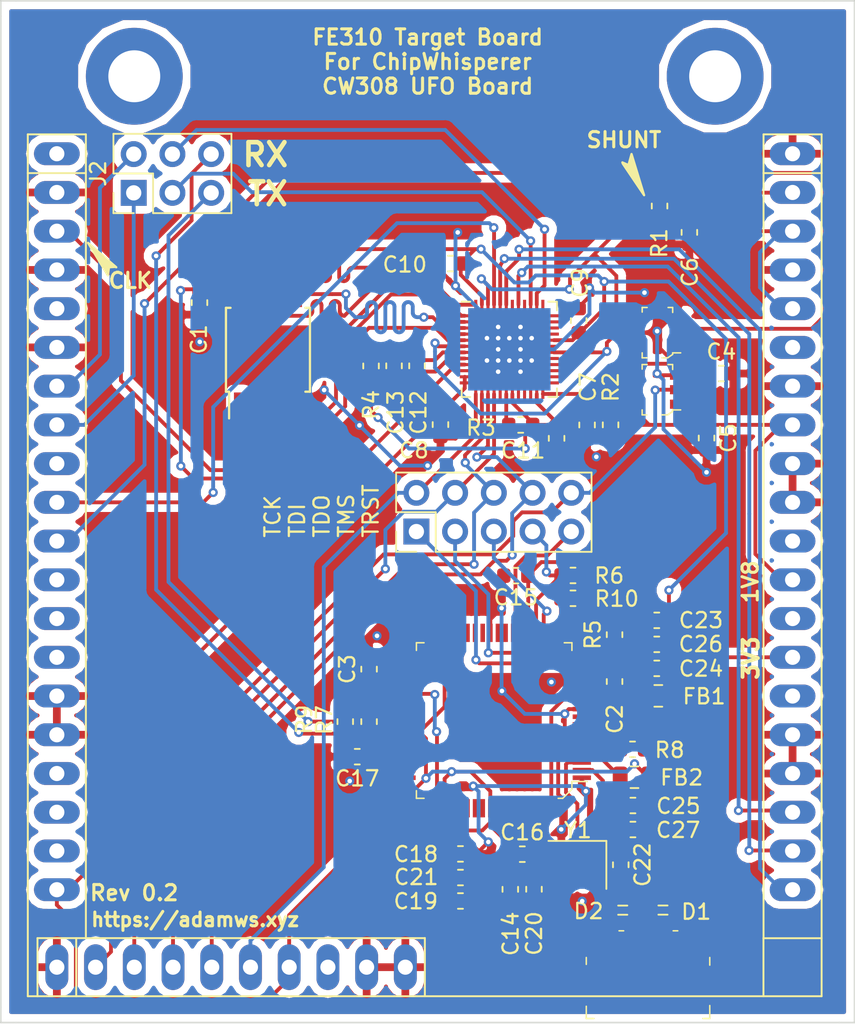
<source format=kicad_pcb>
(kicad_pcb (version 20171130) (host pcbnew 5.0.1)
  (layers (0 F.Cu signal) (31 B.Cu signal) (34 B.Paste user hide) (35 F.Paste user hide) (36 B.SilkS user hide) (37 F.SilkS user) (38 B.Mask user) (39 F.Mask user hide) (44 Edge.Cuts user))
  (net 0 "")
  (net 1 GND)
  (net 2 +3V3)
  (net 3 +1V8)
  (net 4 "Net-(C6-Pad2)")
  (net 5 "Net-(C7-Pad1)")
  (net 6 "Net-(C12-Pad1)")
  (net 7 PLL_AVSS)
  (net 8 "Net-(J1-PadA1)")
  (net 9 CLKIN)
  (net 10 CLKOUT)
  (net 11 GPIO1)
  (net 12 GPIO2)
  (net 13 GPIO3)
  (net 14 GPIO4)
  (net 15 UFO.RST)
  (net 16 "Net-(J1-PadA12)")
  (net 17 "Net-(J1-PadA13)")
  (net 18 "Net-(J1-PadA14)")
  (net 19 "Net-(J1-PadA17)")
  (net 20 "Net-(J1-PadA18)")
  (net 21 "Net-(J1-PadA19)")
  (net 22 JTAG_TRST)
  (net 23 JTAG_TDI)
  (net 24 JTAG_TDO)
  (net 25 JTAG_TMS)
  (net 26 JTAG_TCK)
  (net 27 "Net-(J1-PadB8)")
  (net 28 VCC_CLEAN)
  (net 29 "Net-(J1-PadC6)")
  (net 30 "Net-(J1-PadC11)")
  (net 31 "Net-(J1-PadC13)")
  (net 32 "Net-(J1-PadC15)")
  (net 33 LED1)
  (net 34 LED2)
  (net 35 "Net-(R3-Pad1)")
  (net 36 FLASH_S)
  (net 37 FLASH_IO1)
  (net 38 FLASH_IO2)
  (net 39 FLASH_IO0)
  (net 40 FLASH_SCK)
  (net 41 FLASH_IO3)
  (net 42 "Net-(U2-Pad1)")
  (net 43 "Net-(U3-Pad1)")
  (net 44 "Net-(U4-Pad10)")
  (net 45 "Net-(U4-Pad17)")
  (net 46 "Net-(U4-Pad20)")
  (net 47 "Net-(U4-Pad21)")
  (net 48 "Net-(U4-Pad22)")
  (net 49 "Net-(U4-Pad25)")
  (net 50 "Net-(U4-Pad26)")
  (net 51 "Net-(U4-Pad27)")
  (net 52 "Net-(U4-Pad28)")
  (net 53 "Net-(U4-Pad29)")
  (net 54 "Net-(U4-Pad31)")
  (net 55 "Net-(U4-Pad33)")
  (net 56 "Net-(U4-Pad34)")
  (net 57 "Net-(U4-Pad35)")
  (net 58 "Net-(U4-Pad36)")
  (net 59 "Net-(U4-Pad37)")
  (net 60 "Net-(U4-Pad40)")
  (net 61 "Net-(U4-Pad42)")
  (net 62 LED3)
  (net 63 RX)
  (net 64 TX)
  (net 65 "Net-(U5-Pad21)")
  (net 66 "Net-(U5-Pad23)")
  (net 67 "Net-(U5-Pad24)")
  (net 68 "Net-(U5-Pad26)")
  (net 69 "Net-(U5-Pad27)")
  (net 70 "Net-(U5-Pad28)")
  (net 71 "Net-(U5-Pad29)")
  (net 72 "Net-(U5-Pad30)")
  (net 73 "Net-(U5-Pad32)")
  (net 74 "Net-(U5-Pad33)")
  (net 75 "Net-(U5-Pad34)")
  (net 76 "Net-(U5-Pad36)")
  (net 77 "Net-(U5-Pad40)")
  (net 78 "Net-(U5-Pad41)")
  (net 79 "Net-(U5-Pad43)")
  (net 80 "Net-(U5-Pad44)")
  (net 81 "Net-(U5-Pad45)")
  (net 82 "Net-(U5-Pad46)")
  (net 83 "Net-(U5-Pad48)")
  (net 84 "Net-(U5-Pad52)")
  (net 85 "Net-(U5-Pad53)")
  (net 86 "Net-(U5-Pad54)")
  (net 87 "Net-(U5-Pad55)")
  (net 88 "Net-(U5-Pad57)")
  (net 89 "Net-(U5-Pad58)")
  (net 90 "Net-(U5-Pad59)")
  (net 91 "Net-(U5-Pad60)")
  (net 92 "Net-(U5-Pad61)")
  (net 93 "Net-(U5-Pad62)")
  (net 94 "Net-(U5-Pad63)")
  (net 95 VCORE_FT)
  (net 96 "Net-(C20-Pad1)")
  (net 97 OSCI)
  (net 98 VPLL)
  (net 99 VPHY)
  (net 100 DP)
  (net 101 DM)
  (net 102 FT_TX)
  (net 103 "Net-(J5-Pad4)")
  (net 104 "Net-(J5-Pad1)")
  (net 105 "Net-(R5-Pad1)")
  (net 106 FT_JTAG_TMS)
  (net 107 FT_RX)
  (net 108 "Net-(R8-Pad1)")
  (net 109 "Net-(R9-Pad1)")
  (net 110 FT_JTAG_TDI)
  (net 111 FT_JTAG_TCK)
  (net 112 FT_JTAG_TDO)
  (net 113 FT_RST)
  (module chipwhisperer:CW308T_CONNBOARD (layer F.Cu) (at 121.678701 67.0306)
    (fp_text reference J1 hide)
    (fp_text value CW308T_CONNBOARD hide)
    (pad MH2 thru_hole circle (at 43.18 -5.08 90) (size 6.35 6.35) (drill 3.4036) (layers *.Cu *.Paste *.Mask))
    (pad MH1 thru_hole circle (at 5.08 -5.08 90) (size 6.35 6.35) (drill 3.4036) (layers *.Cu *.Paste *.Mask))
    (pad C20 thru_hole oval (at 48.26 48.26 90) (size 1.4986 2.9972) (drill 0.9906) (layers *.Cu *.Paste *.Mask) (net 62 LED3))
    (pad C19 thru_hole oval (at 48.26 45.72 90) (size 1.4986 2.9972) (drill 0.9906) (layers *.Cu *.Paste *.Mask) (net 34 LED2))
    (pad C18 thru_hole oval (at 48.26 43.18 90) (size 1.4986 2.9972) (drill 0.9906) (layers *.Cu *.Paste *.Mask) (net 33 LED1))
    (pad C17 thru_hole oval (at 48.26 40.64 90) (size 1.4986 2.9972) (drill 0.9906) (layers *.Cu *.Paste *.Mask) (net 1 GND))
    (pad C16 thru_hole oval (at 48.26 38.1 90) (size 1.4986 2.9972) (drill 0.9906) (layers *.Cu *.Paste *.Mask) (net 1 GND))
    (pad C15 thru_hole oval (at 48.26 35.56 90) (size 1.4986 2.9972) (drill 0.9906) (layers *.Cu *.Paste *.Mask) (net 32 "Net-(J1-PadC15)"))
    (pad C14 thru_hole oval (at 48.26 33.02 90) (size 1.4986 2.9972) (drill 0.9906) (layers *.Cu *.Paste *.Mask) (net 2 +3V3))
    (pad C13 thru_hole oval (at 48.26 30.48 90) (size 1.4986 2.9972) (drill 0.9906) (layers *.Cu *.Paste *.Mask) (net 31 "Net-(J1-PadC13)"))
    (pad C12 thru_hole oval (at 48.26 27.94 90) (size 1.4986 2.9972) (drill 0.9906) (layers *.Cu *.Paste *.Mask) (net 3 +1V8))
    (pad C11 thru_hole oval (at 48.26 25.4 90) (size 1.4986 2.9972) (drill 0.9906) (layers *.Cu *.Paste *.Mask) (net 30 "Net-(J1-PadC11)"))
    (pad C10 thru_hole oval (at 48.26 22.86 90) (size 1.4986 2.9972) (drill 0.9906) (layers *.Cu *.Paste *.Mask) (net 1 GND))
    (pad C9 thru_hole oval (at 48.26 20.32 90) (size 1.4986 2.9972) (drill 0.9906) (layers *.Cu *.Paste *.Mask) (net 1 GND))
    (pad C8 thru_hole oval (at 48.26 17.78 90) (size 1.4986 2.9972) (drill 0.9906) (layers *.Cu *.Paste *.Mask) (net 3 +1V8))
    (pad C7 thru_hole oval (at 48.26 15.24 90) (size 1.4986 2.9972) (drill 0.9906) (layers *.Cu *.Paste *.Mask) (net 1 GND))
    (pad C6 thru_hole oval (at 48.26 12.7 90) (size 1.4986 2.9972) (drill 0.9906) (layers *.Cu *.Paste *.Mask) (net 29 "Net-(J1-PadC6)"))
    (pad C5 thru_hole oval (at 48.26 10.16 90) (size 1.4986 2.9972) (drill 0.9906) (layers *.Cu *.Paste *.Mask) (net 4 "Net-(C6-Pad2)"))
    (pad C4 thru_hole oval (at 48.26 7.62 90) (size 1.4986 2.9972) (drill 0.9906) (layers *.Cu *.Paste *.Mask) (net 1 GND))
    (pad C3 thru_hole oval (at 48.26 5.08 90) (size 1.4986 2.9972) (drill 0.9906) (layers *.Cu *.Paste *.Mask) (net 4 "Net-(C6-Pad2)"))
    (pad C2 thru_hole oval (at 48.26 2.54 90) (size 1.4986 2.9972) (drill 0.9906) (layers *.Cu *.Paste *.Mask) (net 28 VCC_CLEAN))
    (pad C1 thru_hole oval (at 48.26 0 90) (size 1.4986 2.9972) (drill 0.9906) (layers *.Cu *.Paste *.Mask) (net 1 GND))
    (pad B10 thru_hole oval (at 22.86 53.34 180) (size 1.4986 2.9972) (drill 0.9906) (layers *.Cu *.Paste *.Mask) (net 1 GND))
    (pad B9 thru_hole oval (at 20.32 53.34 180) (size 1.4986 2.9972) (drill 0.9906) (layers *.Cu *.Paste *.Mask) (net 1 GND))
    (pad B8 thru_hole oval (at 17.78 53.34 180) (size 1.4986 2.9972) (drill 0.9906) (layers *.Cu *.Paste *.Mask) (net 27 "Net-(J1-PadB8)"))
    (pad B7 thru_hole oval (at 15.24 53.34 180) (size 1.4986 2.9972) (drill 0.9906) (layers *.Cu *.Paste *.Mask) (net 2 +3V3))
    (pad B6 thru_hole oval (at 12.7 53.34 180) (size 1.4986 2.9972) (drill 0.9906) (layers *.Cu *.Paste *.Mask) (net 26 JTAG_TCK))
    (pad B5 thru_hole oval (at 10.16 53.34 180) (size 1.4986 2.9972) (drill 0.9906) (layers *.Cu *.Paste *.Mask) (net 25 JTAG_TMS))
    (pad B4 thru_hole oval (at 7.62 53.34 180) (size 1.4986 2.9972) (drill 0.9906) (layers *.Cu *.Paste *.Mask) (net 24 JTAG_TDO))
    (pad B3 thru_hole oval (at 5.08 53.34 180) (size 1.4986 2.9972) (drill 0.9906) (layers *.Cu *.Paste *.Mask) (net 23 JTAG_TDI))
    (pad B2 thru_hole oval (at 2.54 53.34 180) (size 1.4986 2.9972) (drill 0.9906) (layers *.Cu *.Paste *.Mask) (net 22 JTAG_TRST))
    (pad B1 thru_hole oval (at 0 53.34 180) (size 1.4986 2.9972) (drill 0.9906) (layers *.Cu *.Paste *.Mask) (net 1 GND))
    (pad A20 thru_hole oval (at 0 48.26 90) (size 1.4986 2.9972) (drill 0.9906) (layers *.Cu *.Paste *.Mask) (net 2 +3V3))
    (pad A19 thru_hole oval (at 0 45.72 90) (size 1.4986 2.9972) (drill 0.9906) (layers *.Cu *.Paste *.Mask) (net 21 "Net-(J1-PadA19)"))
    (pad A18 thru_hole oval (at 0 43.18 90) (size 1.4986 2.9972) (drill 0.9906) (layers *.Cu *.Paste *.Mask) (net 20 "Net-(J1-PadA18)"))
    (pad A17 thru_hole oval (at 0 40.64 90) (size 1.4986 2.9972) (drill 0.9906) (layers *.Cu *.Paste *.Mask) (net 19 "Net-(J1-PadA17)"))
    (pad A16 thru_hole oval (at 0 38.1 90) (size 1.4986 2.9972) (drill 0.9906) (layers *.Cu *.Paste *.Mask) (net 1 GND))
    (pad A15 thru_hole oval (at 0 35.56 90) (size 1.4986 2.9972) (drill 0.9906) (layers *.Cu *.Paste *.Mask) (net 1 GND))
    (pad A14 thru_hole oval (at 0 33.02 90) (size 1.4986 2.9972) (drill 0.9906) (layers *.Cu *.Paste *.Mask) (net 18 "Net-(J1-PadA14)"))
    (pad A13 thru_hole oval (at 0 30.48 90) (size 1.4986 2.9972) (drill 0.9906) (layers *.Cu *.Paste *.Mask) (net 17 "Net-(J1-PadA13)"))
    (pad A12 thru_hole oval (at 0 27.94 90) (size 1.4986 2.9972) (drill 0.9906) (layers *.Cu *.Paste *.Mask) (net 16 "Net-(J1-PadA12)"))
    (pad A11 thru_hole oval (at 0 25.4 90) (size 1.4986 2.9972) (drill 0.9906) (layers *.Cu *.Paste *.Mask) (net 15 UFO.RST))
    (pad A10 thru_hole oval (at 0 22.86 90) (size 1.4986 2.9972) (drill 0.9906) (layers *.Cu *.Paste *.Mask) (net 14 GPIO4))
    (pad A9 thru_hole oval (at 0 20.32 90) (size 1.4986 2.9972) (drill 0.9906) (layers *.Cu *.Paste *.Mask) (net 13 GPIO3))
    (pad A8 thru_hole oval (at 0 17.78 90) (size 1.4986 2.9972) (drill 0.9906) (layers *.Cu *.Paste *.Mask) (net 12 GPIO2))
    (pad A7 thru_hole oval (at 0 15.24 90) (size 1.4986 2.9972) (drill 0.9906) (layers *.Cu *.Paste *.Mask) (net 11 GPIO1))
    (pad A6 thru_hole oval (at 0 12.7 90) (size 1.4986 2.9972) (drill 0.9906) (layers *.Cu *.Paste *.Mask) (net 1 GND))
    (pad A5 thru_hole oval (at 0 10.16 90) (size 1.4986 2.9972) (drill 0.9906) (layers *.Cu *.Paste *.Mask) (net 10 CLKOUT))
    (pad A4 thru_hole oval (at 0 7.62 90) (size 1.4986 2.9972) (drill 0.9906) (layers *.Cu *.Paste *.Mask) (net 1 GND))
    (pad A3 thru_hole oval (at 0 5.08 90) (size 1.4986 2.9972) (drill 0.9906) (layers *.Cu *.Paste *.Mask) (net 9 CLKIN))
    (pad A2 thru_hole oval (at 0 2.54 90) (size 1.4986 2.9972) (drill 0.9906) (layers *.Cu *.Paste *.Mask) (net 1 GND))
    (pad A1 thru_hole oval (at 0 0 90) (size 1.4986 2.9972) (drill 0.9906) (layers *.Cu *.Paste *.Mask) (net 8 "Net-(J1-PadA1)"))
  )
  (module Package_SO:SOIJ-8_5.3x5.3mm_P1.27mm (layer F.Cu) (at 135.52678 79.88554 90)
    (fp_text reference U1 hide)
    (fp_text value IS25LP128)
    (pad 1 smd rect (at -3.65 -1.905 90) (size 1.7 0.65) (layers F.Cu F.Paste F.Mask) (net 36 FLASH_S))
    (pad 2 smd rect (at -3.65 -0.635 90) (size 1.7 0.65) (layers F.Cu F.Paste F.Mask) (net 37 FLASH_IO1))
    (pad 3 smd rect (at -3.65 0.635 90) (size 1.7 0.65) (layers F.Cu F.Paste F.Mask) (net 38 FLASH_IO2))
    (pad 4 smd rect (at -3.65 1.905 90) (size 1.7 0.65) (layers F.Cu F.Paste F.Mask) (net 1 GND))
    (pad 5 smd rect (at 3.65 1.905 90) (size 1.7 0.65) (layers F.Cu F.Paste F.Mask) (net 39 FLASH_IO0))
    (pad 6 smd rect (at 3.65 0.635 90) (size 1.7 0.65) (layers F.Cu F.Paste F.Mask) (net 40 FLASH_SCK))
    (pad 7 smd rect (at 3.65 -0.635 90) (size 1.7 0.65) (layers F.Cu F.Paste F.Mask) (net 41 FLASH_IO3))
    (pad 8 smd rect (at 3.65 -1.905 90) (size 1.7 0.65) (layers F.Cu F.Paste F.Mask) (net 2 +3V3))
  )
  (module digikey-footprints:SOT-753 (layer F.Cu) (at 161.0741 78.76286 90)
    (fp_text reference U2 hide)
    (fp_text value SN74LVC1G07DBVR)
    (pad 5 smd rect (at -0.95 -1.35 90) (size 0.6 1.05) (layers F.Cu F.Paste F.Mask) (net 3 +1V8))
    (pad 4 smd rect (at 0.95 -1.35 90) (size 0.6 1.05) (layers F.Cu F.Paste F.Mask) (net 5 "Net-(C7-Pad1)"))
    (pad 3 smd rect (at 0.95 1.35 90) (size 0.6 1.05) (layers F.Cu F.Paste F.Mask) (net 1 GND))
    (pad 2 smd rect (at 0 1.35 90) (size 0.6 1.05) (layers F.Cu F.Paste F.Mask) (net 15 UFO.RST))
    (pad 1 smd rect (at -0.95 1.35 90) (size 0.6 1.05) (layers F.Cu F.Paste F.Mask) (net 42 "Net-(U2-Pad1)"))
  )
  (module digikey-footprints:SOT-753 (layer F.Cu) (at 161.07156 82.50428 90)
    (fp_text reference U3 hide)
    (fp_text value SN74LVC1G07DBVR)
    (pad 1 smd rect (at -0.95 1.35 90) (size 0.6 1.05) (layers F.Cu F.Paste F.Mask) (net 43 "Net-(U3-Pad1)"))
    (pad 2 smd rect (at 0 1.35 90) (size 0.6 1.05) (layers F.Cu F.Paste F.Mask) (net 22 JTAG_TRST))
    (pad 3 smd rect (at 0.95 1.35 90) (size 0.6 1.05) (layers F.Cu F.Paste F.Mask) (net 1 GND))
    (pad 4 smd rect (at 0.95 -1.35 90) (size 0.6 1.05) (layers F.Cu F.Paste F.Mask) (net 5 "Net-(C7-Pad1)"))
    (pad 5 smd rect (at -0.95 -1.35 90) (size 0.6 1.05) (layers F.Cu F.Paste F.Mask) (net 3 +1V8))
  )
  (module Package_DFN_QFN:QFN-48-1EP_6x6mm_P0.4mm_EP4.66x4.66mm_ThermalVias (layer F.Cu) (at 151.3586 79.8576)
    (fp_text reference U4 hide)
    (fp_text value FE310-G000)
    (pad 1 smd rect (at -2.925 -2.2) (size 0.65 0.2) (layers F.Cu F.Paste F.Mask) (net 41 FLASH_IO3))
    (pad 2 smd rect (at -2.925 -1.8) (size 0.65 0.2) (layers F.Cu F.Paste F.Mask) (net 38 FLASH_IO2))
    (pad 3 smd rect (at -2.925 -1.4) (size 0.65 0.2) (layers F.Cu F.Paste F.Mask) (net 37 FLASH_IO1))
    (pad 4 smd rect (at -2.925 -1) (size 0.65 0.2) (layers F.Cu F.Paste F.Mask) (net 39 FLASH_IO0))
    (pad 5 smd rect (at -2.925 -0.6) (size 0.65 0.2) (layers F.Cu F.Paste F.Mask) (net 36 FLASH_S))
    (pad 6 smd rect (at -2.925 -0.2) (size 0.65 0.2) (layers F.Cu F.Paste F.Mask) (net 28 VCC_CLEAN))
    (pad 7 smd rect (at -2.925 0.2) (size 0.65 0.2) (layers F.Cu F.Paste F.Mask) (net 6 "Net-(C12-Pad1)"))
    (pad 8 smd rect (at -2.925 0.6) (size 0.65 0.2) (layers F.Cu F.Paste F.Mask) (net 7 PLL_AVSS))
    (pad 9 smd rect (at -2.925 1) (size 0.65 0.2) (layers F.Cu F.Paste F.Mask) (net 9 CLKIN))
    (pad 10 smd rect (at -2.925 1.4) (size 0.65 0.2) (layers F.Cu F.Paste F.Mask) (net 44 "Net-(U4-Pad10)"))
    (pad 11 smd rect (at -2.925 1.8) (size 0.65 0.2) (layers F.Cu F.Paste F.Mask) (net 2 +3V3))
    (pad 12 smd rect (at -2.925 2.2) (size 0.65 0.2) (layers F.Cu F.Paste F.Mask) (net 2 +3V3))
    (pad 13 smd rect (at -2.2 2.925 90) (size 0.65 0.2) (layers F.Cu F.Paste F.Mask) (net 26 JTAG_TCK))
    (pad 14 smd rect (at -1.8 2.925 90) (size 0.65 0.2) (layers F.Cu F.Paste F.Mask) (net 24 JTAG_TDO))
    (pad 15 smd rect (at -1.4 2.925 90) (size 0.65 0.2) (layers F.Cu F.Paste F.Mask) (net 25 JTAG_TMS))
    (pad 16 smd rect (at -1 2.925 90) (size 0.65 0.2) (layers F.Cu F.Paste F.Mask) (net 23 JTAG_TDI))
    (pad 17 smd rect (at -0.6 2.925 90) (size 0.65 0.2) (layers F.Cu F.Paste F.Mask) (net 45 "Net-(U4-Pad17)"))
    (pad 18 smd rect (at -0.2 2.925 90) (size 0.65 0.2) (layers F.Cu F.Paste F.Mask) (net 35 "Net-(R3-Pad1)"))
    (pad 19 smd rect (at 0.2 2.925 90) (size 0.65 0.2) (layers F.Cu F.Paste F.Mask) (net 3 +1V8))
    (pad 20 smd rect (at 0.6 2.925 90) (size 0.65 0.2) (layers F.Cu F.Paste F.Mask) (net 46 "Net-(U4-Pad20)"))
    (pad 21 smd rect (at 1 2.925 90) (size 0.65 0.2) (layers F.Cu F.Paste F.Mask) (net 47 "Net-(U4-Pad21)"))
    (pad 22 smd rect (at 1.4 2.925 90) (size 0.65 0.2) (layers F.Cu F.Paste F.Mask) (net 48 "Net-(U4-Pad22)"))
    (pad 23 smd rect (at 1.8 2.925 90) (size 0.65 0.2) (layers F.Cu F.Paste F.Mask) (net 3 +1V8))
    (pad 24 smd rect (at 2.2 2.925 90) (size 0.65 0.2) (layers F.Cu F.Paste F.Mask) (net 5 "Net-(C7-Pad1)"))
    (pad 25 smd rect (at 2.925 2.2) (size 0.65 0.2) (layers F.Cu F.Paste F.Mask) (net 49 "Net-(U4-Pad25)"))
    (pad 26 smd rect (at 2.925 1.8) (size 0.65 0.2) (layers F.Cu F.Paste F.Mask) (net 50 "Net-(U4-Pad26)"))
    (pad 27 smd rect (at 2.925 1.4) (size 0.65 0.2) (layers F.Cu F.Paste F.Mask) (net 51 "Net-(U4-Pad27)"))
    (pad 28 smd rect (at 2.925 1) (size 0.65 0.2) (layers F.Cu F.Paste F.Mask) (net 52 "Net-(U4-Pad28)"))
    (pad 29 smd rect (at 2.925 0.6) (size 0.65 0.2) (layers F.Cu F.Paste F.Mask) (net 53 "Net-(U4-Pad29)"))
    (pad 30 smd rect (at 2.925 0.2) (size 0.65 0.2) (layers F.Cu F.Paste F.Mask) (net 28 VCC_CLEAN))
    (pad 31 smd rect (at 2.925 -0.2) (size 0.65 0.2) (layers F.Cu F.Paste F.Mask) (net 54 "Net-(U4-Pad31)"))
    (pad 32 smd rect (at 2.925 -0.6) (size 0.65 0.2) (layers F.Cu F.Paste F.Mask) (net 2 +3V3))
    (pad 33 smd rect (at 2.925 -1) (size 0.65 0.2) (layers F.Cu F.Paste F.Mask) (net 55 "Net-(U4-Pad33)"))
    (pad 34 smd rect (at 2.925 -1.4) (size 0.65 0.2) (layers F.Cu F.Paste F.Mask) (net 56 "Net-(U4-Pad34)"))
    (pad 35 smd rect (at 2.925 -1.8) (size 0.65 0.2) (layers F.Cu F.Paste F.Mask) (net 57 "Net-(U4-Pad35)"))
    (pad 36 smd rect (at 2.925 -2.2) (size 0.65 0.2) (layers F.Cu F.Paste F.Mask) (net 58 "Net-(U4-Pad36)"))
    (pad 37 smd rect (at 2.2 -2.925 90) (size 0.65 0.2) (layers F.Cu F.Paste F.Mask) (net 59 "Net-(U4-Pad37)"))
    (pad 38 smd rect (at 1.8 -2.925 90) (size 0.65 0.2) (layers F.Cu F.Paste F.Mask) (net 63 RX))
    (pad 39 smd rect (at 1.4 -2.925 90) (size 0.65 0.2) (layers F.Cu F.Paste F.Mask) (net 64 TX))
    (pad 40 smd rect (at 1 -2.925 90) (size 0.65 0.2) (layers F.Cu F.Paste F.Mask) (net 60 "Net-(U4-Pad40)"))
    (pad 41 smd rect (at 0.6 -2.925 90) (size 0.65 0.2) (layers F.Cu F.Paste F.Mask) (net 33 LED1))
    (pad 42 smd rect (at 0.2 -2.925 90) (size 0.65 0.2) (layers F.Cu F.Paste F.Mask) (net 61 "Net-(U4-Pad42)"))
    (pad 43 smd rect (at -0.2 -2.925 90) (size 0.65 0.2) (layers F.Cu F.Paste F.Mask) (net 62 LED3))
    (pad 44 smd rect (at -0.6 -2.925 90) (size 0.65 0.2) (layers F.Cu F.Paste F.Mask) (net 34 LED2))
    (pad 45 smd rect (at -1 -2.925 90) (size 0.65 0.2) (layers F.Cu F.Paste F.Mask) (net 14 GPIO4))
    (pad 46 smd rect (at -1.4 -2.925 90) (size 0.65 0.2) (layers F.Cu F.Paste F.Mask) (net 28 VCC_CLEAN))
    (pad 47 smd rect (at -1.8 -2.925 90) (size 0.65 0.2) (layers F.Cu F.Paste F.Mask) (net 2 +3V3))
    (pad 48 smd rect (at -2.2 -2.925 90) (size 0.65 0.2) (layers F.Cu F.Paste F.Mask) (net 40 FLASH_SCK))
    (pad 49 smd rect (at 0 0) (size 5.4 5.4) (layers B.Cu) (net 1 GND))
    (pad 49 smd rect (at 0 0) (size 4.4 4.4) (layers F.Cu F.Mask) (net 1 GND))
    (pad 49 thru_hole circle (at -1.466667 -0.733333) (size 0.6 0.6) (drill 0.3) (layers *.Cu) (net 1 GND))
    (pad 49 thru_hole circle (at -1.466667 0.733333) (size 0.6 0.6) (drill 0.3) (layers *.Cu) (net 1 GND))
    (pad 49 thru_hole circle (at -0.733333 -1.466667) (size 0.6 0.6) (drill 0.3) (layers *.Cu) (net 1 GND))
    (pad 49 thru_hole circle (at -0.733333 -0.733333) (size 0.6 0.6) (drill 0.3) (layers *.Cu) (net 1 GND))
    (pad 49 thru_hole circle (at -0.733333 0) (size 0.6 0.6) (drill 0.3) (layers *.Cu) (net 1 GND))
    (pad 49 thru_hole circle (at -0.733333 0.733333) (size 0.6 0.6) (drill 0.3) (layers *.Cu) (net 1 GND))
    (pad 49 thru_hole circle (at -0.733333 1.466667) (size 0.6 0.6) (drill 0.3) (layers *.Cu) (net 1 GND))
    (pad 49 thru_hole circle (at 0 -0.733333) (size 0.6 0.6) (drill 0.3) (layers *.Cu) (net 1 GND))
    (pad 49 thru_hole circle (at 0 0.733333) (size 0.6 0.6) (drill 0.3) (layers *.Cu) (net 1 GND))
    (pad 49 thru_hole circle (at 0.733333 -1.466667) (size 0.6 0.6) (drill 0.3) (layers *.Cu) (net 1 GND))
    (pad 49 thru_hole circle (at 0.733333 -0.733333) (size 0.6 0.6) (drill 0.3) (layers *.Cu) (net 1 GND))
    (pad 49 thru_hole circle (at 0.733333 0) (size 0.6 0.6) (drill 0.3) (layers *.Cu) (net 1 GND))
    (pad 49 thru_hole circle (at 0.733333 0.733333) (size 0.6 0.6) (drill 0.3) (layers *.Cu) (net 1 GND))
    (pad 49 thru_hole circle (at 0.733333 1.466667) (size 0.6 0.6) (drill 0.3) (layers *.Cu) (net 1 GND))
    (pad 49 thru_hole circle (at 1.466667 -0.733333) (size 0.6 0.6) (drill 0.3) (layers *.Cu) (net 1 GND))
    (pad 49 thru_hole circle (at 1.466667 0.733333) (size 0.6 0.6) (drill 0.3) (layers *.Cu) (net 1 GND))
  )
  (module Capacitor_SMD:C_0603_1608Metric (layer F.Cu) (at 131.03606 76.79436 270)
    (fp_text reference C1 (at 2.40564 0.03606 270) (layer F.SilkS))
    (fp_text value 0.1uF)
    (pad 1 smd roundrect (at -0.7875 0 270) (size 0.875 0.95) (layers F.Cu F.Paste F.Mask) (net 2 +3V3))
    (pad 2 smd roundrect (at 0.7875 0 270) (size 0.875 0.95) (layers F.Cu F.Paste F.Mask) (net 1 GND))
  )
  (module Capacitor_SMD:C_0603_1608Metric (layer F.Cu) (at 165.2651 81.44256)
    (fp_text reference C4 (at 0 -1.43) (layer F.SilkS))
    (fp_text value 0.1uF)
    (pad 2 smd roundrect (at 0.7875 0) (size 0.875 0.95) (layers F.Cu F.Paste F.Mask) (net 1 GND))
    (pad 1 smd roundrect (at -0.7875 0) (size 0.875 0.95) (layers F.Cu F.Paste F.Mask) (net 3 +1V8))
  )
  (module Capacitor_SMD:C_0603_1608Metric (layer F.Cu) (at 164.29482 85.6742 270)
    (fp_text reference C5 (at 0 -1.43 270) (layer F.SilkS))
    (fp_text value 0.1uF)
    (pad 2 smd roundrect (at 0.7875 0 270) (size 0.875 0.95) (layers F.Cu F.Paste F.Mask) (net 1 GND))
    (pad 1 smd roundrect (at -0.7875 0 270) (size 0.875 0.95) (layers F.Cu F.Paste F.Mask) (net 3 +1V8))
  )
  (module Capacitor_SMD:C_0603_1608Metric (layer F.Cu) (at 163.1696 72.1868 90)
    (fp_text reference C6 (at -2.6132 0.0304 90) (layer F.SilkS))
    (fp_text value 100n)
    (pad 2 smd roundrect (at 0.7875 0 90) (size 0.875 0.95) (layers F.Cu F.Paste F.Mask) (net 4 "Net-(C6-Pad2)"))
    (pad 1 smd roundrect (at -0.7875 0 90) (size 0.875 0.95) (layers F.Cu F.Paste F.Mask) (net 1 GND))
  )
  (module Capacitor_SMD:C_0603_1608Metric (layer F.Cu) (at 156.45892 84.81568 270)
    (fp_text reference C7 (at -2.48158 -0.05588 270) (layer F.SilkS))
    (fp_text value 10nF)
    (pad 1 smd roundrect (at -0.7875 0 270) (size 0.875 0.95) (layers F.Cu F.Paste F.Mask) (net 5 "Net-(C7-Pad1)"))
    (pad 2 smd roundrect (at 0.7875 0 270) (size 0.875 0.95) (layers F.Cu F.Paste F.Mask) (net 1 GND))
  )
  (module Capacitor_SMD:C_0603_1608Metric (layer F.Cu) (at 146.84248 84.79158 270)
    (fp_text reference C8 (at 1.69542 1.74498) (layer F.SilkS))
    (fp_text value 0.1uF)
    (pad 1 smd roundrect (at -0.7875 0 270) (size 0.875 0.95) (layers F.Cu F.Paste F.Mask) (net 2 +3V3))
    (pad 2 smd roundrect (at 0.7875 0 270) (size 0.875 0.95) (layers F.Cu F.Paste F.Mask) (net 1 GND))
  )
  (module Capacitor_SMD:C_0603_1608Metric (layer F.Cu) (at 155.90774 77.97546 90)
    (fp_text reference C9 (at 2.47546 0.09226 90) (layer F.SilkS))
    (fp_text value 0.1uF)
    (pad 1 smd roundrect (at -0.7875 0 90) (size 0.875 0.95) (layers F.Cu F.Paste F.Mask) (net 2 +3V3))
    (pad 2 smd roundrect (at 0.7875 0 90) (size 0.875 0.95) (layers F.Cu F.Paste F.Mask) (net 1 GND))
  )
  (module Capacitor_SMD:C_0603_1608Metric (layer F.Cu) (at 147.5 74.2315 180)
    (fp_text reference C10 (at 3 -0.0685 180) (layer F.SilkS))
    (fp_text value 0.1uF)
    (pad 1 smd roundrect (at -0.7875 0 180) (size 0.875 0.95) (layers F.Cu F.Paste F.Mask) (net 2 +3V3))
    (pad 2 smd roundrect (at 0.7875 0 180) (size 0.875 0.95) (layers F.Cu F.Paste F.Mask) (net 1 GND))
  )
  (module Capacitor_SMD:C_0603_1608Metric (layer F.Cu) (at 154.45994 85.69198 90)
    (fp_text reference C11 (at -0.80772 -2.19964 180) (layer F.SilkS))
    (fp_text value 0.1uF)
    (pad 2 smd roundrect (at 0.7875 0 90) (size 0.875 0.95) (layers F.Cu F.Paste F.Mask) (net 3 +1V8))
    (pad 1 smd roundrect (at -0.7875 0 90) (size 0.875 0.95) (layers F.Cu F.Paste F.Mask) (net 1 GND))
  )
  (module Capacitor_SMD:C_0603_1608Metric (layer F.Cu) (at 145.30324 80.93964 270)
    (fp_text reference C12 (at 3.06036 -0.09676 270) (layer F.SilkS))
    (fp_text value 0.1uF)
    (pad 1 smd roundrect (at -0.7875 0 270) (size 0.875 0.95) (layers F.Cu F.Paste F.Mask) (net 6 "Net-(C12-Pad1)"))
    (pad 2 smd roundrect (at 0.7875 0 270) (size 0.875 0.95) (layers F.Cu F.Paste F.Mask) (net 7 PLL_AVSS))
  )
  (module Capacitor_SMD:C_0603_1608Metric (layer F.Cu) (at 143.79702 80.93964 270)
    (fp_text reference C13 (at 3.06036 -0.10298 270) (layer F.SilkS))
    (fp_text value 0.1uF)
    (pad 2 smd roundrect (at 0.7875 0 270) (size 0.875 0.95) (layers F.Cu F.Paste F.Mask) (net 7 PLL_AVSS))
    (pad 1 smd roundrect (at -0.7875 0 270) (size 0.875 0.95) (layers F.Cu F.Paste F.Mask) (net 6 "Net-(C12-Pad1)"))
  )
  (module Resistor_SMD:R_0603_1608Metric (layer F.Cu) (at 161.2138 70.4596 270)
    (fp_text reference R1 (at 2.4404 0.0138 270) (layer F.SilkS))
    (fp_text value 51R)
    (pad 1 smd roundrect (at -0.7875 0 270) (size 0.875 0.95) (layers F.Cu F.Paste F.Mask) (net 28 VCC_CLEAN))
    (pad 2 smd roundrect (at 0.7875 0 270) (size 0.875 0.95) (layers F.Cu F.Paste F.Mask) (net 4 "Net-(C6-Pad2)"))
  )
  (module Resistor_SMD:R_0603_1608Metric (layer F.Cu) (at 158.0007 84.80806 90)
    (fp_text reference R2 (at 2.47396 0.0127 90) (layer F.SilkS))
    (fp_text value 100K)
    (pad 1 smd roundrect (at -0.7875 0 90) (size 0.875 0.95) (layers F.Cu F.Paste F.Mask) (net 3 +1V8))
    (pad 2 smd roundrect (at 0.7875 0 90) (size 0.875 0.95) (layers F.Cu F.Paste F.Mask) (net 5 "Net-(C7-Pad1)"))
  )
  (module Resistor_SMD:R_0603_1608Metric (layer F.Cu) (at 152.10536 84.81568)
    (fp_text reference R3 (at -2.60536 0.18432) (layer F.SilkS))
    (fp_text value 100k)
    (pad 2 smd roundrect (at 0.7875 0) (size 0.875 0.95) (layers F.Cu F.Paste F.Mask) (net 3 +1V8))
    (pad 1 smd roundrect (at -0.7875 0) (size 0.875 0.95) (layers F.Cu F.Paste F.Mask) (net 35 "Net-(R3-Pad1)"))
  )
  (module Resistor_SMD:R_0603_1608Metric (layer F.Cu) (at 142.28826 80.94726 90)
    (fp_text reference R4 (at -2.55274 0.01174 90) (layer F.SilkS))
    (fp_text value 100)
    (pad 2 smd roundrect (at 0.7875 0 90) (size 0.875 0.95) (layers F.Cu F.Paste F.Mask) (net 6 "Net-(C12-Pad1)"))
    (pad 1 smd roundrect (at -0.7875 0 90) (size 0.875 0.95) (layers F.Cu F.Paste F.Mask) (net 3 +1V8))
  )
  (module digikey-footprints:LQFP-64_10x10mm (layer F.Cu) (at 150.363975 104.197841 90)
    (fp_text reference U5 hide)
    (fp_text value FT2232HL-REEL)
    (pad 17 smd rect (at 5.75 3.75 90) (size 1.2 0.3) (layers F.Cu F.Paste F.Mask) (net 110 FT_JTAG_TDI))
    (pad 1 smd rect (at -3.75 5.75 90) (size 0.3 1.2) (layers F.Cu F.Paste F.Mask) (net 1 GND))
    (pad 2 smd rect (at -3.25 5.75 90) (size 0.3 1.2) (layers F.Cu F.Paste F.Mask) (net 97 OSCI))
    (pad 3 smd rect (at -2.75 5.75 90) (size 0.3 1.2) (layers F.Cu F.Paste F.Mask) (net 96 "Net-(C20-Pad1)"))
    (pad 4 smd rect (at -2.25 5.75 90) (size 0.3 1.2) (layers F.Cu F.Paste F.Mask) (net 99 VPHY))
    (pad 5 smd rect (at -1.75 5.75 90) (size 0.3 1.2) (layers F.Cu F.Paste F.Mask) (net 1 GND))
    (pad 6 smd rect (at -1.25 5.75 90) (size 0.3 1.2) (layers F.Cu F.Paste F.Mask) (net 108 "Net-(R8-Pad1)"))
    (pad 7 smd rect (at -0.75 5.75 90) (size 0.3 1.2) (layers F.Cu F.Paste F.Mask) (net 101 DM))
    (pad 8 smd rect (at -0.25 5.75 90) (size 0.3 1.2) (layers F.Cu F.Paste F.Mask) (net 100 DP))
    (pad 9 smd rect (at 0.25 5.75 90) (size 0.3 1.2) (layers F.Cu F.Paste F.Mask) (net 98 VPLL))
    (pad 10 smd rect (at 0.75 5.75 90) (size 0.3 1.2) (layers F.Cu F.Paste F.Mask) (net 1 GND))
    (pad 11 smd rect (at 1.25 5.75 90) (size 0.3 1.2) (layers F.Cu F.Paste F.Mask) (net 1 GND))
    (pad 12 smd rect (at 1.75 5.75 90) (size 0.3 1.2) (layers F.Cu F.Paste F.Mask) (net 95 VCORE_FT))
    (pad 13 smd rect (at 2.25 5.75 90) (size 0.3 1.2) (layers F.Cu F.Paste F.Mask) (net 1 GND))
    (pad 14 smd rect (at 2.75 5.75 90) (size 0.3 1.2) (layers F.Cu F.Paste F.Mask) (net 105 "Net-(R5-Pad1)"))
    (pad 15 smd rect (at 3.25 5.75 90) (size 0.3 1.2) (layers F.Cu F.Paste F.Mask) (net 1 GND))
    (pad 16 smd rect (at 3.75 5.75 90) (size 0.3 1.2) (layers F.Cu F.Paste F.Mask) (net 111 FT_JTAG_TCK))
    (pad 18 smd rect (at 5.75 3.25 90) (size 1.2 0.3) (layers F.Cu F.Paste F.Mask) (net 112 FT_JTAG_TDO))
    (pad 19 smd rect (at 5.75 2.75 90) (size 1.2 0.3) (layers F.Cu F.Paste F.Mask) (net 106 FT_JTAG_TMS))
    (pad 20 smd rect (at 5.75 2.25 90) (size 1.2 0.3) (layers F.Cu F.Paste F.Mask) (net 2 +3V3))
    (pad 21 smd rect (at 5.75 1.75 90) (size 1.2 0.3) (layers F.Cu F.Paste F.Mask) (net 65 "Net-(U5-Pad21)"))
    (pad 22 smd rect (at 5.75 1.25 90) (size 1.2 0.3) (layers F.Cu F.Paste F.Mask) (net 113 FT_RST))
    (pad 23 smd rect (at 5.75 0.75 90) (size 1.2 0.3) (layers F.Cu F.Paste F.Mask) (net 66 "Net-(U5-Pad23)"))
    (pad 24 smd rect (at 5.75 0.25 90) (size 1.2 0.3) (layers F.Cu F.Paste F.Mask) (net 67 "Net-(U5-Pad24)"))
    (pad 25 smd rect (at 5.75 -0.25 90) (size 1.2 0.3) (layers F.Cu F.Paste F.Mask) (net 1 GND))
    (pad 26 smd rect (at 5.75 -0.75 90) (size 1.2 0.3) (layers F.Cu F.Paste F.Mask) (net 68 "Net-(U5-Pad26)"))
    (pad 27 smd rect (at 5.75 -1.25 90) (size 1.2 0.3) (layers F.Cu F.Paste F.Mask) (net 69 "Net-(U5-Pad27)"))
    (pad 28 smd rect (at 5.75 -1.75 90) (size 1.2 0.3) (layers F.Cu F.Paste F.Mask) (net 70 "Net-(U5-Pad28)"))
    (pad 29 smd rect (at 5.75 -2.25 90) (size 1.2 0.3) (layers F.Cu F.Paste F.Mask) (net 71 "Net-(U5-Pad29)"))
    (pad 30 smd rect (at 5.75 -2.75 90) (size 1.2 0.3) (layers F.Cu F.Paste F.Mask) (net 72 "Net-(U5-Pad30)"))
    (pad 31 smd rect (at 5.75 -3.25 90) (size 1.2 0.3) (layers F.Cu F.Paste F.Mask) (net 2 +3V3))
    (pad 32 smd rect (at 5.75 -3.75 90) (size 1.2 0.3) (layers F.Cu F.Paste F.Mask) (net 73 "Net-(U5-Pad32)"))
    (pad 33 smd rect (at 3.75 -5.75 90) (size 0.3 1.2) (layers F.Cu F.Paste F.Mask) (net 74 "Net-(U5-Pad33)"))
    (pad 34 smd rect (at 3.25 -5.75 90) (size 0.3 1.2) (layers F.Cu F.Paste F.Mask) (net 75 "Net-(U5-Pad34)"))
    (pad 35 smd rect (at 2.75 -5.75 90) (size 0.3 1.2) (layers F.Cu F.Paste F.Mask) (net 1 GND))
    (pad 36 smd rect (at 2.25 -5.75 90) (size 0.3 1.2) (layers F.Cu F.Paste F.Mask) (net 76 "Net-(U5-Pad36)"))
    (pad 37 smd rect (at 1.75 -5.75 90) (size 0.3 1.2) (layers F.Cu F.Paste F.Mask) (net 95 VCORE_FT))
    (pad 38 smd rect (at 1.25 -5.75 90) (size 0.3 1.2) (layers F.Cu F.Paste F.Mask) (net 109 "Net-(R9-Pad1)"))
    (pad 39 smd rect (at 0.75 -5.75 90) (size 0.3 1.2) (layers F.Cu F.Paste F.Mask) (net 107 FT_RX))
    (pad 40 smd rect (at 0.25 -5.75 90) (size 0.3 1.2) (layers F.Cu F.Paste F.Mask) (net 77 "Net-(U5-Pad40)"))
    (pad 41 smd rect (at -0.25 -5.75 90) (size 0.3 1.2) (layers F.Cu F.Paste F.Mask) (net 78 "Net-(U5-Pad41)"))
    (pad 42 smd rect (at -0.75 -5.75 90) (size 0.3 1.2) (layers F.Cu F.Paste F.Mask) (net 2 +3V3))
    (pad 43 smd rect (at -1.25 -5.75 90) (size 0.3 1.2) (layers F.Cu F.Paste F.Mask) (net 79 "Net-(U5-Pad43)"))
    (pad 44 smd rect (at -1.75 -5.75 90) (size 0.3 1.2) (layers F.Cu F.Paste F.Mask) (net 80 "Net-(U5-Pad44)"))
    (pad 45 smd rect (at -2.25 -5.75 90) (size 0.3 1.2) (layers F.Cu F.Paste F.Mask) (net 81 "Net-(U5-Pad45)"))
    (pad 46 smd rect (at -2.75 -5.75 90) (size 0.3 1.2) (layers F.Cu F.Paste F.Mask) (net 82 "Net-(U5-Pad46)"))
    (pad 47 smd rect (at -3.25 -5.75 90) (size 0.3 1.2) (layers F.Cu F.Paste F.Mask) (net 1 GND))
    (pad 48 smd rect (at -3.75 -5.75 90) (size 0.3 1.2) (layers F.Cu F.Paste F.Mask) (net 83 "Net-(U5-Pad48)"))
    (pad 49 smd rect (at -5.75 -3.75 90) (size 1.2 0.3) (layers F.Cu F.Paste F.Mask) (net 95 VCORE_FT))
    (pad 50 smd rect (at -5.75 -3.25 90) (size 1.2 0.3) (layers F.Cu F.Paste F.Mask) (net 2 +3V3))
    (pad 51 smd rect (at -5.75 -2.75 90) (size 1.2 0.3) (layers F.Cu F.Paste F.Mask) (net 1 GND))
    (pad 52 smd rect (at -5.75 -2.25 90) (size 1.2 0.3) (layers F.Cu F.Paste F.Mask) (net 84 "Net-(U5-Pad52)"))
    (pad 53 smd rect (at -5.75 -1.75 90) (size 1.2 0.3) (layers F.Cu F.Paste F.Mask) (net 85 "Net-(U5-Pad53)"))
    (pad 54 smd rect (at -5.75 -1.25 90) (size 1.2 0.3) (layers F.Cu F.Paste F.Mask) (net 86 "Net-(U5-Pad54)"))
    (pad 55 smd rect (at -5.75 -0.75 90) (size 1.2 0.3) (layers F.Cu F.Paste F.Mask) (net 87 "Net-(U5-Pad55)"))
    (pad 56 smd rect (at -5.75 -0.25 90) (size 1.2 0.3) (layers F.Cu F.Paste F.Mask) (net 2 +3V3))
    (pad 57 smd rect (at -5.75 0.25 90) (size 1.2 0.3) (layers F.Cu F.Paste F.Mask) (net 88 "Net-(U5-Pad57)"))
    (pad 58 smd rect (at -5.75 0.75 90) (size 1.2 0.3) (layers F.Cu F.Paste F.Mask) (net 89 "Net-(U5-Pad58)"))
    (pad 59 smd rect (at -5.75 1.25 90) (size 1.2 0.3) (layers F.Cu F.Paste F.Mask) (net 90 "Net-(U5-Pad59)"))
    (pad 60 smd rect (at -5.75 1.75 90) (size 1.2 0.3) (layers F.Cu F.Paste F.Mask) (net 91 "Net-(U5-Pad60)"))
    (pad 61 smd rect (at -5.75 2.25 90) (size 1.2 0.3) (layers F.Cu F.Paste F.Mask) (net 92 "Net-(U5-Pad61)"))
    (pad 62 smd rect (at -5.75 2.75 90) (size 1.2 0.3) (layers F.Cu F.Paste F.Mask) (net 93 "Net-(U5-Pad62)"))
    (pad 63 smd rect (at -5.75 3.25 90) (size 1.2 0.3) (layers F.Cu F.Paste F.Mask) (net 94 "Net-(U5-Pad63)"))
    (pad 64 smd rect (at -5.75 3.75 90) (size 1.2 0.3) (layers F.Cu F.Paste F.Mask) (net 95 VCORE_FT))
  )
  (module Capacitor_SMD:C_0603_1608Metric (layer F.Cu) (at 158.26232 101.64064 90)
    (fp_text reference C2 (at -2.46126 0.01778 90) (layer F.SilkS))
    (fp_text value 0.1uF)
    (pad 1 smd roundrect (at -0.7875 0 90) (size 0.875 0.95) (layers F.Cu F.Paste F.Mask) (net 95 VCORE_FT))
    (pad 2 smd roundrect (at 0.7875 0 90) (size 0.875 0.95) (layers F.Cu F.Paste F.Mask) (net 1 GND))
  )
  (module Capacitor_SMD:C_0603_1608Metric (layer F.Cu) (at 142.15872 100.82784 90)
    (fp_text reference C3 (at 0 -1.43 90) (layer F.SilkS))
    (fp_text value 0.1uF)
    (pad 2 smd roundrect (at 0.7875 0 90) (size 0.875 0.95) (layers F.Cu F.Paste F.Mask) (net 1 GND))
    (pad 1 smd roundrect (at -0.7875 0 90) (size 0.875 0.95) (layers F.Cu F.Paste F.Mask) (net 95 VCORE_FT))
  )
  (module Capacitor_SMD:C_0603_1608Metric (layer F.Cu) (at 151.4221 115.2652 270)
    (fp_text reference C14 (at 2.921 -0.0254 270) (layer F.SilkS))
    (fp_text value 0.1uF)
    (pad 1 smd roundrect (at -0.7875 0 270) (size 0.875 0.95) (layers F.Cu F.Paste F.Mask) (net 95 VCORE_FT))
    (pad 2 smd roundrect (at 0.7875 0 270) (size 0.875 0.95) (layers F.Cu F.Paste F.Mask) (net 1 GND))
  )
  (module Capacitor_SMD:C_0603_1608Metric (layer F.Cu) (at 151.78532 94.698241 180)
    (fp_text reference C15 (at 0 -1.43 180) (layer F.SilkS))
    (fp_text value 0.1uF)
    (pad 2 smd roundrect (at 0.7875 0 180) (size 0.875 0.95) (layers F.Cu F.Paste F.Mask) (net 1 GND))
    (pad 1 smd roundrect (at -0.7875 0 180) (size 0.875 0.95) (layers F.Cu F.Paste F.Mask) (net 2 +3V3))
  )
  (module Capacitor_SMD:C_0603_1608Metric (layer F.Cu) (at 152.2095 112.96142)
    (fp_text reference C16 (at 0 -1.43) (layer F.SilkS))
    (fp_text value 0.1uF)
    (pad 1 smd roundrect (at -0.7875 0) (size 0.875 0.95) (layers F.Cu F.Paste F.Mask) (net 2 +3V3))
    (pad 2 smd roundrect (at 0.7875 0) (size 0.875 0.95) (layers F.Cu F.Paste F.Mask) (net 1 GND))
  )
  (module Capacitor_SMD:C_0603_1608Metric (layer F.Cu) (at 141.38402 106.56824 180)
    (fp_text reference C17 (at 0 -1.43 180) (layer F.SilkS))
    (fp_text value 0.1uF)
    (pad 2 smd roundrect (at 0.7875 0 180) (size 0.875 0.95) (layers F.Cu F.Paste F.Mask) (net 1 GND))
    (pad 1 smd roundrect (at -0.7875 0 180) (size 0.875 0.95) (layers F.Cu F.Paste F.Mask) (net 2 +3V3))
  )
  (module Capacitor_SMD:C_0603_1608Metric (layer F.Cu) (at 148.15312 112.94364)
    (fp_text reference C18 (at -2.91592 0.02286) (layer F.SilkS))
    (fp_text value 0.1uF)
    (pad 1 smd roundrect (at -0.7875 0) (size 0.875 0.95) (layers F.Cu F.Paste F.Mask) (net 2 +3V3))
    (pad 2 smd roundrect (at 0.7875 0) (size 0.875 0.95) (layers F.Cu F.Paste F.Mask) (net 1 GND))
  )
  (module Capacitor_SMD:C_0603_1608Metric (layer F.Cu) (at 148.15312 116.02974 180)
    (fp_text reference C19 (at 2.92862 -0.02286 180) (layer F.SilkS))
    (fp_text value 0.1uF)
    (pad 2 smd roundrect (at 0.7875 0 180) (size 0.875 0.95) (layers F.Cu F.Paste F.Mask) (net 95 VCORE_FT))
    (pad 1 smd roundrect (at -0.7875 0 180) (size 0.875 0.95) (layers F.Cu F.Paste F.Mask) (net 1 GND))
  )
  (module Capacitor_SMD:C_0603_1608Metric (layer F.Cu) (at 152.97658 115.26012 90)
    (fp_text reference C20 (at -2.90068 0.00762 90) (layer F.SilkS))
    (fp_text value 27pF)
    (pad 2 smd roundrect (at 0.7875 0 90) (size 0.875 0.95) (layers F.Cu F.Paste F.Mask) (net 1 GND))
    (pad 1 smd roundrect (at -0.7875 0 90) (size 0.875 0.95) (layers F.Cu F.Paste F.Mask) (net 96 "Net-(C20-Pad1)"))
  )
  (module Capacitor_SMD:C_0603_1608Metric (layer F.Cu) (at 148.15312 114.49304 180)
    (fp_text reference C21 (at 2.90322 0.02794 180) (layer F.SilkS))
    (fp_text value 4.7uF)
    (pad 1 smd roundrect (at -0.7875 0 180) (size 0.875 0.95) (layers F.Cu F.Paste F.Mask) (net 1 GND))
    (pad 2 smd roundrect (at 0.7875 0 180) (size 0.875 0.95) (layers F.Cu F.Paste F.Mask) (net 95 VCORE_FT))
  )
  (module Capacitor_SMD:C_0603_1608Metric (layer F.Cu) (at 158.66872 113.65484 270)
    (fp_text reference C22 (at 0 -1.43 270) (layer F.SilkS))
    (fp_text value 27pF)
    (pad 2 smd roundrect (at 0.7875 0 270) (size 0.875 0.95) (layers F.Cu F.Paste F.Mask) (net 1 GND))
    (pad 1 smd roundrect (at -0.7875 0 270) (size 0.875 0.95) (layers F.Cu F.Paste F.Mask) (net 97 OSCI))
  )
  (module Capacitor_SMD:C_0603_1608Metric (layer F.Cu) (at 161.03092 97.62744 180)
    (fp_text reference C23 (at -2.90068 0.00254 180) (layer F.SilkS))
    (fp_text value 0.1uF)
    (pad 1 smd roundrect (at -0.7875 0 180) (size 0.875 0.95) (layers F.Cu F.Paste F.Mask) (net 2 +3V3))
    (pad 2 smd roundrect (at 0.7875 0 180) (size 0.875 0.95) (layers F.Cu F.Paste F.Mask) (net 1 GND))
  )
  (module Capacitor_SMD:C_0603_1608Metric (layer F.Cu) (at 161.03092 100.77704)
    (fp_text reference C24 (at 2.90068 0.02286) (layer F.SilkS))
    (fp_text value 0.1uF)
    (pad 2 smd roundrect (at 0.7875 0) (size 0.875 0.95) (layers F.Cu F.Paste F.Mask) (net 1 GND))
    (pad 1 smd roundrect (at -0.7875 0) (size 0.875 0.95) (layers F.Cu F.Paste F.Mask) (net 98 VPLL))
  )
  (module Capacitor_SMD:C_0603_1608Metric (layer F.Cu) (at 159.46628 109.76864)
    (fp_text reference C25 (at 2.97942 0.03556) (layer F.SilkS))
    (fp_text value 0.1uF)
    (pad 1 smd roundrect (at -0.7875 0) (size 0.875 0.95) (layers F.Cu F.Paste F.Mask) (net 99 VPHY))
    (pad 2 smd roundrect (at 0.7875 0) (size 0.875 0.95) (layers F.Cu F.Paste F.Mask) (net 1 GND))
  )
  (module Capacitor_SMD:C_0603_1608Metric (layer F.Cu) (at 161.03092 99.20224)
    (fp_text reference C26 (at 2.88798 -0.01524) (layer F.SilkS))
    (fp_text value 4.7uF)
    (pad 1 smd roundrect (at -0.7875 0) (size 0.875 0.95) (layers F.Cu F.Paste F.Mask) (net 98 VPLL))
    (pad 2 smd roundrect (at 0.7875 0) (size 0.875 0.95) (layers F.Cu F.Paste F.Mask) (net 1 GND))
  )
  (module Capacitor_SMD:C_0603_1608Metric (layer F.Cu) (at 159.46628 111.34344)
    (fp_text reference C27 (at 2.96672 0.03556) (layer F.SilkS))
    (fp_text value 4.7uF)
    (pad 2 smd roundrect (at 0.7875 0) (size 0.875 0.95) (layers F.Cu F.Paste F.Mask) (net 1 GND))
    (pad 1 smd roundrect (at -0.7875 0) (size 0.875 0.95) (layers F.Cu F.Paste F.Mask) (net 99 VPHY))
  )
  (module digikey-footprints:0603 (layer F.Cu) (at 161.43732 116.62664)
    (fp_text reference D1 (at 2.17678 0.11176) (layer F.SilkS))
    (fp_text value PGB1010603MR)
    (pad 1 smd rect (at -0.7 0) (size 0.6 0.8) (layers F.Cu F.Paste F.Mask) (net 100 DP))
    (pad 2 smd rect (at 0.7 0) (size 0.6 0.8) (layers F.Cu F.Paste F.Mask) (net 1 GND))
  )
  (module digikey-footprints:0603 (layer F.Cu) (at 158.79826 116.63172 180)
    (fp_text reference D2 (at 2.24536 -0.06858 180) (layer F.SilkS))
    (fp_text value PGB1010603MR)
    (pad 2 smd rect (at 0.7 0 180) (size 0.6 0.8) (layers F.Cu F.Paste F.Mask) (net 1 GND))
    (pad 1 smd rect (at -0.7 0 180) (size 0.6 0.8) (layers F.Cu F.Paste F.Mask) (net 101 DM))
  )
  (module Inductor_SMD:L_0805_2012Metric (layer F.Cu) (at 161.13252 102.58044)
    (fp_text reference FB1 (at 3.00228 0.03556) (layer F.SilkS))
    (fp_text value Ferrite_Bead)
    (pad 2 smd roundrect (at 0.9375 0) (size 0.975 1.4) (layers F.Cu F.Paste F.Mask) (net 2 +3V3))
    (pad 1 smd roundrect (at -0.9375 0) (size 0.975 1.4) (layers F.Cu F.Paste F.Mask) (net 98 VPLL))
  )
  (module Inductor_SMD:L_0805_2012Metric (layer F.Cu) (at 159.56788 107.91444)
    (fp_text reference FB2 (at 3.09372 0.02286) (layer F.SilkS))
    (fp_text value Ferrite_Bead)
    (pad 1 smd roundrect (at -0.9375 0) (size 0.975 1.4) (layers F.Cu F.Paste F.Mask) (net 99 VPHY))
    (pad 2 smd roundrect (at 0.9375 0) (size 0.975 1.4) (layers F.Cu F.Paste F.Mask) (net 2 +3V3))
  )
  (module digikey-footprints:USB_Micro_B_Female_10118192 (layer F.Cu) (at 160.45688 121.3358)
    (fp_text reference J5 hide)
    (fp_text value 10118192-0001LF)
    (pad 3 smd rect (at 0 -2.675) (size 0.4 1.35) (layers F.Cu F.Paste F.Mask) (net 100 DP))
    (pad 2 smd rect (at -0.65 -2.675) (size 0.4 1.35) (layers F.Cu F.Paste F.Mask) (net 101 DM))
    (pad 5 smd rect (at 1.3 -2.675) (size 0.4 1.35) (layers F.Cu F.Paste F.Mask) (net 1 GND))
    (pad 4 smd rect (at 0.65 -2.675) (size 0.4 1.35) (layers F.Cu F.Paste F.Mask) (net 103 "Net-(J5-Pad4)"))
    (pad 1 smd rect (at -1.3 -2.675) (size 0.4 1.35) (layers F.Cu F.Paste F.Mask) (net 104 "Net-(J5-Pad1)"))
    (pad SH smd rect (at 3.1 -2.55) (size 2.1 1.6) (layers F.Cu F.Paste F.Mask) (net 1 GND))
    (pad SH smd rect (at -3.1 -2.55) (size 2.1 1.6) (layers F.Cu F.Paste F.Mask) (net 1 GND))
    (pad SH smd rect (at 1.2 0) (size 1.9 1.9) (layers F.Cu F.Paste F.Mask) (net 1 GND))
    (pad SH smd rect (at -1.2 0) (size 1.9 1.9) (layers F.Cu F.Paste F.Mask) (net 1 GND))
    (pad SH smd rect (at 3.8 0) (size 1.8 1.9) (layers F.Cu F.Paste F.Mask) (net 1 GND))
    (pad SH smd rect (at -3.8 0) (size 1.8 1.9) (layers F.Cu F.Paste F.Mask) (net 1 GND))
  )
  (module Resistor_SMD:R_0603_1608Metric (layer F.Cu) (at 158.26232 98.56724 90)
    (fp_text reference R5 (at 0 -1.43 90) (layer F.SilkS))
    (fp_text value 1K)
    (pad 2 smd roundrect (at 0.7875 0 90) (size 0.875 0.95) (layers F.Cu F.Paste F.Mask) (net 2 +3V3))
    (pad 1 smd roundrect (at -0.7875 0 90) (size 0.875 0.95) (layers F.Cu F.Paste F.Mask) (net 105 "Net-(R5-Pad1)"))
  )
  (module Resistor_SMD:R_0603_1608Metric (layer F.Cu) (at 155.534931 94.682919)
    (fp_text reference R6 (at 2.374329 0.018441) (layer F.SilkS))
    (fp_text value 1K)
    (pad 2 smd roundrect (at 0.7875 0) (size 0.875 0.95) (layers F.Cu F.Paste F.Mask) (net 1 GND))
    (pad 1 smd roundrect (at -0.7875 0) (size 0.875 0.95) (layers F.Cu F.Paste F.Mask) (net 106 FT_JTAG_TMS))
  )
  (module Resistor_SMD:R_0603_1608Metric (layer F.Cu) (at 142.15872 104.26954 270)
    (fp_text reference R7 (at -0.10414 2.94132 270) (layer F.SilkS))
    (fp_text value 1K)
    (pad 1 smd roundrect (at -0.7875 0 270) (size 0.875 0.95) (layers F.Cu F.Paste F.Mask) (net 107 FT_RX))
    (pad 2 smd roundrect (at 0.7875 0 270) (size 0.875 0.95) (layers F.Cu F.Paste F.Mask) (net 1 GND))
  )
  (module Resistor_SMD:R_0603_1608Metric (layer F.Cu) (at 159.44088 106.08564)
    (fp_text reference R8 (at 2.43332 0.04826) (layer F.SilkS))
    (fp_text value 12K)
    (pad 1 smd roundrect (at -0.7875 0) (size 0.875 0.95) (layers F.Cu F.Paste F.Mask) (net 108 "Net-(R8-Pad1)"))
    (pad 2 smd roundrect (at 0.7875 0) (size 0.875 0.95) (layers F.Cu F.Paste F.Mask) (net 1 GND))
  )
  (module Resistor_SMD:R_0603_1608Metric (layer F.Cu) (at 140.59662 104.26954 270)
    (fp_text reference R9 (at -0.12954 2.68732 270) (layer F.SilkS))
    (fp_text value 1K)
    (pad 2 smd roundrect (at 0.7875 0 270) (size 0.875 0.95) (layers F.Cu F.Paste F.Mask) (net 102 FT_TX))
    (pad 1 smd roundrect (at -0.7875 0 270) (size 0.875 0.95) (layers F.Cu F.Paste F.Mask) (net 109 "Net-(R9-Pad1)"))
  )
  (module Resistor_SMD:R_0603_1608Metric (layer F.Cu) (at 155.534931 96.181519)
    (fp_text reference R10 (at 2.869629 0.033681) (layer F.SilkS))
    (fp_text value 1K)
    (pad 1 smd roundrect (at -0.7875 0) (size 0.875 0.95) (layers F.Cu F.Paste F.Mask) (net 110 FT_JTAG_TDI))
    (pad 2 smd roundrect (at 0.7875 0) (size 0.875 0.95) (layers F.Cu F.Paste F.Mask) (net 1 GND))
  )
  (module Oscillator:Oscillator_SMD_Abracon_ASE-4Pin_3.2x2.5mm (layer F.Cu) (at 155.82392 113.665 180)
    (fp_text reference Y1 (at -0.03048 2.2733 180) (layer F.SilkS))
    (fp_text value 12MHz)
    (pad 1 smd rect (at -1.05 0.825 180) (size 1.3 1.1) (layers F.Cu F.Paste F.Mask) (net 97 OSCI))
    (pad 2 smd rect (at 1.05 0.825 180) (size 1.3 1.1) (layers F.Cu F.Paste F.Mask) (net 1 GND))
    (pad 3 smd rect (at 1.05 -0.825 180) (size 1.3 1.1) (layers F.Cu F.Paste F.Mask) (net 96 "Net-(C20-Pad1)"))
    (pad 4 smd rect (at -1.05 -0.825 180) (size 1.3 1.1) (layers F.Cu F.Paste F.Mask) (net 1 GND))
  )
  (module Connector_PinHeader_2.54mm:PinHeader_2x05_P2.54mm_Vertical (layer F.Cu) (at 145.2626 91.80576 90)
    (fp_text reference J4 hide)
    (fp_text value Conn_02x05_Odd_Even)
    (pad 1 thru_hole rect (at 0 0 90) (size 1.7 1.7) (drill 1) (layers *.Cu *.Mask) (net 111 FT_JTAG_TCK))
    (pad 2 thru_hole oval (at 2.54 0 90) (size 1.7 1.7) (drill 1) (layers *.Cu *.Mask) (net 26 JTAG_TCK))
    (pad 3 thru_hole oval (at 0 2.54 90) (size 1.7 1.7) (drill 1) (layers *.Cu *.Mask) (net 110 FT_JTAG_TDI))
    (pad 4 thru_hole oval (at 2.54 2.54 90) (size 1.7 1.7) (drill 1) (layers *.Cu *.Mask) (net 23 JTAG_TDI))
    (pad 5 thru_hole oval (at 0 5.08 90) (size 1.7 1.7) (drill 1) (layers *.Cu *.Mask) (net 112 FT_JTAG_TDO))
    (pad 6 thru_hole oval (at 2.54 5.08 90) (size 1.7 1.7) (drill 1) (layers *.Cu *.Mask) (net 24 JTAG_TDO))
    (pad 7 thru_hole oval (at 0 7.62 90) (size 1.7 1.7) (drill 1) (layers *.Cu *.Mask) (net 106 FT_JTAG_TMS))
    (pad 8 thru_hole oval (at 2.54 7.62 90) (size 1.7 1.7) (drill 1) (layers *.Cu *.Mask) (net 25 JTAG_TMS))
    (pad 9 thru_hole oval (at 0 10.16 90) (size 1.7 1.7) (drill 1) (layers *.Cu *.Mask) (net 113 FT_RST))
    (pad 10 thru_hole oval (at 2.54 10.16 90) (size 1.7 1.7) (drill 1) (layers *.Cu *.Mask) (net 22 JTAG_TRST))
  )
  (module Connector_PinHeader_2.54mm:PinHeader_2x03_P2.54mm_Vertical (layer F.Cu) (at 126.7206 69.596 90)
    (fp_text reference J2 (at 1.27 -2.33 90) (layer F.SilkS))
    (fp_text value Conn_02x03_Odd_Even)
    (pad 1 thru_hole rect (at 0 0 90) (size 1.7 1.7) (drill 1) (layers *.Cu *.Mask) (net 12 GPIO2))
    (pad 2 thru_hole oval (at 2.54 0 90) (size 1.7 1.7) (drill 1) (layers *.Cu *.Mask) (net 11 GPIO1))
    (pad 3 thru_hole oval (at 0 2.54 90) (size 1.7 1.7) (drill 1) (layers *.Cu *.Mask) (net 64 TX))
    (pad 4 thru_hole oval (at 2.54 2.54 90) (size 1.7 1.7) (drill 1) (layers *.Cu *.Mask) (net 63 RX))
    (pad 5 thru_hole oval (at 0 5.08 90) (size 1.7 1.7) (drill 1) (layers *.Cu *.Mask) (net 107 FT_RX))
    (pad 6 thru_hole oval (at 2.54 5.08 90) (size 1.7 1.7) (drill 1) (layers *.Cu *.Mask) (net 102 FT_TX))
  )
  (gr_text "TCK\nTDI\nTDO\nTMS\nTRST" (at 139.0523 92.2909 90) (layer F.SilkS) (effects (font (size 1 1)) (justify left)))
  (gr_text TX (at 135.509 69.6595) (layer F.SilkS) (effects (font (size 1.5 1.5) (thickness 0.3))))
  (gr_text RX (at 135.3566 67.0941) (layer F.SilkS) (effects (font (size 1.5 1.5) (thickness 0.3))))
  (gr_text "Rev 0.2" (at 126.75 115.5) (layer F.SilkS) (effects (font (size 1 1) (thickness 0.2))))
  (gr_text https://adamws.xyz (at 130.75 117.25) (layer F.SilkS) (effects (font (size 0.9 0.9) (thickness 0.2))))
  (gr_text "FE310 Target Board\nFor ChipWhisperer\nCW308 UFO Board" (at 146 61) (layer F.SilkS) (effects (font (size 1 1) (thickness 0.2))))
  (gr_text 3V3 (at 167.2082 100.1014 90) (layer F.SilkS) (effects (font (size 1 1) (thickness 0.25))))
  (gr_text 1V8 (at 167.1701 95.0976 90) (layer F.SilkS) (effects (font (size 1 1) (thickness 0.2))))
  (gr_text SHUNT (at 158.875 66.125) (layer F.SilkS) (effects (font (size 1 1) (thickness 0.2))))
  (gr_poly (pts (xy 160.2 69.75) (xy 159.375 67.05) (xy 159.175 67.775) (xy 158.775 67.6) (xy 158.8 67.675)) (layer F.SilkS) (width 0.15))
  (gr_text CLK (at 126.5 75.35) (layer F.SilkS) (effects (font (size 1 1) (thickness 0.2))))
  (gr_poly (pts (xy 123.725 72.875) (xy 125.025 75) (xy 125.1 74.475) (xy 125.5 74.45) (xy 125.575 74.475)) (layer F.SilkS) (width 0.15))
  (gr_line (start 118 57) (end 118 58) (layer Edge.Cuts) (width 0.1))
  (gr_line (start 119 57) (end 118 57) (layer Edge.Cuts) (width 0.1))
  (gr_line (start 174 57) (end 172 57) (layer Edge.Cuts) (width 0.1))
  (gr_line (start 174 58) (end 174 57) (layer Edge.Cuts) (width 0.1))
  (gr_line (start 174 124) (end 174 123) (layer Edge.Cuts) (width 0.1))
  (gr_line (start 173 124) (end 174 124) (layer Edge.Cuts) (width 0.1))
  (gr_line (start 118 124) (end 118 123) (layer Edge.Cuts) (width 0.1))
  (gr_line (start 119 124) (end 118 124) (layer Edge.Cuts) (width 0.1))
  (gr_line (start 119 124) (end 173 124) (layer Edge.Cuts) (width 0.1))
  (gr_line (start 118 123) (end 118 58) (layer Edge.Cuts) (width 0.1))
  (gr_line (start 174 58) (end 174 123) (layer Edge.Cuts) (width 0.1))
  (gr_line (start 119 57) (end 172 57) (layer Edge.Cuts) (width 0.1))
  (segment (start 164.7584 74.6506) (end 163.1696 73.0618) (width 0.25) (layer F.Cu) (net 1))
  (segment (start 169.938701 74.6506) (end 164.7584 74.6506) (width 0.25) (layer F.Cu) (net 1))
  (via (at 147.828 75.692) (size 0.6) (drill 0.3) (layers F.Cu B.Cu) (net 1))
  (segment (start 146.4196 74.2315) (end 146.4196 74.2836) (width 0.25) (layer F.Cu) (net 1))
  (segment (start 146.4196 74.2836) (end 147.828 75.692) (width 0.25) (layer F.Cu) (net 1))
  (segment (start 151.3586 79.2226) (end 151.3586 79.8576) (width 0.25) (layer B.Cu) (net 1))
  (segment (start 147.828 75.692) (end 151.3586 79.2226) (width 0.25) (layer B.Cu) (net 1))
  (segment (start 138.201378 83.53554) (end 138.812321 82.924597) (width 0.25) (layer F.Cu) (net 1))
  (segment (start 138.812321 82.924597) (end 139.21232 82.524598) (width 0.25) (layer F.Cu) (net 1))
  (segment (start 137.43178 83.53554) (end 138.201378 83.53554) (width 0.25) (layer F.Cu) (net 1))
  (via (at 139.21232 82.524598) (size 0.6) (drill 0.3) (layers F.Cu B.Cu) (net 1))
  (segment (start 156.6164 76.3918) (end 156.6164 76.384685) (width 0.25) (layer F.Cu) (net 1))
  (segment (start 154.3086 79.8576) (end 156.6164 77.5498) (width 0.25) (layer B.Cu) (net 1))
  (segment (start 155.90774 77.10046) (end 156.6164 76.3918) (width 0.25) (layer F.Cu) (net 1))
  (via (at 156.6164 75.819) (size 0.6) (drill 0.3) (layers F.Cu B.Cu) (net 1))
  (segment (start 156.6164 77.5498) (end 156.6164 76.384685) (width 0.25) (layer B.Cu) (net 1))
  (segment (start 156.6164 76.384685) (end 156.6164 75.819) (width 0.25) (layer B.Cu) (net 1))
  (segment (start 151.3586 79.8576) (end 154.3086 79.8576) (width 0.25) (layer B.Cu) (net 1))
  (segment (start 156.6164 76.384685) (end 156.6164 75.819) (width 0.25) (layer F.Cu) (net 1))
  (segment (start 156.322431 96.181519) (end 156.322431 94.682919) (width 0.25) (layer F.Cu) (net 1))
  (segment (start 160.25378 111.34344) (end 160.25378 109.76864) (width 0.25) (layer F.Cu) (net 1))
  (segment (start 161.81842 99.20224) (end 161.81842 100.77704) (width 0.25) (layer F.Cu) (net 1))
  (segment (start 160.24362 97.62744) (end 161.81842 99.20224) (width 0.25) (layer F.Cu) (net 1))
  (segment (start 160.24342 97.62744) (end 160.24362 97.62744) (width 0.25) (layer F.Cu) (net 1))
  (segment (start 159.781808 98.089052) (end 160.24342 97.62744) (width 0.25) (layer F.Cu) (net 1))
  (segment (start 159.19196 98.6789) (end 159.781808 98.089052) (width 0.25) (layer F.Cu) (net 1))
  (segment (start 158.26232 100.85314) (end 159.19196 99.9235) (width 0.25) (layer F.Cu) (net 1))
  (segment (start 159.19196 99.9235) (end 159.19196 98.6789) (width 0.25) (layer F.Cu) (net 1))
  (segment (start 159.18529 98.67223) (end 159.19196 98.6789) (width 0.25) (layer F.Cu) (net 1))
  (segment (start 157.57991 98.67223) (end 159.18529 98.67223) (width 0.25) (layer F.Cu) (net 1))
  (segment (start 156.322431 96.181519) (end 156.322431 97.414751) (width 0.25) (layer F.Cu) (net 1))
  (segment (start 156.322431 97.414751) (end 157.57991 98.67223) (width 0.25) (layer F.Cu) (net 1))
  (segment (start 160.44418 111.53384) (end 160.25378 111.34344) (width 0.25) (layer F.Cu) (net 1))
  (segment (start 148.94062 116.02974) (end 148.94062 114.49304) (width 0.25) (layer F.Cu) (net 1))
  (segment (start 143.763975 107.447841) (end 144.613975 107.447841) (width 0.25) (layer F.Cu) (net 1))
  (segment (start 140.901121 107.447841) (end 143.763975 107.447841) (width 0.25) (layer F.Cu) (net 1))
  (segment (start 140.59652 107.14324) (end 140.901121 107.447841) (width 0.25) (layer F.Cu) (net 1))
  (segment (start 140.59652 106.56824) (end 140.59652 107.14324) (width 0.25) (layer F.Cu) (net 1))
  (segment (start 140.64752 106.56824) (end 142.15872 105.05704) (width 0.25) (layer F.Cu) (net 1))
  (segment (start 140.59652 106.56824) (end 140.64752 106.56824) (width 0.25) (layer F.Cu) (net 1))
  (segment (start 143.566221 101.447841) (end 144.613975 101.447841) (width 0.25) (layer F.Cu) (net 1))
  (segment (start 142.15872 100.04034) (end 143.566221 101.447841) (width 0.25) (layer F.Cu) (net 1))
  (segment (start 158.09826 118.04442) (end 157.35688 118.7858) (width 0.25) (layer F.Cu) (net 1))
  (segment (start 158.09826 116.63172) (end 158.09826 118.04442) (width 0.25) (layer F.Cu) (net 1))
  (segment (start 157.35688 120.6358) (end 156.65688 121.3358) (width 0.25) (layer F.Cu) (net 1))
  (segment (start 157.35688 118.7858) (end 157.35688 120.6358) (width 0.25) (layer F.Cu) (net 1))
  (segment (start 156.65688 121.3358) (end 159.25688 121.3358) (width 0.25) (layer F.Cu) (net 1))
  (segment (start 159.25688 121.3358) (end 161.65688 121.3358) (width 0.25) (layer F.Cu) (net 1))
  (segment (start 162.85688 121.3358) (end 164.25688 121.3358) (width 0.25) (layer F.Cu) (net 1))
  (segment (start 161.65688 121.3358) (end 162.85688 121.3358) (width 0.25) (layer F.Cu) (net 1))
  (segment (start 164.25688 119.4858) (end 163.55688 118.7858) (width 0.25) (layer F.Cu) (net 1))
  (segment (start 164.25688 121.3358) (end 164.25688 119.4858) (width 0.25) (layer F.Cu) (net 1))
  (segment (start 161.88188 118.7858) (end 161.75688 118.6608) (width 0.25) (layer F.Cu) (net 1))
  (segment (start 163.55688 118.7858) (end 161.88188 118.7858) (width 0.25) (layer F.Cu) (net 1))
  (segment (start 161.75688 117.00708) (end 162.13732 116.62664) (width 0.25) (layer F.Cu) (net 1))
  (segment (start 161.75688 118.6608) (end 161.75688 117.00708) (width 0.25) (layer F.Cu) (net 1))
  (via (at 148.99132 108.49356) (size 0.6) (drill 0.3) (layers F.Cu B.Cu) (net 1))
  (segment (start 148.377254 108.49356) (end 148.99132 108.49356) (width 0.25) (layer F.Cu) (net 1))
  (segment (start 147.613975 109.947841) (end 147.613975 109.256839) (width 0.25) (layer F.Cu) (net 1))
  (segment (start 147.613975 109.256839) (end 148.377254 108.49356) (width 0.25) (layer F.Cu) (net 1))
  (via (at 149.98192 112.15878) (size 0.6) (drill 0.3) (layers F.Cu B.Cu) (net 1))
  (segment (start 148.94062 112.94364) (end 149.19706 112.94364) (width 0.25) (layer F.Cu) (net 1))
  (segment (start 149.19706 112.94364) (end 149.98192 112.15878) (width 0.25) (layer F.Cu) (net 1))
  (segment (start 151.39914 116.02974) (end 151.4221 116.0527) (width 0.25) (layer F.Cu) (net 1))
  (segment (start 148.94062 116.02974) (end 151.39914 116.02974) (width 0.25) (layer F.Cu) (net 1))
  (segment (start 151.4221 116.0271) (end 152.97658 114.47262) (width 0.25) (layer F.Cu) (net 1))
  (segment (start 151.4221 116.0527) (end 151.4221 116.0271) (width 0.25) (layer F.Cu) (net 1))
  (segment (start 152.97658 112.98184) (end 152.997 112.96142) (width 0.25) (layer F.Cu) (net 1))
  (segment (start 152.97658 114.47262) (end 152.97658 112.98184) (width 0.25) (layer F.Cu) (net 1))
  (segment (start 154.6525 112.96142) (end 154.77392 112.84) (width 0.25) (layer F.Cu) (net 1))
  (segment (start 152.997 112.96142) (end 154.6525 112.96142) (width 0.25) (layer F.Cu) (net 1))
  (segment (start 158.62106 114.49) (end 158.66872 114.44234) (width 0.25) (layer F.Cu) (net 1))
  (segment (start 156.87392 114.49) (end 158.62106 114.49) (width 0.25) (layer F.Cu) (net 1))
  (segment (start 158.09826 115.0128) (end 158.66872 114.44234) (width 0.25) (layer F.Cu) (net 1))
  (segment (start 158.09826 116.63172) (end 158.09826 115.0128) (width 0.25) (layer F.Cu) (net 1))
  (segment (start 160.25378 111.91844) (end 160.25378 111.34344) (width 0.25) (layer F.Cu) (net 1))
  (segment (start 160.25378 113.43228) (end 160.25378 111.91844) (width 0.25) (layer F.Cu) (net 1))
  (segment (start 159.24372 114.44234) (end 160.25378 113.43228) (width 0.25) (layer F.Cu) (net 1))
  (segment (start 158.66872 114.44234) (end 159.24372 114.44234) (width 0.25) (layer F.Cu) (net 1))
  (segment (start 160.715392 109.307028) (end 160.25378 109.76864) (width 0.25) (layer F.Cu) (net 1))
  (segment (start 161.34334 108.67908) (end 160.715392 109.307028) (width 0.25) (layer F.Cu) (net 1))
  (segment (start 161.34334 106.56062) (end 161.34334 108.67908) (width 0.25) (layer F.Cu) (net 1))
  (segment (start 160.22838 106.08564) (end 160.86836 106.08564) (width 0.25) (layer F.Cu) (net 1))
  (segment (start 160.86836 106.08564) (end 161.34334 106.56062) (width 0.25) (layer F.Cu) (net 1))
  (segment (start 150.113975 97.597841) (end 150.113975 98.447841) (width 0.25) (layer F.Cu) (net 1))
  (segment (start 150.113975 96.157086) (end 150.113975 97.597841) (width 0.25) (layer F.Cu) (net 1))
  (segment (start 150.99782 95.273241) (end 150.113975 96.157086) (width 0.25) (layer F.Cu) (net 1))
  (segment (start 150.99782 94.698241) (end 150.99782 95.273241) (width 0.25) (layer F.Cu) (net 1))
  (segment (start 155.58262 86.47948) (end 156.45892 85.60318) (width 0.25) (layer F.Cu) (net 1))
  (segment (start 154.45994 86.47948) (end 155.58262 86.47948) (width 0.25) (layer F.Cu) (net 1))
  (via (at 161.05378 78.6638) (size 0.6) (drill 0.3) (layers F.Cu B.Cu) (net 1))
  (segment (start 161.90472 77.81286) (end 162.4241 77.81286) (width 0.25) (layer F.Cu) (net 1))
  (segment (start 161.05378 78.6638) (end 161.90472 77.81286) (width 0.25) (layer F.Cu) (net 1))
  (segment (start 161.05378 79.608542) (end 161.05378 79.088064) (width 0.25) (layer F.Cu) (net 1))
  (segment (start 161.833698 80.38846) (end 161.05378 79.608542) (width 0.25) (layer F.Cu) (net 1))
  (segment (start 166.0526 81.44256) (end 166.0526 80.86756) (width 0.25) (layer F.Cu) (net 1))
  (segment (start 161.05378 79.088064) (end 161.05378 78.6638) (width 0.25) (layer F.Cu) (net 1))
  (segment (start 165.5735 80.38846) (end 161.833698 80.38846) (width 0.25) (layer F.Cu) (net 1))
  (segment (start 166.0526 80.86756) (end 165.5735 80.38846) (width 0.25) (layer F.Cu) (net 1))
  (via (at 131.05384 79.36738) (size 0.6) (drill 0.3) (layers F.Cu B.Cu) (net 1))
  (segment (start 131.03606 77.58186) (end 131.03606 79.3496) (width 0.25) (layer F.Cu) (net 1))
  (segment (start 131.03606 79.3496) (end 131.05384 79.36738) (width 0.25) (layer F.Cu) (net 1))
  (via (at 157.06598 86.9061) (size 0.6) (drill 0.3) (layers F.Cu B.Cu) (net 1))
  (segment (start 156.45892 85.60318) (end 156.45892 86.29904) (width 0.25) (layer F.Cu) (net 1))
  (segment (start 156.45892 86.29904) (end 157.06598 86.9061) (width 0.25) (layer F.Cu) (net 1))
  (via (at 164.29482 87.91956) (size 0.6) (drill 0.3) (layers F.Cu B.Cu) (net 1))
  (segment (start 164.29482 86.4617) (end 164.29482 87.91956) (width 0.25) (layer F.Cu) (net 1))
  (via (at 156.377664 108.826324) (size 0.6) (drill 0.3) (layers F.Cu B.Cu) (net 1))
  (segment (start 156.113975 107.947841) (end 156.113975 108.562635) (width 0.25) (layer F.Cu) (net 1))
  (segment (start 156.113975 108.562635) (end 156.377664 108.826324) (width 0.25) (layer F.Cu) (net 1))
  (segment (start 148.99132 108.49356) (end 156.0449 108.49356) (width 0.25) (layer B.Cu) (net 1))
  (segment (start 156.077665 108.526325) (end 156.377664 108.826324) (width 0.25) (layer B.Cu) (net 1))
  (segment (start 156.0449 108.49356) (end 156.077665 108.526325) (width 0.25) (layer B.Cu) (net 1))
  (segment (start 156.377664 108.826324) (end 156.377664 109.717816) (width 0.25) (layer B.Cu) (net 1))
  (via (at 154.7622 111.33328) (size 0.6) (drill 0.3) (layers F.Cu B.Cu) (net 1))
  (segment (start 156.377664 109.717816) (end 154.7622 111.33328) (width 0.25) (layer B.Cu) (net 1))
  (segment (start 154.7622 112.82828) (end 154.77392 112.84) (width 0.25) (layer F.Cu) (net 1))
  (segment (start 154.7622 111.33328) (end 154.7622 112.82828) (width 0.25) (layer F.Cu) (net 1))
  (via (at 156.13888 116.0399) (size 0.6) (drill 0.3) (layers F.Cu B.Cu) (net 1))
  (segment (start 156.87392 114.49) (end 156.87392 115.30486) (width 0.25) (layer F.Cu) (net 1))
  (segment (start 156.87392 115.30486) (end 156.13888 116.0399) (width 0.25) (layer F.Cu) (net 1))
  (via (at 142.67942 98.64344) (size 0.6) (drill 0.3) (layers F.Cu B.Cu) (net 1))
  (segment (start 142.15872 100.04034) (end 142.15872 99.16414) (width 0.25) (layer F.Cu) (net 1))
  (segment (start 142.15872 99.16414) (end 142.67942 98.64344) (width 0.25) (layer F.Cu) (net 1))
  (via (at 140.88872 108.16336) (size 0.6) (drill 0.3) (layers F.Cu B.Cu) (net 1))
  (segment (start 140.901121 107.447841) (end 140.901121 108.150959) (width 0.25) (layer F.Cu) (net 1))
  (segment (start 140.901121 108.150959) (end 140.88872 108.16336) (width 0.25) (layer F.Cu) (net 1))
  (segment (start 157.800708 101.314752) (end 158.26232 100.85314) (width 0.25) (layer F.Cu) (net 1))
  (segment (start 156.113975 101.947841) (end 157.167619 101.947841) (width 0.25) (layer F.Cu) (net 1))
  (segment (start 157.167619 101.947841) (end 157.800708 101.314752) (width 0.25) (layer F.Cu) (net 1))
  (segment (start 155.378799 100.947841) (end 156.113975 100.947841) (width 0.25) (layer F.Cu) (net 1))
  (segment (start 155.12288 101.20376) (end 155.378799 100.947841) (width 0.25) (layer F.Cu) (net 1))
  (segment (start 155.12288 101.647748) (end 155.12288 101.20376) (width 0.25) (layer F.Cu) (net 1))
  (segment (start 156.113975 101.947841) (end 155.422973 101.947841) (width 0.25) (layer F.Cu) (net 1))
  (segment (start 155.422973 101.947841) (end 155.12288 101.647748) (width 0.25) (layer F.Cu) (net 1))
  (segment (start 156.113975 105.947841) (end 155.422973 105.947841) (width 0.25) (layer F.Cu) (net 1))
  (segment (start 155.422973 105.947841) (end 155.10002 105.624888) (width 0.25) (layer F.Cu) (net 1))
  (segment (start 156.113975 102.947841) (end 156.113975 103.447841) (width 0.25) (layer F.Cu) (net 1))
  (via (at 154.11958 101.67366) (size 0.6) (drill 0.3) (layers F.Cu B.Cu) (net 1))
  (segment (start 155.12288 101.647748) (end 154.145492 101.647748) (width 0.25) (layer F.Cu) (net 1))
  (segment (start 154.145492 101.647748) (end 154.11958 101.67366) (width 0.25) (layer F.Cu) (net 1))
  (via (at 150.8506 96.8248) (size 0.6) (drill 0.3) (layers F.Cu B.Cu) (net 1))
  (segment (start 150.113975 98.447841) (end 150.113975 97.561425) (width 0.25) (layer F.Cu) (net 1))
  (segment (start 150.113975 97.561425) (end 150.8506 96.8248) (width 0.25) (layer F.Cu) (net 1))
  (segment (start 149.291319 108.793559) (end 148.99132 108.49356) (width 0.25) (layer B.Cu) (net 1))
  (segment (start 149.34184 108.84408) (end 149.291319 108.793559) (width 0.25) (layer B.Cu) (net 1))
  (segment (start 149.98192 112.15878) (end 149.34184 111.5187) (width 0.25) (layer B.Cu) (net 1))
  (segment (start 149.34184 111.5187) (end 149.34184 108.84408) (width 0.25) (layer B.Cu) (net 1))
  (via (at 141.5288 84.841078) (size 0.6) (drill 0.3) (layers F.Cu B.Cu) (net 1))
  (segment (start 139.21232 82.524598) (end 141.5288 84.841078) (width 0.25) (layer B.Cu) (net 1))
  (segment (start 156.6164 75.819) (end 156.93644 76.13904) (width 0.25) (layer B.Cu) (net 1))
  (via (at 160.2232 76.13904) (size 0.6) (drill 0.3) (layers F.Cu B.Cu) (net 1))
  (segment (start 156.93644 76.13904) (end 160.2232 76.13904) (width 0.25) (layer B.Cu) (net 1))
  (via (at 161.05378 81.44748) (size 0.6) (drill 0.3) (layers F.Cu B.Cu) (net 1))
  (segment (start 161.05378 81.36526) (end 161.05378 81.44748) (width 0.25) (layer B.Cu) (net 1))
  (segment (start 161.05378 78.6638) (end 161.05378 81.44748) (width 0.25) (layer B.Cu) (net 1))
  (segment (start 161.16058 81.55428) (end 161.05378 81.44748) (width 0.25) (layer F.Cu) (net 1))
  (segment (start 162.42156 81.55428) (end 161.16058 81.55428) (width 0.25) (layer F.Cu) (net 1))
  (segment (start 161.47288 81.86658) (end 161.05378 81.44748) (width 0.25) (layer B.Cu) (net 1))
  (segment (start 161.47288 85.09762) (end 161.47288 81.86658) (width 0.25) (layer B.Cu) (net 1))
  (segment (start 164.29482 87.91956) (end 161.47288 85.09762) (width 0.25) (layer B.Cu) (net 1))
  (via (at 150.87346 102.2604) (size 0.6) (drill 0.3) (layers F.Cu B.Cu) (net 1))
  (segment (start 150.8506 96.8248) (end 150.8506 102.23754) (width 0.25) (layer B.Cu) (net 1))
  (segment (start 150.8506 102.23754) (end 150.87346 102.2604) (width 0.25) (layer B.Cu) (net 1))
  (via (at 154.995104 103.763913) (size 0.6) (drill 0.3) (layers F.Cu B.Cu) (net 1))
  (segment (start 154.995104 103.716712) (end 154.995104 103.763913) (width 0.25) (layer F.Cu) (net 1))
  (segment (start 155.10002 105.624888) (end 154.995104 105.519972) (width 0.25) (layer F.Cu) (net 1))
  (segment (start 155.263975 103.447841) (end 154.995104 103.716712) (width 0.25) (layer F.Cu) (net 1))
  (segment (start 154.995104 104.188177) (end 154.995104 103.763913) (width 0.25) (layer F.Cu) (net 1))
  (segment (start 156.113975 103.447841) (end 155.263975 103.447841) (width 0.25) (layer F.Cu) (net 1))
  (segment (start 154.995104 105.519972) (end 154.995104 104.188177) (width 0.25) (layer F.Cu) (net 1))
  (segment (start 154.890188 105.624888) (end 155.10002 105.624888) (width 0.25) (layer F.Cu) (net 1))
  (segment (start 154.564003 105.951073) (end 154.890188 105.624888) (width 0.25) (layer F.Cu) (net 1))
  (segment (start 154.564003 109.03204) (end 154.564003 105.951073) (width 0.25) (layer F.Cu) (net 1))
  (segment (start 154.7622 111.33328) (end 154.7622 109.230237) (width 0.25) (layer F.Cu) (net 1))
  (segment (start 154.7622 109.230237) (end 154.564003 109.03204) (width 0.25) (layer F.Cu) (net 1))
  (segment (start 152.376973 103.763913) (end 150.87346 102.2604) (width 0.25) (layer B.Cu) (net 1))
  (segment (start 154.995104 103.763913) (end 152.376973 103.763913) (width 0.25) (layer B.Cu) (net 1))
  (via (at 145.99412 87.48014) (size 0.6) (drill 0.3) (layers F.Cu B.Cu) (net 1))
  (segment (start 144.167862 87.48014) (end 145.569856 87.48014) (width 0.25) (layer B.Cu) (net 1))
  (segment (start 146.84248 85.66658) (end 146.84248 86.63178) (width 0.25) (layer F.Cu) (net 1))
  (segment (start 146.294119 87.180141) (end 145.99412 87.48014) (width 0.25) (layer F.Cu) (net 1))
  (segment (start 146.84248 86.63178) (end 146.294119 87.180141) (width 0.25) (layer F.Cu) (net 1))
  (segment (start 145.569856 87.48014) (end 145.99412 87.48014) (width 0.25) (layer B.Cu) (net 1))
  (segment (start 141.5288 84.841078) (end 144.167862 87.48014) (width 0.25) (layer B.Cu) (net 1))
  (segment (start 147.828 72.33666) (end 147.97532 72.18934) (width 0.25) (layer B.Cu) (net 1))
  (via (at 147.97532 72.18934) (size 0.6) (drill 0.3) (layers F.Cu B.Cu) (net 1))
  (segment (start 147.828 75.692) (end 147.828 72.33666) (width 0.25) (layer B.Cu) (net 1))
  (segment (start 148.4336 81.6576) (end 148.4336 82.0576) (width 0.25) (layer F.Cu) (net 2))
  (segment (start 146.92462 83.91658) (end 146.84248 83.91658) (width 0.25) (layer F.Cu) (net 2))
  (segment (start 148.4336 82.4076) (end 146.92462 83.91658) (width 0.25) (layer F.Cu) (net 2))
  (segment (start 148.4336 82.0576) (end 148.4336 82.4076) (width 0.25) (layer F.Cu) (net 2))
  (segment (start 155.5006 79.2576) (end 155.90774 78.85046) (width 0.25) (layer F.Cu) (net 2))
  (segment (start 154.2836 79.2576) (end 155.5006 79.2576) (width 0.25) (layer F.Cu) (net 2))
  (via (at 149.5044 73.28662) (size 0.6) (drill 0.3) (layers F.Cu B.Cu) (net 2))
  (via (at 129.81178 87.50808) (size 0.6) (drill 0.3) (layers F.Cu B.Cu) (net 2))
  (segment (start 130.631978 88.328278) (end 129.81178 87.50808) (width 0.25) (layer F.Cu) (net 2))
  (segment (start 142.430782 88.328278) (end 130.631978 88.328278) (width 0.25) (layer F.Cu) (net 2))
  (segment (start 133.3056 75.91936) (end 133.62178 76.23554) (width 0.25) (layer F.Cu) (net 2))
  (segment (start 131.03606 75.91936) (end 133.3056 75.91936) (width 0.25) (layer F.Cu) (net 2))
  (segment (start 133.62178 75.13554) (end 135.4707 73.28662) (width 0.25) (layer F.Cu) (net 2))
  (segment (start 148.938715 73.28662) (end 149.5044 73.28662) (width 0.25) (layer F.Cu) (net 2))
  (segment (start 135.4707 73.28662) (end 148.938715 73.28662) (width 0.25) (layer F.Cu) (net 2))
  (segment (start 133.62178 76.23554) (end 133.62178 75.13554) (width 0.25) (layer F.Cu) (net 2))
  (segment (start 149.11448 73.28662) (end 148.1696 74.2315) (width 0.25) (layer F.Cu) (net 2))
  (segment (start 149.5044 73.28662) (end 149.11448 73.28662) (width 0.25) (layer F.Cu) (net 2))
  (segment (start 151.692169 75.474389) (end 152.632417 75.474389) (width 0.25) (layer B.Cu) (net 2))
  (segment (start 161.80308 75.4126) (end 158.147283 75.4126) (width 0.25) (layer B.Cu) (net 2))
  (segment (start 157.581598 75.978285) (end 157.581598 75.4126) (width 0.25) (layer F.Cu) (net 2))
  (segment (start 155.90774 78.85046) (end 157.581598 77.176602) (width 0.25) (layer F.Cu) (net 2))
  (segment (start 149.5044 73.28662) (end 151.692169 75.474389) (width 0.25) (layer B.Cu) (net 2))
  (segment (start 152.632417 75.474389) (end 153.094205 75.012601) (width 0.25) (layer B.Cu) (net 2))
  (segment (start 157.181599 75.012601) (end 157.581598 75.4126) (width 0.25) (layer B.Cu) (net 2))
  (segment (start 153.094205 75.012601) (end 157.181599 75.012601) (width 0.25) (layer B.Cu) (net 2))
  (segment (start 157.581598 77.176602) (end 157.581598 75.978285) (width 0.25) (layer F.Cu) (net 2))
  (segment (start 158.147283 75.4126) (end 157.581598 75.4126) (width 0.25) (layer B.Cu) (net 2))
  (segment (start 165.573931 89.90526) (end 165.573931 79.183451) (width 0.25) (layer B.Cu) (net 2))
  (via (at 157.581598 75.4126) (size 0.6) (drill 0.3) (layers F.Cu B.Cu) (net 2))
  (segment (start 165.573931 79.183451) (end 161.80308 75.4126) (width 0.25) (layer B.Cu) (net 2))
  (segment (start 148.1696 74.9686) (end 149.5586 76.3576) (width 0.25) (layer F.Cu) (net 2))
  (segment (start 149.5586 76.3576) (end 149.5586 76.9326) (width 0.25) (layer F.Cu) (net 2))
  (segment (start 148.1696 74.2315) (end 148.1696 74.9686) (width 0.25) (layer F.Cu) (net 2))
  (via (at 129.794 75.9968) (size 0.6) (drill 0.3) (layers F.Cu B.Cu) (net 2))
  (segment (start 131.03606 75.91936) (end 129.87144 75.91936) (width 0.25) (layer F.Cu) (net 2))
  (segment (start 129.81178 87.50808) (end 129.81178 76.01458) (width 0.25) (layer B.Cu) (net 2))
  (segment (start 129.87144 75.91936) (end 129.794 75.9968) (width 0.25) (layer F.Cu) (net 2))
  (segment (start 129.81178 76.01458) (end 129.794 75.9968) (width 0.25) (layer B.Cu) (net 2))
  (segment (start 152.59812 94.698241) (end 152.59812 98.406686) (width 0.25) (layer F.Cu) (net 2))
  (segment (start 169.527899 100.0506) (end 169.938701 100.0506) (width 0.25) (layer F.Cu) (net 2))
  (segment (start 147.36562 112.36864) (end 147.113975 112.116995) (width 0.25) (layer F.Cu) (net 2))
  (segment (start 147.113975 110.797841) (end 147.113975 109.947841) (width 0.25) (layer F.Cu) (net 2))
  (segment (start 147.36562 112.94364) (end 147.36562 112.36864) (width 0.25) (layer F.Cu) (net 2))
  (segment (start 143.791919 104.947841) (end 144.613975 104.947841) (width 0.25) (layer F.Cu) (net 2))
  (segment (start 142.17152 106.56824) (end 143.791919 104.947841) (width 0.25) (layer F.Cu) (net 2))
  (segment (start 169.938701 100.0506) (end 169.189401 100.0506) (width 0.25) (layer F.Cu) (net 2))
  (segment (start 145.463975 104.947841) (end 144.613975 104.947841) (width 0.25) (layer F.Cu) (net 2))
  (segment (start 121.678701 116.2899) (end 121.678701 115.2906) (width 0.25) (layer F.Cu) (net 2))
  (segment (start 136.918701 121.1199) (end 135.636001 122.4026) (width 0.25) (layer F.Cu) (net 2))
  (segment (start 136.918701 120.3706) (end 136.918701 121.1199) (width 0.25) (layer F.Cu) (net 2))
  (segment (start 135.636001 122.4026) (end 123.4567 122.4026) (width 0.25) (layer F.Cu) (net 2))
  (segment (start 123.4567 122.4026) (end 122.9233 121.8692) (width 0.25) (layer F.Cu) (net 2))
  (segment (start 122.9233 121.8692) (end 122.9233 117.534499) (width 0.25) (layer F.Cu) (net 2))
  (segment (start 122.9233 117.534499) (end 121.678701 116.2899) (width 0.25) (layer F.Cu) (net 2))
  (segment (start 147.113975 112.116995) (end 147.113975 111.40694) (width 0.25) (layer F.Cu) (net 2))
  (segment (start 147.113975 111.40694) (end 147.113975 110.797841) (width 0.25) (layer F.Cu) (net 2))
  (segment (start 149.58822 111.40694) (end 147.113975 111.40694) (width 0.25) (layer F.Cu) (net 2))
  (segment (start 150.113975 109.947841) (end 150.113975 110.881185) (width 0.25) (layer F.Cu) (net 2))
  (segment (start 150.113975 110.881185) (end 149.58822 111.40694) (width 0.25) (layer F.Cu) (net 2))
  (segment (start 161.356808 97.165828) (end 161.81842 97.62744) (width 0.25) (layer F.Cu) (net 2))
  (segment (start 161.09841 96.90743) (end 161.356808 97.165828) (width 0.25) (layer F.Cu) (net 2))
  (segment (start 158.26232 97.24224) (end 158.59713 96.90743) (width 0.25) (layer F.Cu) (net 2))
  (segment (start 158.59713 96.90743) (end 161.09841 96.90743) (width 0.25) (layer F.Cu) (net 2))
  (segment (start 158.26232 97.77974) (end 158.26232 97.24224) (width 0.25) (layer F.Cu) (net 2))
  (segment (start 162.65144 98.46046) (end 162.280032 98.089052) (width 0.25) (layer F.Cu) (net 2))
  (segment (start 162.280032 98.089052) (end 161.81842 97.62744) (width 0.25) (layer F.Cu) (net 2))
  (segment (start 162.65144 101.99902) (end 162.65144 98.46046) (width 0.25) (layer F.Cu) (net 2))
  (segment (start 162.07002 102.58044) (end 162.65144 101.99902) (width 0.25) (layer F.Cu) (net 2))
  (segment (start 153.463357 93.807704) (end 153.034432 94.236629) (width 0.25) (layer F.Cu) (net 2))
  (segment (start 156.880984 93.807704) (end 153.463357 93.807704) (width 0.25) (layer F.Cu) (net 2))
  (segment (start 153.034432 94.236629) (end 152.57282 94.698241) (width 0.25) (layer F.Cu) (net 2))
  (segment (start 158.26232 97.77974) (end 158.26232 95.18904) (width 0.25) (layer F.Cu) (net 2))
  (segment (start 158.26232 95.18904) (end 156.880984 93.807704) (width 0.25) (layer F.Cu) (net 2))
  (via (at 159.57296 107.0356) (size 0.6) (drill 0.3) (layers F.Cu B.Cu) (net 2))
  (segment (start 160.50538 107.91444) (end 160.4518 107.91444) (width 0.25) (layer F.Cu) (net 2))
  (segment (start 160.4518 107.91444) (end 159.57296 107.0356) (width 0.25) (layer F.Cu) (net 2))
  (segment (start 150.113975 110.797841) (end 150.113975 109.947841) (width 0.25) (layer F.Cu) (net 2))
  (segment (start 150.113975 111.078395) (end 150.113975 110.797841) (width 0.25) (layer F.Cu) (net 2))
  (segment (start 151.422 112.38642) (end 150.113975 111.078395) (width 0.25) (layer F.Cu) (net 2))
  (segment (start 151.422 112.96142) (end 151.422 112.38642) (width 0.25) (layer F.Cu) (net 2))
  (via (at 161.82848 95.65132) (size 0.6) (drill 0.3) (layers F.Cu B.Cu) (net 2))
  (segment (start 165.573931 89.90526) (end 165.573931 91.905869) (width 0.25) (layer B.Cu) (net 2))
  (segment (start 165.573931 91.905869) (end 161.82848 95.65132) (width 0.25) (layer B.Cu) (net 2))
  (segment (start 161.82848 97.61738) (end 161.81842 97.62744) (width 0.25) (layer F.Cu) (net 2))
  (segment (start 161.82848 95.65132) (end 161.82848 97.61738) (width 0.25) (layer F.Cu) (net 2))
  (segment (start 164.24158 100.0506) (end 161.81842 97.62744) (width 0.25) (layer F.Cu) (net 2))
  (segment (start 169.938701 100.0506) (end 164.24158 100.0506) (width 0.25) (layer F.Cu) (net 2))
  (segment (start 146.84248 83.91658) (end 142.46612 88.29294) (width 0.25) (layer F.Cu) (net 2))
  (segment (start 142.46612 88.29294) (end 142.430782 88.328278) (width 0.25) (layer F.Cu) (net 2))
  (segment (start 124.36856 106.3905) (end 142.46612 88.29294) (width 0.25) (layer F.Cu) (net 2))
  (segment (start 122.428001 115.2906) (end 124.36856 113.350041) (width 0.25) (layer F.Cu) (net 2))
  (segment (start 121.678701 115.2906) (end 122.428001 115.2906) (width 0.25) (layer F.Cu) (net 2))
  (segment (start 124.36856 113.350041) (end 124.36856 106.3905) (width 0.25) (layer F.Cu) (net 2))
  (segment (start 147.113975 103.297841) (end 145.463975 104.947841) (width 0.25) (layer F.Cu) (net 2))
  (segment (start 147.113975 98.447841) (end 147.113975 103.297841) (width 0.25) (layer F.Cu) (net 2))
  (segment (start 145.88998 107.983456) (end 145.88998 105.373846) (width 0.25) (layer F.Cu) (net 2))
  (segment (start 145.88998 105.373846) (end 145.463975 104.947841) (width 0.25) (layer F.Cu) (net 2))
  (segment (start 136.918701 120.3706) (end 136.918701 116.954735) (width 0.25) (layer F.Cu) (net 2))
  (segment (start 136.918701 116.954735) (end 145.88998 107.983456) (width 0.25) (layer F.Cu) (net 2))
  (via (at 147.574 107.54868) (size 0.6) (drill 0.3) (layers F.Cu B.Cu) (net 2))
  (segment (start 147.113975 108.008705) (end 147.274001 107.848679) (width 0.25) (layer F.Cu) (net 2))
  (segment (start 159.57296 107.0356) (end 159.05988 107.54868) (width 0.25) (layer B.Cu) (net 2))
  (segment (start 159.05988 107.54868) (end 147.998264 107.54868) (width 0.25) (layer B.Cu) (net 2))
  (segment (start 147.998264 107.54868) (end 147.574 107.54868) (width 0.25) (layer B.Cu) (net 2))
  (segment (start 147.998264 107.54868) (end 147.574 107.54868) (width 0.25) (layer F.Cu) (net 2))
  (segment (start 147.113975 109.947841) (end 147.113975 108.008705) (width 0.25) (layer F.Cu) (net 2))
  (segment (start 148.828844 107.54868) (end 147.998264 107.54868) (width 0.25) (layer F.Cu) (net 2))
  (segment (start 150.113975 109.947841) (end 150.113975 108.833811) (width 0.25) (layer F.Cu) (net 2))
  (segment (start 150.113975 108.833811) (end 148.828844 107.54868) (width 0.25) (layer F.Cu) (net 2))
  (segment (start 147.274001 107.848679) (end 147.574 107.54868) (width 0.25) (layer F.Cu) (net 2))
  (via (at 145.88998 107.983456) (size 0.6) (drill 0.3) (layers F.Cu B.Cu) (net 2))
  (segment (start 147.574 107.54868) (end 146.324756 107.54868) (width 0.25) (layer B.Cu) (net 2))
  (segment (start 146.324756 107.54868) (end 145.88998 107.983456) (width 0.25) (layer B.Cu) (net 2))
  (segment (start 153.1586 83.3576) (end 153.1586 82.7826) (width 0.25) (layer F.Cu) (net 3))
  (segment (start 154.6116 84.8106) (end 153.1586 83.3576) (width 0.25) (layer F.Cu) (net 3))
  (segment (start 151.5586 83.3576) (end 151.5586 82.7826) (width 0.25) (layer F.Cu) (net 3))
  (segment (start 153.0116 84.8106) (end 151.5586 83.3576) (width 0.25) (layer F.Cu) (net 3))
  (segment (start 154.6116 84.8106) (end 153.0116 84.8106) (width 0.25) (layer F.Cu) (net 3))
  (segment (start 160.52788 84.8106) (end 160.63214 84.8106) (width 0.25) (layer F.Cu) (net 3))
  (segment (start 159.72156 84.00428) (end 160.52788 84.8106) (width 0.25) (layer F.Cu) (net 3))
  (segment (start 159.72156 83.45428) (end 159.72156 84.00428) (width 0.25) (layer F.Cu) (net 3))
  (segment (start 169.938701 84.8106) (end 164.25926 84.8106) (width 0.25) (layer F.Cu) (net 3))
  (segment (start 164.25926 84.8106) (end 160.63214 84.8106) (width 0.25) (layer F.Cu) (net 3))
  (segment (start 158.0007 85.05806) (end 158.00324 85.05552) (width 0.25) (layer F.Cu) (net 3))
  (segment (start 158.0007 85.68306) (end 158.0007 85.05806) (width 0.25) (layer F.Cu) (net 3))
  (segment (start 158.00324 85.05552) (end 158.00324 84.8106) (width 0.25) (layer F.Cu) (net 3))
  (segment (start 160.63214 84.8106) (end 158.00324 84.8106) (width 0.25) (layer F.Cu) (net 3))
  (segment (start 158.00324 84.8106) (end 154.6116 84.8106) (width 0.25) (layer F.Cu) (net 3))
  (via (at 142.748 84.328) (size 0.6) (drill 0.3) (layers F.Cu B.Cu) (net 3))
  (segment (start 142.28826 81.82226) (end 142.28826 83.86826) (width 0.25) (layer F.Cu) (net 3))
  (segment (start 142.28826 83.86826) (end 142.748 84.328) (width 0.25) (layer F.Cu) (net 3))
  (via (at 152.4 86.36) (size 0.6) (drill 0.3) (layers F.Cu B.Cu) (net 3))
  (segment (start 142.748 84.328) (end 144.78 86.36) (width 0.25) (layer B.Cu) (net 3))
  (segment (start 144.78 86.36) (end 152.4 86.36) (width 0.25) (layer B.Cu) (net 3))
  (segment (start 152.4 85.39604) (end 152.98036 84.81568) (width 0.25) (layer F.Cu) (net 3))
  (segment (start 152.4 86.36) (end 152.4 85.39604) (width 0.25) (layer F.Cu) (net 3))
  (segment (start 169.189401 84.8106) (end 169.938701 84.8106) (width 0.25) (layer F.Cu) (net 3))
  (segment (start 167.5 86.500001) (end 169.189401 84.8106) (width 0.25) (layer F.Cu) (net 3))
  (segment (start 167.5 93.281199) (end 167.5 86.500001) (width 0.25) (layer F.Cu) (net 3))
  (segment (start 169.938701 94.9706) (end 169.189401 94.9706) (width 0.25) (layer F.Cu) (net 3))
  (segment (start 169.189401 94.9706) (end 167.5 93.281199) (width 0.25) (layer F.Cu) (net 3))
  (segment (start 163.576 80.80248) (end 164.25926 81.48574) (width 0.25) (layer F.Cu) (net 3))
  (segment (start 160.26372 80.80248) (end 163.576 80.80248) (width 0.25) (layer F.Cu) (net 3))
  (segment (start 159.7241 80.26286) (end 160.26372 80.80248) (width 0.25) (layer F.Cu) (net 3))
  (segment (start 164.25926 81.48574) (end 164.25926 84.8106) (width 0.25) (layer F.Cu) (net 3))
  (segment (start 159.7241 79.71286) (end 159.7241 80.26286) (width 0.25) (layer F.Cu) (net 3))
  (segment (start 163.1468 71.3346) (end 163.1696 71.3118) (width 0.25) (layer F.Cu) (net 4))
  (segment (start 161.2138 71.3346) (end 163.1468 71.3346) (width 0.25) (layer F.Cu) (net 4))
  (segment (start 163.9684 72.1106) (end 169.938701 72.1106) (width 0.25) (layer F.Cu) (net 4))
  (segment (start 163.1696 71.3118) (end 163.9684 72.1106) (width 0.25) (layer F.Cu) (net 4))
  (segment (start 169.189401 72.1106) (end 169.938701 72.1106) (width 0.25) (layer B.Cu) (net 4))
  (segment (start 167.8 73.500001) (end 169.189401 72.1106) (width 0.25) (layer B.Cu) (net 4))
  (segment (start 167.8 75.801199) (end 167.8 73.500001) (width 0.25) (layer B.Cu) (net 4))
  (segment (start 169.938701 77.1906) (end 169.189401 77.1906) (width 0.25) (layer B.Cu) (net 4))
  (segment (start 169.189401 77.1906) (end 167.8 75.801199) (width 0.25) (layer B.Cu) (net 4))
  (segment (start 153.9086 82.7826) (end 153.5586 82.7826) (width 0.25) (layer F.Cu) (net 5))
  (segment (start 158.94656 81.55428) (end 157.71824 82.7826) (width 0.25) (layer F.Cu) (net 5))
  (segment (start 159.72156 81.55428) (end 158.94656 81.55428) (width 0.25) (layer F.Cu) (net 5))
  (segment (start 156.45892 82.94008) (end 156.30144 82.7826) (width 0.25) (layer F.Cu) (net 5))
  (segment (start 156.45892 83.94068) (end 156.45892 82.94008) (width 0.25) (layer F.Cu) (net 5))
  (segment (start 157.71824 82.7826) (end 156.30144 82.7826) (width 0.25) (layer F.Cu) (net 5))
  (segment (start 156.30144 82.7826) (end 153.9086 82.7826) (width 0.25) (layer F.Cu) (net 5))
  (segment (start 156.46654 83.93306) (end 156.45892 83.94068) (width 0.25) (layer F.Cu) (net 5))
  (segment (start 158.0007 83.93306) (end 156.46654 83.93306) (width 0.25) (layer F.Cu) (net 5))
  (segment (start 158.69412 81.30184) (end 158.94656 81.55428) (width 0.25) (layer F.Cu) (net 5))
  (segment (start 159.7241 77.81286) (end 159.7241 78.1977) (width 0.25) (layer F.Cu) (net 5))
  (segment (start 158.69412 79.22768) (end 158.69412 81.30184) (width 0.25) (layer F.Cu) (net 5))
  (segment (start 159.7241 78.1977) (end 158.69412 79.22768) (width 0.25) (layer F.Cu) (net 5))
  (segment (start 143.79702 80.06464) (end 145.30324 80.06464) (width 0.25) (layer F.Cu) (net 6))
  (segment (start 143.7894 80.07226) (end 143.79702 80.06464) (width 0.25) (layer F.Cu) (net 6))
  (segment (start 142.28826 80.07226) (end 143.7894 80.07226) (width 0.25) (layer F.Cu) (net 6))
  (segment (start 145.802312 80.563712) (end 146.489108 80.563712) (width 0.25) (layer F.Cu) (net 6))
  (segment (start 146.489108 80.563712) (end 146.99522 80.0576) (width 0.25) (layer F.Cu) (net 6))
  (segment (start 146.99522 80.0576) (end 147.8586 80.0576) (width 0.25) (layer F.Cu) (net 6))
  (segment (start 147.8586 80.0576) (end 148.4336 80.0576) (width 0.25) (layer F.Cu) (net 6))
  (segment (start 145.30324 80.06464) (end 145.802312 80.563712) (width 0.25) (layer F.Cu) (net 6))
  (segment (start 145.802312 81.315568) (end 145.30324 81.81464) (width 0.25) (layer F.Cu) (net 7))
  (segment (start 146.517352 81.315568) (end 145.802312 81.315568) (width 0.25) (layer F.Cu) (net 7))
  (segment (start 148.4336 80.4576) (end 147.37532 80.4576) (width 0.25) (layer F.Cu) (net 7))
  (segment (start 147.37532 80.4576) (end 146.517352 81.315568) (width 0.25) (layer F.Cu) (net 7))
  (segment (start 145.30324 81.81464) (end 143.79702 81.81464) (width 0.25) (layer F.Cu) (net 7))
  (segment (start 122.428001 72.1106) (end 121.678701 72.1106) (width 0.25) (layer F.Cu) (net 9))
  (segment (start 125.8824 75.564999) (end 122.428001 72.1106) (width 0.25) (layer F.Cu) (net 9))
  (segment (start 148.4336 80.8576) (end 147.8586 80.8576) (width 0.25) (layer F.Cu) (net 9))
  (segment (start 140.93888 87.77732) (end 131.75488 87.77732) (width 0.25) (layer F.Cu) (net 9))
  (segment (start 131.75488 87.77732) (end 125.8824 81.90484) (width 0.25) (layer F.Cu) (net 9))
  (segment (start 147.8586 80.8576) (end 140.93888 87.77732) (width 0.25) (layer F.Cu) (net 9))
  (segment (start 125.8824 81.90484) (end 125.8824 75.564999) (width 0.25) (layer F.Cu) (net 9))
  (segment (start 124.50318 69.27342) (end 126.7206 67.056) (width 0.25) (layer B.Cu) (net 11))
  (segment (start 124.50318 80.195421) (end 124.50318 69.27342) (width 0.25) (layer B.Cu) (net 11))
  (segment (start 121.678701 82.2706) (end 122.428001 82.2706) (width 0.25) (layer B.Cu) (net 11))
  (segment (start 122.428001 82.2706) (end 124.50318 80.195421) (width 0.25) (layer B.Cu) (net 11))
  (segment (start 123.4821 84.8106) (end 121.678701 84.8106) (width 0.25) (layer B.Cu) (net 12))
  (segment (start 126.7206 69.596) (end 126.7206 81.57972) (width 0.25) (layer B.Cu) (net 12))
  (segment (start 126.71679 81.57591) (end 123.4821 84.8106) (width 0.25) (layer B.Cu) (net 12))
  (segment (start 126.7206 81.57972) (end 126.71679 81.57591) (width 0.25) (layer B.Cu) (net 12))
  (segment (start 150.3586 72.0438) (end 150.3586 76.9326) (width 0.25) (layer F.Cu) (net 14))
  (via (at 150.3426 71.882) (size 0.6) (drill 0.3) (layers F.Cu B.Cu) (net 14))
  (segment (start 150.3426 71.882) (end 150.3586 72.0438) (width 0.25) (layer F.Cu) (net 14))
  (via (at 131.93268 89.2429) (size 0.6) (drill 0.3) (layers F.Cu B.Cu) (net 14))
  (segment (start 121.678701 89.8906) (end 131.28498 89.8906) (width 0.25) (layer F.Cu) (net 14))
  (segment (start 131.28498 89.8906) (end 131.632681 89.542899) (width 0.25) (layer F.Cu) (net 14))
  (segment (start 131.632681 89.542899) (end 131.93268 89.2429) (width 0.25) (layer F.Cu) (net 14))
  (segment (start 143.995857 71.582001) (end 131.93268 83.645178) (width 0.25) (layer B.Cu) (net 14))
  (segment (start 150.042601 71.582001) (end 143.995857 71.582001) (width 0.25) (layer B.Cu) (net 14))
  (segment (start 150.3426 71.882) (end 150.042601 71.582001) (width 0.25) (layer B.Cu) (net 14))
  (segment (start 131.93268 83.645178) (end 131.93268 88.818636) (width 0.25) (layer B.Cu) (net 14))
  (segment (start 131.93268 88.818636) (end 131.93268 89.2429) (width 0.25) (layer B.Cu) (net 14))
  (segment (start 172.06214 77.6351) (end 172.06214 68.95338) (width 0.25) (layer F.Cu) (net 15))
  (segment (start 171.18838 78.50886) (end 172.06214 77.6351) (width 0.25) (layer F.Cu) (net 15))
  (segment (start 172.06214 68.95338) (end 171.3992 68.29044) (width 0.25) (layer F.Cu) (net 15))
  (segment (start 163.4531 78.50886) (end 171.18838 78.50886) (width 0.25) (layer F.Cu) (net 15))
  (segment (start 163.1991 78.76286) (end 163.4531 78.50886) (width 0.25) (layer F.Cu) (net 15))
  (segment (start 162.4241 78.76286) (end 163.1991 78.76286) (width 0.25) (layer F.Cu) (net 15))
  (segment (start 120.929401 92.4306) (end 121.678701 92.4306) (width 0.25) (layer F.Cu) (net 15))
  (segment (start 171.3992 68.29044) (end 136.779 68.29044) (width 0.25) (layer F.Cu) (net 15))
  (segment (start 136.779 68.29044) (end 136.55294 68.29044) (width 0.25) (layer F.Cu) (net 15))
  (via (at 127.431802 76.8604) (size 0.6) (drill 0.3) (layers F.Cu B.Cu) (net 15))
  (segment (start 127.431802 87.426799) (end 127.431802 77.426085) (width 0.25) (layer B.Cu) (net 15))
  (segment (start 136.001762 68.29044) (end 127.831801 76.460401) (width 0.25) (layer F.Cu) (net 15))
  (segment (start 127.831801 76.460401) (end 127.431802 76.8604) (width 0.25) (layer F.Cu) (net 15))
  (segment (start 136.779 68.29044) (end 136.001762 68.29044) (width 0.25) (layer F.Cu) (net 15))
  (segment (start 122.428001 92.4306) (end 127.431802 87.426799) (width 0.25) (layer B.Cu) (net 15))
  (segment (start 127.431802 77.426085) (end 127.431802 76.8604) (width 0.25) (layer B.Cu) (net 15))
  (segment (start 121.678701 92.4306) (end 122.428001 92.4306) (width 0.25) (layer B.Cu) (net 15))
  (segment (start 143.11122 93.30436) (end 150.413686 93.30436) (width 0.25) (layer F.Cu) (net 22))
  (segment (start 152.19172 90.54846) (end 154.1399 90.54846) (width 0.25) (layer F.Cu) (net 22))
  (segment (start 124.218701 120.3706) (end 125.22962 119.359681) (width 0.25) (layer F.Cu) (net 22))
  (segment (start 151.61768 91.1225) (end 152.19172 90.54846) (width 0.25) (layer F.Cu) (net 22))
  (segment (start 125.22962 119.359681) (end 125.22962 111.18596) (width 0.25) (layer F.Cu) (net 22))
  (segment (start 125.22962 111.18596) (end 143.11122 93.30436) (width 0.25) (layer F.Cu) (net 22))
  (segment (start 150.413686 93.30436) (end 151.61768 92.100366) (width 0.25) (layer F.Cu) (net 22))
  (segment (start 154.572601 90.115759) (end 155.4226 89.26576) (width 0.25) (layer F.Cu) (net 22))
  (segment (start 154.1399 90.54846) (end 154.572601 90.115759) (width 0.25) (layer F.Cu) (net 22))
  (segment (start 151.61768 92.100366) (end 151.61768 91.1225) (width 0.25) (layer F.Cu) (net 22))
  (segment (start 160.92787 84.962571) (end 160.92787 82.956484) (width 0.25) (layer B.Cu) (net 22))
  (segment (start 156.624681 89.26576) (end 160.92787 84.962571) (width 0.25) (layer B.Cu) (net 22))
  (segment (start 160.92787 82.956484) (end 160.92787 82.53222) (width 0.25) (layer B.Cu) (net 22))
  (segment (start 155.4226 89.26576) (end 156.624681 89.26576) (width 0.25) (layer B.Cu) (net 22))
  (via (at 160.92787 82.53222) (size 0.6) (drill 0.3) (layers F.Cu B.Cu) (net 22))
  (segment (start 160.95581 82.50428) (end 160.92787 82.53222) (width 0.25) (layer F.Cu) (net 22))
  (segment (start 162.42156 82.50428) (end 160.95581 82.50428) (width 0.25) (layer F.Cu) (net 22))
  (segment (start 150.3586 86.70976) (end 150.3586 82.7826) (width 0.25) (layer F.Cu) (net 23))
  (segment (start 147.8026 89.26576) (end 150.3586 86.70976) (width 0.25) (layer F.Cu) (net 23))
  (via (at 143.22806 94.25178) (size 0.6) (drill 0.3) (layers F.Cu B.Cu) (net 23))
  (segment (start 126.758701 120.3706) (end 126.758701 110.721139) (width 0.25) (layer F.Cu) (net 23))
  (segment (start 126.758701 110.721139) (end 143.22806 94.25178) (width 0.25) (layer F.Cu) (net 23))
  (segment (start 146.952601 90.115759) (end 147.8026 89.26576) (width 0.25) (layer B.Cu) (net 23))
  (segment (start 146.56562 90.50274) (end 146.952601 90.115759) (width 0.25) (layer B.Cu) (net 23))
  (segment (start 144.424618 90.50274) (end 146.56562 90.50274) (width 0.25) (layer B.Cu) (net 23))
  (segment (start 143.22806 94.25178) (end 143.22806 91.699298) (width 0.25) (layer B.Cu) (net 23))
  (segment (start 143.22806 91.699298) (end 144.424618 90.50274) (width 0.25) (layer B.Cu) (net 23))
  (segment (start 148.47062 87.39378) (end 148.47062 87.2871) (width 0.25) (layer B.Cu) (net 24))
  (via (at 148.47062 87.2871) (size 0.6) (drill 0.3) (layers F.Cu B.Cu) (net 24))
  (segment (start 150.3426 89.26576) (end 148.47062 87.39378) (width 0.25) (layer B.Cu) (net 24))
  (segment (start 148.45538 87.27186) (end 148.47062 87.2871) (width 0.25) (layer F.Cu) (net 24))
  (segment (start 148.45538 86.79434) (end 148.45538 87.27186) (width 0.25) (layer F.Cu) (net 24))
  (segment (start 149.5586 82.7826) (end 149.5586 85.69112) (width 0.25) (layer F.Cu) (net 24))
  (segment (start 149.5586 85.69112) (end 148.45538 86.79434) (width 0.25) (layer F.Cu) (net 24))
  (via (at 149.0472 93.94936) (size 0.6) (drill 0.3) (layers F.Cu B.Cu) (net 24))
  (segment (start 149.0472 90.56116) (end 150.3426 89.26576) (width 0.25) (layer B.Cu) (net 24))
  (segment (start 149.0472 93.94936) (end 149.0472 90.56116) (width 0.25) (layer B.Cu) (net 24))
  (segment (start 144.68618 93.94936) (end 149.0472 93.94936) (width 0.25) (layer F.Cu) (net 24))
  (segment (start 129.298701 120.3706) (end 129.298701 109.336839) (width 0.25) (layer F.Cu) (net 24))
  (segment (start 129.298701 109.336839) (end 144.68618 93.94936) (width 0.25) (layer F.Cu) (net 24))
  (via (at 149.23262 86.92388) (size 0.6) (drill 0.3) (layers F.Cu B.Cu) (net 25))
  (segment (start 150.54072 86.92388) (end 149.23262 86.92388) (width 0.25) (layer B.Cu) (net 25))
  (segment (start 152.8826 89.26576) (end 150.54072 86.92388) (width 0.25) (layer B.Cu) (net 25))
  (segment (start 149.9586 83.3576) (end 149.9586 82.7826) (width 0.25) (layer F.Cu) (net 25))
  (segment (start 149.23262 86.92388) (end 149.9586 86.1979) (width 0.25) (layer F.Cu) (net 25))
  (segment (start 149.9586 86.1979) (end 149.9586 83.3576) (width 0.25) (layer F.Cu) (net 25))
  (via (at 151.54656 93.345) (size 0.6) (drill 0.3) (layers F.Cu B.Cu) (net 25))
  (segment (start 151.54656 90.6018) (end 152.8826 89.26576) (width 0.25) (layer B.Cu) (net 25))
  (segment (start 151.54656 93.345) (end 151.54656 90.6018) (width 0.25) (layer B.Cu) (net 25))
  (segment (start 151.17064 93.72092) (end 151.54656 93.345) (width 0.25) (layer F.Cu) (net 25))
  (segment (start 150.36546 93.72092) (end 151.17064 93.72092) (width 0.25) (layer F.Cu) (net 25))
  (segment (start 149.469798 94.616582) (end 150.36546 93.72092) (width 0.25) (layer F.Cu) (net 25))
  (segment (start 144.999398 94.616582) (end 149.469798 94.616582) (width 0.25) (layer F.Cu) (net 25))
  (segment (start 131.838701 120.3706) (end 131.838701 107.777279) (width 0.25) (layer F.Cu) (net 25))
  (segment (start 131.838701 107.777279) (end 144.999398 94.616582) (width 0.25) (layer F.Cu) (net 25))
  (segment (start 149.1586 85.456558) (end 149.1586 83.3576) (width 0.25) (layer F.Cu) (net 26))
  (segment (start 149.1586 83.3576) (end 149.1586 82.7826) (width 0.25) (layer F.Cu) (net 26))
  (segment (start 145.2626 89.26576) (end 145.349398 89.26576) (width 0.25) (layer F.Cu) (net 26))
  (segment (start 145.349398 89.26576) (end 149.1586 85.456558) (width 0.25) (layer F.Cu) (net 26))
  (segment (start 144.060519 89.26576) (end 145.2626 89.26576) (width 0.25) (layer B.Cu) (net 26))
  (segment (start 139.18692 113.813781) (end 139.18692 94.139359) (width 0.25) (layer B.Cu) (net 26))
  (segment (start 139.18692 94.139359) (end 144.060519 89.26576) (width 0.25) (layer B.Cu) (net 26))
  (segment (start 134.378701 120.3706) (end 134.378701 118.622) (width 0.25) (layer B.Cu) (net 26))
  (segment (start 134.378701 118.622) (end 139.18692 113.813781) (width 0.25) (layer B.Cu) (net 26))
  (segment (start 169.924701 69.5846) (end 169.938701 69.5706) (width 0.25) (layer F.Cu) (net 28))
  (segment (start 161.2138 69.5846) (end 169.924701 69.5846) (width 0.25) (layer F.Cu) (net 28))
  (via (at 157.75686 79.99222) (size 0.6) (drill 0.3) (layers F.Cu B.Cu) (net 28))
  (segment (start 154.2836 80.0576) (end 157.69148 80.0576) (width 0.25) (layer F.Cu) (net 28))
  (segment (start 157.69148 80.0576) (end 157.75686 79.99222) (width 0.25) (layer F.Cu) (net 28))
  (via (at 146.484342 79.44358) (size 0.6) (drill 0.3) (layers F.Cu B.Cu) (net 28))
  (segment (start 157.75686 79.99222) (end 153.68016 84.06892) (width 0.25) (layer B.Cu) (net 28))
  (segment (start 146.484342 81.074625) (end 146.484342 80.009265) (width 0.25) (layer B.Cu) (net 28))
  (segment (start 146.484342 80.009265) (end 146.484342 79.44358) (width 0.25) (layer B.Cu) (net 28))
  (segment (start 149.478637 84.06892) (end 146.484342 81.074625) (width 0.25) (layer B.Cu) (net 28))
  (segment (start 153.68016 84.06892) (end 149.478637 84.06892) (width 0.25) (layer B.Cu) (net 28))
  (segment (start 148.4336 79.6576) (end 146.698362 79.6576) (width 0.25) (layer F.Cu) (net 28))
  (segment (start 146.698362 79.6576) (end 146.484342 79.44358) (width 0.25) (layer F.Cu) (net 28))
  (segment (start 160.96358 69.5846) (end 161.2138 69.5846) (width 0.25) (layer F.Cu) (net 28))
  (segment (start 156.94406 73.60412) (end 160.96358 69.5846) (width 0.25) (layer F.Cu) (net 28))
  (segment (start 157.75686 79.426535) (end 158.379001 78.804394) (width 0.25) (layer F.Cu) (net 28))
  (segment (start 158.379001 78.804394) (end 158.379001 75.039061) (width 0.25) (layer F.Cu) (net 28))
  (segment (start 157.75686 79.99222) (end 157.75686 79.426535) (width 0.25) (layer F.Cu) (net 28))
  (segment (start 158.379001 75.039061) (end 156.94406 73.60412) (width 0.25) (layer F.Cu) (net 28))
  (via (at 149.5298 75.2348) (size 0.6) (drill 0.3) (layers F.Cu B.Cu) (net 28))
  (segment (start 149.9586 76.9326) (end 149.9586 75.6636) (width 0.25) (layer F.Cu) (net 28))
  (segment (start 149.9586 75.6636) (end 149.829799 75.534799) (width 0.25) (layer F.Cu) (net 28))
  (segment (start 149.829799 75.534799) (end 149.5298 75.2348) (width 0.25) (layer F.Cu) (net 28))
  (segment (start 150.2156 75.9206) (end 154.871336 75.9206) (width 0.25) (layer B.Cu) (net 28))
  (segment (start 154.871336 75.9206) (end 155.2956 75.9206) (width 0.25) (layer B.Cu) (net 28))
  (via (at 155.2956 75.9206) (size 0.6) (drill 0.3) (layers F.Cu B.Cu) (net 28))
  (segment (start 149.5298 75.2348) (end 150.2156 75.9206) (width 0.25) (layer B.Cu) (net 28))
  (segment (start 155.33878 75.2094) (end 156.94406 73.60412) (width 0.25) (layer F.Cu) (net 28))
  (segment (start 155.2956 75.9206) (end 155.2956 75.946) (width 0.25) (layer F.Cu) (net 28))
  (segment (start 155.33878 75.90282) (end 155.33878 75.2094) (width 0.25) (layer F.Cu) (net 28))
  (segment (start 155.2956 75.946) (end 155.33878 75.90282) (width 0.25) (layer F.Cu) (net 28))
  (segment (start 169.938701 110.2106) (end 169.189401 110.2106) (width 0.25) (layer F.Cu) (net 33))
  (segment (start 161.74696 74.42938) (end 152.571401 74.42938) (width 0.25) (layer B.Cu) (net 33))
  (segment (start 151.9586 76.9326) (end 151.9586 75.042181) (width 0.25) (layer F.Cu) (net 33))
  (segment (start 166.39794 90.36812) (end 166.39794 79.08036) (width 0.25) (layer B.Cu) (net 33))
  (segment (start 166.39794 79.08036) (end 161.74696 74.42938) (width 0.25) (layer B.Cu) (net 33))
  (segment (start 152.571401 74.42938) (end 152.171402 74.829379) (width 0.25) (layer B.Cu) (net 33))
  (segment (start 151.9586 75.042181) (end 152.171402 74.829379) (width 0.25) (layer F.Cu) (net 33))
  (via (at 152.171402 74.829379) (size 0.6) (drill 0.3) (layers F.Cu B.Cu) (net 33))
  (via (at 166.39032 110.09884) (size 0.6) (drill 0.3) (layers F.Cu B.Cu) (net 33))
  (segment (start 166.39794 90.36812) (end 166.39794 110.09122) (width 0.25) (layer B.Cu) (net 33))
  (segment (start 166.39794 110.09122) (end 166.39032 110.09884) (width 0.25) (layer B.Cu) (net 33))
  (segment (start 169.826941 110.09884) (end 169.938701 110.2106) (width 0.25) (layer F.Cu) (net 33))
  (segment (start 166.39032 110.09884) (end 169.826941 110.09884) (width 0.25) (layer F.Cu) (net 33))
  (segment (start 151.03 73.91) (end 150.7586 74.3616) (width 0.25) (layer F.Cu) (net 34))
  (via (at 151.03 73.91) (size 0.6) (drill 0.3) (layers F.Cu B.Cu) (net 34))
  (segment (start 150.7586 74.3616) (end 150.7586 76.9326) (width 0.25) (layer F.Cu) (net 34))
  (segment (start 167.1 78.85278) (end 167.1 90.64142) (width 0.25) (layer B.Cu) (net 34))
  (segment (start 162.16122 73.914) (end 167.1 78.85278) (width 0.25) (layer B.Cu) (net 34))
  (segment (start 151.03 73.91) (end 151.771885 73.914) (width 0.25) (layer B.Cu) (net 34))
  (segment (start 151.771885 73.914) (end 162.16122 73.914) (width 0.25) (layer B.Cu) (net 34))
  (segment (start 169.938701 112.7506) (end 169.189401 112.7506) (width 0.25) (layer F.Cu) (net 34))
  (via (at 167.08374 112.71758) (size 0.6) (drill 0.3) (layers F.Cu B.Cu) (net 34))
  (segment (start 167.1 90.64142) (end 167.1 112.70132) (width 0.25) (layer B.Cu) (net 34))
  (segment (start 167.1 112.70132) (end 167.08374 112.71758) (width 0.25) (layer B.Cu) (net 34))
  (segment (start 169.905681 112.71758) (end 169.938701 112.7506) (width 0.25) (layer F.Cu) (net 34))
  (segment (start 167.08374 112.71758) (end 169.905681 112.71758) (width 0.25) (layer F.Cu) (net 34))
  (segment (start 151.1586 84.74392) (end 151.1586 82.7826) (width 0.25) (layer F.Cu) (net 35))
  (segment (start 151.23036 84.81568) (end 151.1586 84.74392) (width 0.25) (layer F.Cu) (net 35))
  (segment (start 135.13809 85.57685) (end 133.62178 84.06054) (width 0.25) (layer F.Cu) (net 36))
  (segment (start 138.60863 85.57685) (end 135.13809 85.57685) (width 0.25) (layer F.Cu) (net 36))
  (segment (start 148.4336 79.2576) (end 147.32198 79.2576) (width 0.25) (layer F.Cu) (net 36))
  (segment (start 147.32198 79.2576) (end 146.51228 78.4479) (width 0.25) (layer F.Cu) (net 36))
  (segment (start 146.51228 78.4479) (end 142.15364 78.4479) (width 0.25) (layer F.Cu) (net 36))
  (segment (start 142.15364 78.4479) (end 140.59154 80.01) (width 0.25) (layer F.Cu) (net 36))
  (segment (start 133.62178 84.06054) (end 133.62178 83.53554) (width 0.25) (layer F.Cu) (net 36))
  (segment (start 140.59154 80.01) (end 140.59154 83.59394) (width 0.25) (layer F.Cu) (net 36))
  (segment (start 140.59154 83.59394) (end 138.60863 85.57685) (width 0.25) (layer F.Cu) (net 36))
  (segment (start 134.89178 84.06054) (end 134.89178 83.53554) (width 0.25) (layer F.Cu) (net 37))
  (segment (start 138.08202 85.20684) (end 136.03808 85.20684) (width 0.25) (layer F.Cu) (net 37))
  (segment (start 147.796624 78.4576) (end 145.599984 76.26096) (width 0.25) (layer F.Cu) (net 37))
  (segment (start 148.4336 78.4576) (end 147.796624 78.4576) (width 0.25) (layer F.Cu) (net 37))
  (segment (start 136.03808 85.20684) (end 134.89178 84.06054) (width 0.25) (layer F.Cu) (net 37))
  (segment (start 145.599984 76.26096) (end 143.5989 76.26096) (width 0.25) (layer F.Cu) (net 37))
  (segment (start 143.5989 76.26096) (end 139.98956 79.8703) (width 0.25) (layer F.Cu) (net 37))
  (segment (start 139.98956 79.8703) (end 139.98956 83.2993) (width 0.25) (layer F.Cu) (net 37))
  (segment (start 139.98956 83.2993) (end 138.08202 85.20684) (width 0.25) (layer F.Cu) (net 37))
  (segment (start 147.919898 78.0576) (end 148.4336 78.0576) (width 0.25) (layer F.Cu) (net 38))
  (segment (start 145.753247 75.890949) (end 147.919898 78.0576) (width 0.25) (layer F.Cu) (net 38))
  (segment (start 143.281371 75.890949) (end 145.753247 75.890949) (width 0.25) (layer F.Cu) (net 38))
  (segment (start 136.737526 81.186348) (end 136.790049 81.144463) (width 0.25) (layer F.Cu) (net 38))
  (segment (start 136.69564 81.558091) (end 136.666492 81.497565) (width 0.25) (layer F.Cu) (net 38))
  (segment (start 137.181623 82.116689) (end 137.181623 82.105493) (width 0.25) (layer F.Cu) (net 38))
  (segment (start 136.691161 82.488161) (end 136.702077 82.485669) (width 0.25) (layer F.Cu) (net 38))
  (segment (start 136.651544 81.432071) (end 136.651545 81.364891) (width 0.25) (layer F.Cu) (net 38))
  (segment (start 138.45212 81.638789) (end 138.410235 81.586266) (width 0.25) (layer F.Cu) (net 38))
  (segment (start 137.515019 80.649038) (end 137.500071 80.583544) (width 0.25) (layer F.Cu) (net 38))
  (segment (start 136.695641 81.238871) (end 136.737526 81.186348) (width 0.25) (layer F.Cu) (net 38))
  (segment (start 137.16179 81.186349) (end 137.985971 82.010531) (width 0.25) (layer F.Cu) (net 38))
  (segment (start 136.666492 81.497565) (end 136.651544 81.432071) (width 0.25) (layer F.Cu) (net 38))
  (segment (start 138.496216 81.831988) (end 138.496216 81.764809) (width 0.25) (layer F.Cu) (net 38))
  (segment (start 138.634541 80.537782) (end 138.980578 80.191742) (width 0.25) (layer F.Cu) (net 38))
  (segment (start 137.544168 80.390344) (end 137.586053 80.337821) (width 0.25) (layer F.Cu) (net 38))
  (segment (start 138.980578 80.191742) (end 143.281371 75.890949) (width 0.25) (layer F.Cu) (net 38))
  (segment (start 137.149617 82.022703) (end 136.737526 81.610612) (width 0.25) (layer F.Cu) (net 38))
  (segment (start 138.210277 80.537782) (end 138.2628 80.579666) (width 0.25) (layer F.Cu) (net 38))
  (segment (start 137.131937 82.040379) (end 137.149617 82.022703) (width 0.25) (layer F.Cu) (net 38))
  (segment (start 136.651545 81.364891) (end 136.666493 81.299397) (width 0.25) (layer F.Cu) (net 38))
  (segment (start 138.481267 81.699315) (end 138.45212 81.638789) (width 0.25) (layer F.Cu) (net 38))
  (segment (start 137.831774 80.251841) (end 137.897269 80.266789) (width 0.25) (layer F.Cu) (net 38))
  (segment (start 136.783983 82.51433) (end 136.794899 82.511838) (width 0.25) (layer F.Cu) (net 38))
  (segment (start 137.167293 82.075735) (end 137.131937 82.040379) (width 0.25) (layer F.Cu) (net 38))
  (segment (start 137.181623 82.105493) (end 137.179132 82.094577) (width 0.25) (layer F.Cu) (net 38))
  (segment (start 137.174274 82.084489) (end 137.167293 82.075735) (width 0.25) (layer F.Cu) (net 38))
  (segment (start 136.850574 81.115317) (end 136.916069 81.100367) (width 0.25) (layer F.Cu) (net 38))
  (segment (start 136.16178 83.53554) (end 136.16178 83.01054) (width 0.25) (layer F.Cu) (net 38))
  (segment (start 137.174274 82.137692) (end 137.179132 82.127605) (width 0.25) (layer F.Cu) (net 38))
  (segment (start 136.790049 81.144463) (end 136.850574 81.115317) (width 0.25) (layer F.Cu) (net 38))
  (segment (start 136.681073 82.493019) (end 136.691161 82.488161) (width 0.25) (layer F.Cu) (net 38))
  (segment (start 136.67232 82.5) (end 136.681073 82.493019) (width 0.25) (layer F.Cu) (net 38))
  (segment (start 136.16178 83.01054) (end 136.67232 82.5) (width 0.25) (layer F.Cu) (net 38))
  (segment (start 136.81374 82.5) (end 137.167293 82.146446) (width 0.25) (layer F.Cu) (net 38))
  (segment (start 138.496216 81.764809) (end 138.481267 81.699315) (width 0.25) (layer F.Cu) (net 38))
  (segment (start 138.010317 80.337822) (end 138.210277 80.537782) (width 0.25) (layer F.Cu) (net 38))
  (segment (start 137.167293 82.146446) (end 137.174274 82.137692) (width 0.25) (layer F.Cu) (net 38))
  (segment (start 136.702077 82.485669) (end 136.713273 82.485669) (width 0.25) (layer F.Cu) (net 38))
  (segment (start 138.323326 80.608814) (end 138.38882 80.623762) (width 0.25) (layer F.Cu) (net 38))
  (segment (start 136.713273 82.485669) (end 136.724189 82.488161) (width 0.25) (layer F.Cu) (net 38))
  (segment (start 136.734276 82.493019) (end 136.751783 82.50698) (width 0.25) (layer F.Cu) (net 38))
  (segment (start 136.772787 82.51433) (end 136.783983 82.51433) (width 0.25) (layer F.Cu) (net 38))
  (segment (start 137.586053 80.762085) (end 137.544167 80.709564) (width 0.25) (layer F.Cu) (net 38))
  (segment (start 137.179132 82.127605) (end 137.181623 82.116689) (width 0.25) (layer F.Cu) (net 38))
  (segment (start 136.724189 82.488161) (end 136.734276 82.493019) (width 0.25) (layer F.Cu) (net 38))
  (segment (start 138.521492 80.608815) (end 138.582018 80.579667) (width 0.25) (layer F.Cu) (net 38))
  (segment (start 138.297186 82.081564) (end 138.357712 82.052416) (width 0.25) (layer F.Cu) (net 38))
  (segment (start 136.761871 82.511838) (end 136.772787 82.51433) (width 0.25) (layer F.Cu) (net 38))
  (segment (start 136.794899 82.511838) (end 136.804986 82.50698) (width 0.25) (layer F.Cu) (net 38))
  (segment (start 137.897269 80.266789) (end 137.957794 80.295937) (width 0.25) (layer F.Cu) (net 38))
  (segment (start 136.804986 82.50698) (end 136.81374 82.5) (width 0.25) (layer F.Cu) (net 38))
  (segment (start 137.179132 82.094577) (end 137.174274 82.084489) (width 0.25) (layer F.Cu) (net 38))
  (segment (start 138.099019 82.081564) (end 138.164513 82.096512) (width 0.25) (layer F.Cu) (net 38))
  (segment (start 136.983247 81.100368) (end 137.048742 81.115316) (width 0.25) (layer F.Cu) (net 38))
  (segment (start 137.048742 81.115316) (end 137.109267 81.144464) (width 0.25) (layer F.Cu) (net 38))
  (segment (start 137.109267 81.144464) (end 137.16179 81.186349) (width 0.25) (layer F.Cu) (net 38))
  (segment (start 137.985971 82.010531) (end 138.038493 82.052416) (width 0.25) (layer F.Cu) (net 38))
  (segment (start 138.038493 82.052416) (end 138.099019 82.081564) (width 0.25) (layer F.Cu) (net 38))
  (segment (start 138.164513 82.096512) (end 138.231692 82.096512) (width 0.25) (layer F.Cu) (net 38))
  (segment (start 138.231692 82.096512) (end 138.297186 82.081564) (width 0.25) (layer F.Cu) (net 38))
  (segment (start 137.764596 80.25184) (end 137.831774 80.251841) (width 0.25) (layer F.Cu) (net 38))
  (segment (start 138.410235 82.010531) (end 138.45212 81.958008) (width 0.25) (layer F.Cu) (net 38))
  (segment (start 138.45212 81.958008) (end 138.481267 81.897482) (width 0.25) (layer F.Cu) (net 38))
  (segment (start 138.481267 81.897482) (end 138.496216 81.831988) (width 0.25) (layer F.Cu) (net 38))
  (segment (start 138.410235 81.586266) (end 137.586053 80.762085) (width 0.25) (layer F.Cu) (net 38))
  (segment (start 137.957794 80.295937) (end 138.010317 80.337822) (width 0.25) (layer F.Cu) (net 38))
  (segment (start 136.751783 82.50698) (end 136.761871 82.511838) (width 0.25) (layer F.Cu) (net 38))
  (segment (start 137.544167 80.709564) (end 137.515019 80.649038) (width 0.25) (layer F.Cu) (net 38))
  (segment (start 137.500071 80.583544) (end 137.500072 80.516364) (width 0.25) (layer F.Cu) (net 38))
  (segment (start 137.500072 80.516364) (end 137.51502 80.45087) (width 0.25) (layer F.Cu) (net 38))
  (segment (start 136.737526 81.610612) (end 136.69564 81.558091) (width 0.25) (layer F.Cu) (net 38))
  (segment (start 137.51502 80.45087) (end 137.544168 80.390344) (width 0.25) (layer F.Cu) (net 38))
  (segment (start 136.916069 81.100367) (end 136.983247 81.100368) (width 0.25) (layer F.Cu) (net 38))
  (segment (start 137.586053 80.337821) (end 137.638576 80.295936) (width 0.25) (layer F.Cu) (net 38))
  (segment (start 137.638576 80.295936) (end 137.699101 80.26679) (width 0.25) (layer F.Cu) (net 38))
  (segment (start 138.357712 82.052416) (end 138.410235 82.010531) (width 0.25) (layer F.Cu) (net 38))
  (segment (start 137.699101 80.26679) (end 137.764596 80.25184) (width 0.25) (layer F.Cu) (net 38))
  (segment (start 136.666493 81.299397) (end 136.695641 81.238871) (width 0.25) (layer F.Cu) (net 38))
  (segment (start 138.2628 80.579666) (end 138.323326 80.608814) (width 0.25) (layer F.Cu) (net 38))
  (segment (start 138.38882 80.623762) (end 138.455998 80.623763) (width 0.25) (layer F.Cu) (net 38))
  (segment (start 138.455998 80.623763) (end 138.521492 80.608815) (width 0.25) (layer F.Cu) (net 38))
  (segment (start 138.582018 80.579667) (end 138.634541 80.537782) (width 0.25) (layer F.Cu) (net 38))
  (via (at 140.6398 76.23048) (size 0.6) (drill 0.3) (layers F.Cu B.Cu) (net 39))
  (segment (start 139.752609 76.23554) (end 137.43178 76.23554) (width 0.25) (layer F.Cu) (net 39))
  (segment (start 140.6398 76.23048) (end 140.63474 76.23554) (width 0.25) (layer F.Cu) (net 39))
  (segment (start 140.63474 76.23554) (end 139.752609 76.23554) (width 0.25) (layer F.Cu) (net 39))
  (via (at 145.750014 77.75) (size 0.6) (drill 0.3) (layers F.Cu B.Cu) (net 39))
  (segment (start 146.174278 77.75) (end 145.750014 77.75) (width 0.25) (layer F.Cu) (net 39))
  (segment (start 146.337652 77.75) (end 146.174278 77.75) (width 0.25) (layer F.Cu) (net 39))
  (segment (start 147.445252 78.8576) (end 146.337652 77.75) (width 0.25) (layer F.Cu) (net 39))
  (segment (start 148.4336 78.8576) (end 147.445252 78.8576) (width 0.25) (layer F.Cu) (net 39))
  (segment (start 141.25 77.75) (end 140.6398 77.1398) (width 0.25) (layer B.Cu) (net 39))
  (segment (start 141.72575 77.75) (end 141.25 77.75) (width 0.25) (layer B.Cu) (net 39))
  (segment (start 141.792506 77.742478) (end 141.72575 77.75) (width 0.25) (layer B.Cu) (net 39))
  (segment (start 141.855915 77.72029) (end 141.792506 77.742478) (width 0.25) (layer B.Cu) (net 39))
  (segment (start 141.960299 77.637046) (end 141.912796 77.684549) (width 0.25) (layer B.Cu) (net 39))
  (segment (start 142.018228 77.516756) (end 141.99604 77.580165) (width 0.25) (layer B.Cu) (net 39))
  (segment (start 142.02575 77.45) (end 142.018228 77.516756) (width 0.25) (layer B.Cu) (net 39))
  (segment (start 142.033271 76.990015) (end 142.02575 77.056772) (width 0.25) (layer B.Cu) (net 39))
  (segment (start 142.055459 76.926606) (end 142.033271 76.990015) (width 0.25) (layer B.Cu) (net 39))
  (segment (start 142.0912 76.869725) (end 142.055459 76.926606) (width 0.25) (layer B.Cu) (net 39))
  (segment (start 142.138703 76.822222) (end 142.0912 76.869725) (width 0.25) (layer B.Cu) (net 39))
  (segment (start 142.195584 76.786481) (end 142.138703 76.822222) (width 0.25) (layer B.Cu) (net 39))
  (segment (start 143.995584 78.713519) (end 143.938703 78.677778) (width 0.25) (layer B.Cu) (net 39))
  (segment (start 144.99604 76.926606) (end 144.960299 76.869725) (width 0.25) (layer B.Cu) (net 39))
  (segment (start 141.912796 77.684549) (end 141.855915 77.72029) (width 0.25) (layer B.Cu) (net 39))
  (segment (start 144.058993 78.735707) (end 143.995584 78.713519) (width 0.25) (layer B.Cu) (net 39))
  (segment (start 144.12575 78.743228) (end 144.058993 78.735707) (width 0.25) (layer B.Cu) (net 39))
  (segment (start 144.192506 78.735707) (end 144.12575 78.743228) (width 0.25) (layer B.Cu) (net 39))
  (segment (start 144.255915 78.713519) (end 144.192506 78.735707) (width 0.25) (layer B.Cu) (net 39))
  (segment (start 144.312796 78.677778) (end 144.255915 78.713519) (width 0.25) (layer B.Cu) (net 39))
  (segment (start 144.39604 78.573394) (end 144.360299 78.630275) (width 0.25) (layer B.Cu) (net 39))
  (segment (start 142.455915 76.786481) (end 142.392506 76.764293) (width 0.25) (layer B.Cu) (net 39))
  (segment (start 144.418228 78.509985) (end 144.39604 78.573394) (width 0.25) (layer B.Cu) (net 39))
  (segment (start 144.42575 77.056772) (end 144.42575 78.443228) (width 0.25) (layer B.Cu) (net 39))
  (segment (start 140.6398 77.1398) (end 140.6398 76.23048) (width 0.25) (layer B.Cu) (net 39))
  (segment (start 144.455459 76.926606) (end 144.433271 76.990015) (width 0.25) (layer B.Cu) (net 39))
  (segment (start 144.72575 76.756772) (end 144.658993 76.764293) (width 0.25) (layer B.Cu) (net 39))
  (segment (start 143.22575 78.443228) (end 143.218228 78.509985) (width 0.25) (layer B.Cu) (net 39))
  (segment (start 144.538703 76.822222) (end 144.4912 76.869725) (width 0.25) (layer B.Cu) (net 39))
  (segment (start 143.22575 77.056772) (end 143.22575 78.443228) (width 0.25) (layer B.Cu) (net 39))
  (segment (start 145.0912 77.637046) (end 145.055459 77.580165) (width 0.25) (layer B.Cu) (net 39))
  (segment (start 143.938703 78.677778) (end 143.8912 78.630275) (width 0.25) (layer B.Cu) (net 39))
  (segment (start 144.4912 76.869725) (end 144.455459 76.926606) (width 0.25) (layer B.Cu) (net 39))
  (segment (start 143.2912 76.869725) (end 143.255459 76.926606) (width 0.25) (layer B.Cu) (net 39))
  (segment (start 145.750014 77.75) (end 145.32575 77.75) (width 0.25) (layer B.Cu) (net 39))
  (segment (start 143.255459 76.926606) (end 143.233271 76.990015) (width 0.25) (layer B.Cu) (net 39))
  (segment (start 145.033271 77.516756) (end 145.02575 77.45) (width 0.25) (layer B.Cu) (net 39))
  (segment (start 144.855915 76.786481) (end 144.792506 76.764293) (width 0.25) (layer B.Cu) (net 39))
  (segment (start 144.360299 78.630275) (end 144.312796 78.677778) (width 0.25) (layer B.Cu) (net 39))
  (segment (start 142.02575 77.056772) (end 142.02575 77.45) (width 0.25) (layer B.Cu) (net 39))
  (segment (start 144.433271 76.990015) (end 144.42575 77.056772) (width 0.25) (layer B.Cu) (net 39))
  (segment (start 143.712796 76.822222) (end 143.655915 76.786481) (width 0.25) (layer B.Cu) (net 39))
  (segment (start 145.018228 76.990015) (end 144.99604 76.926606) (width 0.25) (layer B.Cu) (net 39))
  (segment (start 143.82575 77.056772) (end 143.818228 76.990015) (width 0.25) (layer B.Cu) (net 39))
  (segment (start 145.195584 77.72029) (end 145.138703 77.684549) (width 0.25) (layer B.Cu) (net 39))
  (segment (start 144.42575 78.443228) (end 144.418228 78.509985) (width 0.25) (layer B.Cu) (net 39))
  (segment (start 145.138703 77.684549) (end 145.0912 77.637046) (width 0.25) (layer B.Cu) (net 39))
  (segment (start 144.658993 76.764293) (end 144.595584 76.786481) (width 0.25) (layer B.Cu) (net 39))
  (segment (start 142.795584 78.713519) (end 142.738703 78.677778) (width 0.25) (layer B.Cu) (net 39))
  (segment (start 145.32575 77.75) (end 145.258993 77.742478) (width 0.25) (layer B.Cu) (net 39))
  (segment (start 145.055459 77.580165) (end 145.033271 77.516756) (width 0.25) (layer B.Cu) (net 39))
  (segment (start 143.655915 76.786481) (end 143.592506 76.764293) (width 0.25) (layer B.Cu) (net 39))
  (segment (start 145.02575 77.056772) (end 145.018228 76.990015) (width 0.25) (layer B.Cu) (net 39))
  (segment (start 144.595584 76.786481) (end 144.538703 76.822222) (width 0.25) (layer B.Cu) (net 39))
  (segment (start 143.8912 78.630275) (end 143.855459 78.573394) (width 0.25) (layer B.Cu) (net 39))
  (segment (start 145.258993 77.742478) (end 145.195584 77.72029) (width 0.25) (layer B.Cu) (net 39))
  (segment (start 143.458993 76.764293) (end 143.395584 76.786481) (width 0.25) (layer B.Cu) (net 39))
  (segment (start 142.655459 78.573394) (end 142.633271 78.509985) (width 0.25) (layer B.Cu) (net 39))
  (segment (start 144.960299 76.869725) (end 144.912796 76.822222) (width 0.25) (layer B.Cu) (net 39))
  (segment (start 144.792506 76.764293) (end 144.72575 76.756772) (width 0.25) (layer B.Cu) (net 39))
  (segment (start 142.62575 77.056772) (end 142.618228 76.990015) (width 0.25) (layer B.Cu) (net 39))
  (segment (start 143.855459 78.573394) (end 143.833271 78.509985) (width 0.25) (layer B.Cu) (net 39))
  (segment (start 143.833271 78.509985) (end 143.82575 78.443228) (width 0.25) (layer B.Cu) (net 39))
  (segment (start 143.82575 78.443228) (end 143.82575 77.056772) (width 0.25) (layer B.Cu) (net 39))
  (segment (start 145.02575 77.45) (end 145.02575 77.056772) (width 0.25) (layer B.Cu) (net 39))
  (segment (start 143.818228 76.990015) (end 143.79604 76.926606) (width 0.25) (layer B.Cu) (net 39))
  (segment (start 143.760299 76.869725) (end 143.712796 76.822222) (width 0.25) (layer B.Cu) (net 39))
  (segment (start 143.79604 76.926606) (end 143.760299 76.869725) (width 0.25) (layer B.Cu) (net 39))
  (segment (start 142.32575 76.756772) (end 142.258993 76.764293) (width 0.25) (layer B.Cu) (net 39))
  (segment (start 143.592506 76.764293) (end 143.52575 76.756772) (width 0.25) (layer B.Cu) (net 39))
  (segment (start 143.52575 76.756772) (end 143.458993 76.764293) (width 0.25) (layer B.Cu) (net 39))
  (segment (start 143.395584 76.786481) (end 143.338703 76.822222) (width 0.25) (layer B.Cu) (net 39))
  (segment (start 143.338703 76.822222) (end 143.2912 76.869725) (width 0.25) (layer B.Cu) (net 39))
  (segment (start 144.912796 76.822222) (end 144.855915 76.786481) (width 0.25) (layer B.Cu) (net 39))
  (segment (start 143.233271 76.990015) (end 143.22575 77.056772) (width 0.25) (layer B.Cu) (net 39))
  (segment (start 143.218228 78.509985) (end 143.19604 78.573394) (width 0.25) (layer B.Cu) (net 39))
  (segment (start 143.19604 78.573394) (end 143.160299 78.630275) (width 0.25) (layer B.Cu) (net 39))
  (segment (start 143.160299 78.630275) (end 143.112796 78.677778) (width 0.25) (layer B.Cu) (net 39))
  (segment (start 143.112796 78.677778) (end 143.055915 78.713519) (width 0.25) (layer B.Cu) (net 39))
  (segment (start 143.055915 78.713519) (end 142.992506 78.735707) (width 0.25) (layer B.Cu) (net 39))
  (segment (start 142.992506 78.735707) (end 142.92575 78.743228) (width 0.25) (layer B.Cu) (net 39))
  (segment (start 142.92575 78.743228) (end 142.858993 78.735707) (width 0.25) (layer B.Cu) (net 39))
  (segment (start 141.99604 77.580165) (end 141.960299 77.637046) (width 0.25) (layer B.Cu) (net 39))
  (segment (start 142.858993 78.735707) (end 142.795584 78.713519) (width 0.25) (layer B.Cu) (net 39))
  (segment (start 142.738703 78.677778) (end 142.6912 78.630275) (width 0.25) (layer B.Cu) (net 39))
  (segment (start 142.6912 78.630275) (end 142.655459 78.573394) (width 0.25) (layer B.Cu) (net 39))
  (segment (start 142.633271 78.509985) (end 142.62575 78.443228) (width 0.25) (layer B.Cu) (net 39))
  (segment (start 142.62575 78.443228) (end 142.62575 77.056772) (width 0.25) (layer B.Cu) (net 39))
  (segment (start 142.59604 76.926606) (end 142.560299 76.869725) (width 0.25) (layer B.Cu) (net 39))
  (segment (start 142.512796 76.822222) (end 142.455915 76.786481) (width 0.25) (layer B.Cu) (net 39))
  (segment (start 142.560299 76.869725) (end 142.512796 76.822222) (width 0.25) (layer B.Cu) (net 39))
  (segment (start 142.392506 76.764293) (end 142.32575 76.756772) (width 0.25) (layer B.Cu) (net 39))
  (segment (start 142.618228 76.990015) (end 142.59604 76.926606) (width 0.25) (layer B.Cu) (net 39))
  (segment (start 142.258993 76.764293) (end 142.195584 76.786481) (width 0.25) (layer B.Cu) (net 39))
  (segment (start 145.408846 74.5) (end 147.841446 76.9326) (width 0.25) (layer F.Cu) (net 40))
  (segment (start 140.969834 74.529709) (end 141.033243 74.507521) (width 0.25) (layer F.Cu) (net 40))
  (segment (start 140.912953 74.56545) (end 140.969834 74.529709) (width 0.25) (layer F.Cu) (net 40))
  (segment (start 140.829709 74.669834) (end 140.86545 74.612953) (width 0.25) (layer F.Cu) (net 40))
  (segment (start 140.807521 74.733243) (end 140.829709 74.669834) (width 0.25) (layer F.Cu) (net 40))
  (segment (start 140.8 74.8) (end 140.807521 74.733243) (width 0.25) (layer F.Cu) (net 40))
  (segment (start 140.8 75.082885) (end 140.8 74.8) (width 0.25) (layer F.Cu) (net 40))
  (segment (start 140.792478 75.149641) (end 140.8 75.082885) (width 0.25) (layer F.Cu) (net 40))
  (segment (start 140.77029 75.21305) (end 140.792478 75.149641) (width 0.25) (layer F.Cu) (net 40))
  (segment (start 140.687046 75.317434) (end 140.734549 75.269931) (width 0.25) (layer F.Cu) (net 40))
  (segment (start 140.630165 75.353175) (end 140.687046 75.317434) (width 0.25) (layer F.Cu) (net 40))
  (segment (start 140.207521 75.149641) (end 140.229709 75.21305) (width 0.25) (layer F.Cu) (net 40))
  (segment (start 138.429709 73.98695) (end 138.46545 73.930069) (width 0.25) (layer F.Cu) (net 40))
  (segment (start 139.9 73.817115) (end 139.966756 73.824637) (width 0.25) (layer F.Cu) (net 40))
  (segment (start 139.366756 75.375363) (end 139.430165 75.353175) (width 0.25) (layer F.Cu) (net 40))
  (segment (start 138.46545 73.930069) (end 138.512953 73.882566) (width 0.25) (layer F.Cu) (net 40))
  (segment (start 140.229709 75.21305) (end 140.26545 75.269931) (width 0.25) (layer F.Cu) (net 40))
  (segment (start 140.734549 75.269931) (end 140.77029 75.21305) (width 0.25) (layer F.Cu) (net 40))
  (segment (start 138.230165 75.103175) (end 138.287046 75.067434) (width 0.25) (layer F.Cu) (net 40))
  (segment (start 140.566756 75.375363) (end 140.630165 75.353175) (width 0.25) (layer F.Cu) (net 40))
  (segment (start 138.334549 75.019931) (end 138.37029 74.96305) (width 0.25) (layer F.Cu) (net 40))
  (segment (start 137.912953 75.067434) (end 137.969834 75.103175) (width 0.25) (layer F.Cu) (net 40))
  (segment (start 138.1 75.132885) (end 138.166756 75.125363) (width 0.25) (layer F.Cu) (net 40))
  (segment (start 138.934549 73.930069) (end 138.97029 73.98695) (width 0.25) (layer F.Cu) (net 40))
  (segment (start 138.7 73.817115) (end 138.766756 73.824637) (width 0.25) (layer F.Cu) (net 40))
  (segment (start 140.087046 73.882566) (end 140.134549 73.930069) (width 0.25) (layer F.Cu) (net 40))
  (segment (start 137.8 74.832885) (end 137.807521 74.899641) (width 0.25) (layer F.Cu) (net 40))
  (segment (start 138.287046 75.067434) (end 138.334549 75.019931) (width 0.25) (layer F.Cu) (net 40))
  (segment (start 136.16178 75.71054) (end 137.37232 74.5) (width 0.25) (layer F.Cu) (net 40))
  (segment (start 138.766756 73.824637) (end 138.830165 73.846825) (width 0.25) (layer F.Cu) (net 40))
  (segment (start 137.37232 74.5) (end 137.5 74.5) (width 0.25) (layer F.Cu) (net 40))
  (segment (start 139.6 74.117115) (end 139.607521 74.050359) (width 0.25) (layer F.Cu) (net 40))
  (segment (start 137.630165 74.529709) (end 137.687046 74.56545) (width 0.25) (layer F.Cu) (net 40))
  (segment (start 138.830165 73.846825) (end 138.887046 73.882566) (width 0.25) (layer F.Cu) (net 40))
  (segment (start 140.433243 75.375363) (end 140.5 75.382885) (width 0.25) (layer F.Cu) (net 40))
  (segment (start 139.112953 75.317434) (end 139.169834 75.353175) (width 0.25) (layer F.Cu) (net 40))
  (segment (start 139 75.082885) (end 139.007521 75.149641) (width 0.25) (layer F.Cu) (net 40))
  (segment (start 138.569834 73.846825) (end 138.633243 73.824637) (width 0.25) (layer F.Cu) (net 40))
  (segment (start 138.392478 74.899641) (end 138.4 74.832885) (width 0.25) (layer F.Cu) (net 40))
  (segment (start 147.841446 76.9326) (end 149.15595 76.9326) (width 0.25) (layer F.Cu) (net 40))
  (segment (start 137.687046 74.56545) (end 137.734549 74.612953) (width 0.25) (layer F.Cu) (net 40))
  (segment (start 138.512953 73.882566) (end 138.569834 73.846825) (width 0.25) (layer F.Cu) (net 40))
  (segment (start 138.033243 75.125363) (end 138.1 75.132885) (width 0.25) (layer F.Cu) (net 40))
  (segment (start 137.8 74.8) (end 137.8 74.832885) (width 0.25) (layer F.Cu) (net 40))
  (segment (start 136.16178 76.23554) (end 136.16178 75.71054) (width 0.25) (layer F.Cu) (net 40))
  (segment (start 139.712953 73.882566) (end 139.769834 73.846825) (width 0.25) (layer F.Cu) (net 40))
  (segment (start 140.86545 74.612953) (end 140.912953 74.56545) (width 0.25) (layer F.Cu) (net 40))
  (segment (start 138.37029 74.96305) (end 138.392478 74.899641) (width 0.25) (layer F.Cu) (net 40))
  (segment (start 137.792478 74.733243) (end 137.8 74.8) (width 0.25) (layer F.Cu) (net 40))
  (segment (start 137.734549 74.612953) (end 137.77029 74.669834) (width 0.25) (layer F.Cu) (net 40))
  (segment (start 140.2 75.082885) (end 140.207521 75.149641) (width 0.25) (layer F.Cu) (net 40))
  (segment (start 139.629709 73.98695) (end 139.66545 73.930069) (width 0.25) (layer F.Cu) (net 40))
  (segment (start 137.77029 74.669834) (end 137.792478 74.733243) (width 0.25) (layer F.Cu) (net 40))
  (segment (start 139.169834 75.353175) (end 139.233243 75.375363) (width 0.25) (layer F.Cu) (net 40))
  (segment (start 139.607521 74.050359) (end 139.629709 73.98695) (width 0.25) (layer F.Cu) (net 40))
  (segment (start 137.807521 74.899641) (end 137.829709 74.96305) (width 0.25) (layer F.Cu) (net 40))
  (segment (start 137.566756 74.507521) (end 137.630165 74.529709) (width 0.25) (layer F.Cu) (net 40))
  (segment (start 139.487046 75.317434) (end 139.534549 75.269931) (width 0.25) (layer F.Cu) (net 40))
  (segment (start 140.134549 73.930069) (end 140.17029 73.98695) (width 0.25) (layer F.Cu) (net 40))
  (segment (start 138.407521 74.050359) (end 138.429709 73.98695) (width 0.25) (layer F.Cu) (net 40))
  (segment (start 137.86545 75.019931) (end 137.912953 75.067434) (width 0.25) (layer F.Cu) (net 40))
  (segment (start 137.829709 74.96305) (end 137.86545 75.019931) (width 0.25) (layer F.Cu) (net 40))
  (segment (start 138.887046 73.882566) (end 138.934549 73.930069) (width 0.25) (layer F.Cu) (net 40))
  (segment (start 141.033243 74.507521) (end 141.1 74.5) (width 0.25) (layer F.Cu) (net 40))
  (segment (start 140.312953 75.317434) (end 140.369834 75.353175) (width 0.25) (layer F.Cu) (net 40))
  (segment (start 138.97029 73.98695) (end 138.992478 74.050359) (width 0.25) (layer F.Cu) (net 40))
  (segment (start 139 74.117115) (end 139 75.082885) (width 0.25) (layer F.Cu) (net 40))
  (segment (start 139.57029 75.21305) (end 139.592478 75.149641) (width 0.25) (layer F.Cu) (net 40))
  (segment (start 140.2 74.117115) (end 140.2 75.082885) (width 0.25) (layer F.Cu) (net 40))
  (segment (start 137.969834 75.103175) (end 138.033243 75.125363) (width 0.25) (layer F.Cu) (net 40))
  (segment (start 139.007521 75.149641) (end 139.029709 75.21305) (width 0.25) (layer F.Cu) (net 40))
  (segment (start 138.992478 74.050359) (end 139 74.117115) (width 0.25) (layer F.Cu) (net 40))
  (segment (start 139.029709 75.21305) (end 139.06545 75.269931) (width 0.25) (layer F.Cu) (net 40))
  (segment (start 141.1 74.5) (end 145.408846 74.5) (width 0.25) (layer F.Cu) (net 40))
  (segment (start 140.369834 75.353175) (end 140.433243 75.375363) (width 0.25) (layer F.Cu) (net 40))
  (segment (start 139.06545 75.269931) (end 139.112953 75.317434) (width 0.25) (layer F.Cu) (net 40))
  (segment (start 138.4 74.832885) (end 138.4 74.117115) (width 0.25) (layer F.Cu) (net 40))
  (segment (start 139.233243 75.375363) (end 139.3 75.382885) (width 0.25) (layer F.Cu) (net 40))
  (segment (start 140.5 75.382885) (end 140.566756 75.375363) (width 0.25) (layer F.Cu) (net 40))
  (segment (start 138.166756 75.125363) (end 138.230165 75.103175) (width 0.25) (layer F.Cu) (net 40))
  (segment (start 139.769834 73.846825) (end 139.833243 73.824637) (width 0.25) (layer F.Cu) (net 40))
  (segment (start 139.3 75.382885) (end 139.366756 75.375363) (width 0.25) (layer F.Cu) (net 40))
  (segment (start 139.534549 75.269931) (end 139.57029 75.21305) (width 0.25) (layer F.Cu) (net 40))
  (segment (start 140.26545 75.269931) (end 140.312953 75.317434) (width 0.25) (layer F.Cu) (net 40))
  (segment (start 139.833243 73.824637) (end 139.9 73.817115) (width 0.25) (layer F.Cu) (net 40))
  (segment (start 139.430165 75.353175) (end 139.487046 75.317434) (width 0.25) (layer F.Cu) (net 40))
  (segment (start 139.6 75.082885) (end 139.6 74.117115) (width 0.25) (layer F.Cu) (net 40))
  (segment (start 139.592478 75.149641) (end 139.6 75.082885) (width 0.25) (layer F.Cu) (net 40))
  (segment (start 139.966756 73.824637) (end 140.030165 73.846825) (width 0.25) (layer F.Cu) (net 40))
  (segment (start 139.66545 73.930069) (end 139.712953 73.882566) (width 0.25) (layer F.Cu) (net 40))
  (segment (start 138.633243 73.824637) (end 138.7 73.817115) (width 0.25) (layer F.Cu) (net 40))
  (segment (start 138.4 74.117115) (end 138.407521 74.050359) (width 0.25) (layer F.Cu) (net 40))
  (segment (start 137.5 74.5) (end 137.566756 74.507521) (width 0.25) (layer F.Cu) (net 40))
  (segment (start 140.030165 73.846825) (end 140.087046 73.882566) (width 0.25) (layer F.Cu) (net 40))
  (segment (start 140.17029 73.98695) (end 140.192478 74.050359) (width 0.25) (layer F.Cu) (net 40))
  (segment (start 140.192478 74.050359) (end 140.2 74.117115) (width 0.25) (layer F.Cu) (net 40))
  (segment (start 138.325572 77.592149) (end 138.268691 77.62789) (width 0.25) (layer F.Cu) (net 41))
  (segment (start 138.373075 77.544646) (end 138.325572 77.592149) (width 0.25) (layer F.Cu) (net 41))
  (segment (start 138.408816 77.487765) (end 138.373075 77.544646) (width 0.25) (layer F.Cu) (net 41))
  (segment (start 138.446047 76.921372) (end 138.438526 76.988129) (width 0.25) (layer F.Cu) (net 41))
  (segment (start 138.468235 76.857963) (end 138.446047 76.921372) (width 0.25) (layer F.Cu) (net 41))
  (segment (start 138.551479 76.753579) (end 138.503976 76.801082) (width 0.25) (layer F.Cu) (net 41))
  (segment (start 138.868691 76.717838) (end 138.805282 76.69565) (width 0.25) (layer F.Cu) (net 41))
  (segment (start 138.973075 76.801082) (end 138.925572 76.753579) (width 0.25) (layer F.Cu) (net 41))
  (segment (start 139.038526 76.988129) (end 139.031004 76.921372) (width 0.25) (layer F.Cu) (net 41))
  (segment (start 139.068235 78.457237) (end 139.046047 78.393828) (width 0.25) (layer F.Cu) (net 41))
  (segment (start 139.103976 78.514118) (end 139.068235 78.457237) (width 0.25) (layer F.Cu) (net 41))
  (segment (start 139.151479 78.561621) (end 139.103976 78.514118) (width 0.25) (layer F.Cu) (net 41))
  (segment (start 139.008816 76.857963) (end 138.973075 76.801082) (width 0.25) (layer F.Cu) (net 41))
  (segment (start 139.031004 76.921372) (end 139.008816 76.857963) (width 0.25) (layer F.Cu) (net 41))
  (segment (start 139.20836 78.597362) (end 139.151479 78.561621) (width 0.25) (layer F.Cu) (net 41))
  (segment (start 139.271769 78.61955) (end 139.20836 78.597362) (width 0.25) (layer F.Cu) (net 41))
  (segment (start 139.338526 78.627071) (end 139.271769 78.61955) (width 0.25) (layer F.Cu) (net 41))
  (segment (start 140.005282 76.69565) (end 139.938526 76.688129) (width 0.25) (layer F.Cu) (net 41))
  (segment (start 140.238526 76.988129) (end 140.231004 76.921372) (width 0.25) (layer F.Cu) (net 41))
  (segment (start 140.246047 77.424356) (end 140.238526 77.3576) (width 0.25) (layer F.Cu) (net 41))
  (segment (start 140.40836 77.62789) (end 140.351479 77.592149) (width 0.25) (layer F.Cu) (net 41))
  (segment (start 139.668235 76.857963) (end 139.646047 76.921372) (width 0.25) (layer F.Cu) (net 41))
  (segment (start 140.268235 77.487765) (end 140.246047 77.424356) (width 0.25) (layer F.Cu) (net 41))
  (segment (start 140.538526 77.6576) (end 140.471769 77.650078) (width 0.25) (layer F.Cu) (net 41))
  (segment (start 134.89178 76.76054) (end 134.89178 76.23554) (width 0.25) (layer F.Cu) (net 41))
  (segment (start 138.431004 77.424356) (end 138.408816 77.487765) (width 0.25) (layer F.Cu) (net 41))
  (segment (start 138.438526 77.3576) (end 138.431004 77.424356) (width 0.25) (layer F.Cu) (net 41))
  (segment (start 138.671769 76.69565) (end 138.60836 76.717838) (width 0.25) (layer F.Cu) (net 41))
  (segment (start 139.871769 76.69565) (end 139.80836 76.717838) (width 0.25) (layer F.Cu) (net 41))
  (segment (start 138.738526 76.688129) (end 138.671769 76.69565) (width 0.25) (layer F.Cu) (net 41))
  (segment (start 145.891123 75.505551) (end 142.690575 75.505551) (width 0.25) (layer F.Cu) (net 41))
  (segment (start 138.805282 76.69565) (end 138.738526 76.688129) (width 0.25) (layer F.Cu) (net 41))
  (segment (start 148.4336 77.6576) (end 148.2086 77.6576) (width 0.25) (layer F.Cu) (net 41))
  (segment (start 140.238526 77.3576) (end 140.238526 76.988129) (width 0.25) (layer F.Cu) (net 41))
  (segment (start 139.468691 78.597362) (end 139.405282 78.61955) (width 0.25) (layer F.Cu) (net 41))
  (segment (start 140.173075 76.801082) (end 140.125572 76.753579) (width 0.25) (layer F.Cu) (net 41))
  (segment (start 138.268691 77.62789) (end 138.205282 77.650078) (width 0.25) (layer F.Cu) (net 41))
  (segment (start 139.608816 78.457237) (end 139.573075 78.514118) (width 0.25) (layer F.Cu) (net 41))
  (segment (start 138.205282 77.650078) (end 138.138526 77.6576) (width 0.25) (layer F.Cu) (net 41))
  (segment (start 147.8586 77.3076) (end 147.693172 77.3076) (width 0.25) (layer F.Cu) (net 41))
  (segment (start 140.303976 77.544646) (end 140.268235 77.487765) (width 0.25) (layer F.Cu) (net 41))
  (segment (start 139.938526 76.688129) (end 139.871769 76.69565) (width 0.25) (layer F.Cu) (net 41))
  (segment (start 140.471769 77.650078) (end 140.40836 77.62789) (width 0.25) (layer F.Cu) (net 41))
  (segment (start 147.693172 77.3076) (end 145.891123 75.505551) (width 0.25) (layer F.Cu) (net 41))
  (segment (start 138.60836 76.717838) (end 138.551479 76.753579) (width 0.25) (layer F.Cu) (net 41))
  (segment (start 142.690575 75.505551) (end 140.538526 77.6576) (width 0.25) (layer F.Cu) (net 41))
  (segment (start 140.208816 76.857963) (end 140.173075 76.801082) (width 0.25) (layer F.Cu) (net 41))
  (segment (start 138.503976 76.801082) (end 138.468235 76.857963) (width 0.25) (layer F.Cu) (net 41))
  (segment (start 139.038526 78.327071) (end 139.038526 76.988129) (width 0.25) (layer F.Cu) (net 41))
  (segment (start 140.125572 76.753579) (end 140.068691 76.717838) (width 0.25) (layer F.Cu) (net 41))
  (segment (start 138.438526 76.988129) (end 138.438526 77.3576) (width 0.25) (layer F.Cu) (net 41))
  (segment (start 140.231004 76.921372) (end 140.208816 76.857963) (width 0.25) (layer F.Cu) (net 41))
  (segment (start 139.751479 76.753579) (end 139.703976 76.801082) (width 0.25) (layer F.Cu) (net 41))
  (segment (start 140.068691 76.717838) (end 140.005282 76.69565) (width 0.25) (layer F.Cu) (net 41))
  (segment (start 138.138526 77.6576) (end 135.78884 77.6576) (width 0.25) (layer F.Cu) (net 41))
  (segment (start 139.405282 78.61955) (end 139.338526 78.627071) (width 0.25) (layer F.Cu) (net 41))
  (segment (start 139.80836 76.717838) (end 139.751479 76.753579) (width 0.25) (layer F.Cu) (net 41))
  (segment (start 139.703976 76.801082) (end 139.668235 76.857963) (width 0.25) (layer F.Cu) (net 41))
  (segment (start 139.646047 76.921372) (end 139.638526 76.988129) (width 0.25) (layer F.Cu) (net 41))
  (segment (start 139.638526 76.988129) (end 139.638526 78.327071) (width 0.25) (layer F.Cu) (net 41))
  (segment (start 139.046047 78.393828) (end 139.038526 78.327071) (width 0.25) (layer F.Cu) (net 41))
  (segment (start 139.638526 78.327071) (end 139.631004 78.393828) (width 0.25) (layer F.Cu) (net 41))
  (segment (start 139.631004 78.393828) (end 139.608816 78.457237) (width 0.25) (layer F.Cu) (net 41))
  (segment (start 138.925572 76.753579) (end 138.868691 76.717838) (width 0.25) (layer F.Cu) (net 41))
  (segment (start 148.2086 77.6576) (end 147.8586 77.3076) (width 0.25) (layer F.Cu) (net 41))
  (segment (start 139.573075 78.514118) (end 139.525572 78.561621) (width 0.25) (layer F.Cu) (net 41))
  (segment (start 135.78884 77.6576) (end 134.89178 76.76054) (width 0.25) (layer F.Cu) (net 41))
  (segment (start 140.351479 77.592149) (end 140.303976 77.544646) (width 0.25) (layer F.Cu) (net 41))
  (segment (start 139.525572 78.561621) (end 139.468691 78.597362) (width 0.25) (layer F.Cu) (net 41))
  (segment (start 151.1586 74.7414) (end 151.1586 76.9326) (width 0.25) (layer F.Cu) (net 62))
  (segment (start 152 73.9) (end 151.1586 74.7414) (width 0.25) (layer F.Cu) (net 62))
  (via (at 152 73.3) (size 0.6) (drill 0.3) (layers F.Cu B.Cu) (net 62))
  (segment (start 152 73.3) (end 152 73.9) (width 0.25) (layer F.Cu) (net 62))
  (segment (start 167.8 113.901199) (end 169.189401 115.2906) (width 0.25) (layer B.Cu) (net 62))
  (segment (start 167.8 78.6) (end 167.8 113.901199) (width 0.25) (layer B.Cu) (net 62))
  (segment (start 169.189401 115.2906) (end 169.938701 115.2906) (width 0.25) (layer B.Cu) (net 62))
  (segment (start 152 73.3) (end 162.5 73.3) (width 0.25) (layer B.Cu) (net 62))
  (segment (start 162.5 73.3) (end 167.8 78.6) (width 0.25) (layer B.Cu) (net 62))
  (segment (start 153.1586 76.9326) (end 153.1586 76.178) (width 0.25) (layer F.Cu) (net 63))
  (segment (start 153.1586 76.178) (end 153.67 75.6666) (width 0.25) (layer F.Cu) (net 63))
  (via (at 153.670002 71.9836) (size 0.6) (drill 0.3) (layers F.Cu B.Cu) (net 63))
  (segment (start 153.670002 72.549285) (end 153.67 72.549287) (width 0.25) (layer F.Cu) (net 63))
  (segment (start 153.67 72.549287) (end 153.67 75.6666) (width 0.25) (layer F.Cu) (net 63))
  (segment (start 153.670002 71.9836) (end 153.670002 72.549285) (width 0.25) (layer F.Cu) (net 63))
  (segment (start 153.270003 71.583601) (end 153.670002 71.9836) (width 0.25) (layer B.Cu) (net 63))
  (segment (start 152.349202 70.6628) (end 153.270003 71.583601) (width 0.25) (layer B.Cu) (net 63))
  (segment (start 147.157442 65.47104) (end 149.60092 67.914518) (width 0.25) (layer B.Cu) (net 63))
  (segment (start 149.186402 67.5) (end 149.60092 67.914518) (width 0.25) (layer B.Cu) (net 63))
  (segment (start 149.60092 67.914518) (end 153.670002 71.9836) (width 0.25) (layer B.Cu) (net 63))
  (segment (start 130.84556 65.47104) (end 129.2606 67.056) (width 0.25) (layer B.Cu) (net 63))
  (segment (start 147.157442 65.47104) (end 130.84556 65.47104) (width 0.25) (layer B.Cu) (net 63))
  (via (at 152.7556 72.7456) (size 0.6) (drill 0.3) (layers F.Cu B.Cu) (net 64))
  (segment (start 152.7586 76.9326) (end 152.7586 72.7486) (width 0.25) (layer F.Cu) (net 64))
  (segment (start 152.7586 72.7486) (end 152.7556 72.7456) (width 0.25) (layer F.Cu) (net 64))
  (segment (start 130.5179 68.3387) (end 130.110599 68.746001) (width 0.25) (layer B.Cu) (net 64))
  (segment (start 133.2484 68.3387) (end 130.5179 68.3387) (width 0.25) (layer B.Cu) (net 64))
  (segment (start 134.46252 69.55282) (end 133.2484 68.3387) (width 0.25) (layer B.Cu) (net 64))
  (segment (start 152.7556 72.7456) (end 149.56282 69.55282) (width 0.25) (layer B.Cu) (net 64))
  (segment (start 130.110599 68.746001) (end 129.2606 69.596) (width 0.25) (layer B.Cu) (net 64))
  (segment (start 149.56282 69.55282) (end 134.46252 69.55282) (width 0.25) (layer B.Cu) (net 64))
  (segment (start 156.133776 102.42804) (end 156.113975 102.447841) (width 0.25) (layer F.Cu) (net 95))
  (segment (start 156.133676 102.42814) (end 156.113975 102.447841) (width 0.25) (layer F.Cu) (net 95))
  (segment (start 158.26232 102.42814) (end 156.133676 102.42814) (width 0.25) (layer F.Cu) (net 95))
  (segment (start 154.12212 109.955986) (end 154.113975 109.947841) (width 0.25) (layer F.Cu) (net 95))
  (segment (start 146.613975 110.797841) (end 146.613975 109.947841) (width 0.25) (layer F.Cu) (net 95))
  (segment (start 146.613975 114.278895) (end 146.613975 110.797841) (width 0.25) (layer F.Cu) (net 95))
  (segment (start 146.82812 114.49304) (end 146.613975 114.278895) (width 0.25) (layer F.Cu) (net 95))
  (segment (start 147.36562 114.49304) (end 146.82812 114.49304) (width 0.25) (layer F.Cu) (net 95))
  (segment (start 143.968285 102.447841) (end 144.613975 102.447841) (width 0.25) (layer F.Cu) (net 95))
  (segment (start 143.135784 101.61534) (end 143.968285 102.447841) (width 0.25) (layer F.Cu) (net 95))
  (segment (start 142.15872 101.61534) (end 143.135784 101.61534) (width 0.25) (layer F.Cu) (net 95))
  (segment (start 147.36562 116.02974) (end 147.36562 114.49304) (width 0.25) (layer F.Cu) (net 95))
  (segment (start 155.263975 102.447841) (end 156.113975 102.447841) (width 0.25) (layer F.Cu) (net 95))
  (segment (start 154.113975 103.597841) (end 155.263975 102.447841) (width 0.25) (layer F.Cu) (net 95))
  (segment (start 154.113975 109.947841) (end 154.113975 103.597841) (width 0.25) (layer F.Cu) (net 95))
  (segment (start 154.113975 110.638843) (end 154.113975 109.947841) (width 0.25) (layer F.Cu) (net 95))
  (segment (start 152.18664 112.566178) (end 154.113975 110.638843) (width 0.25) (layer F.Cu) (net 95))
  (segment (start 151.4221 114.4777) (end 152.18664 113.71316) (width 0.25) (layer F.Cu) (net 95))
  (segment (start 152.18664 113.71316) (end 152.18664 112.566178) (width 0.25) (layer F.Cu) (net 95))
  (segment (start 150.960488 114.016088) (end 151.4221 114.4777) (width 0.25) (layer F.Cu) (net 95))
  (segment (start 150.71743 113.77303) (end 150.960488 114.016088) (width 0.25) (layer F.Cu) (net 95))
  (segment (start 148.08563 113.77303) (end 150.71743 113.77303) (width 0.25) (layer F.Cu) (net 95))
  (segment (start 147.36562 114.49304) (end 148.08563 113.77303) (width 0.25) (layer F.Cu) (net 95))
  (segment (start 146.425266 102.447841) (end 146.468965 102.49154) (width 0.25) (layer F.Cu) (net 95))
  (segment (start 144.613975 102.447841) (end 146.425266 102.447841) (width 0.25) (layer F.Cu) (net 95))
  (via (at 146.468965 102.49154) (size 0.6) (drill 0.3) (layers F.Cu B.Cu) (net 95))
  (via (at 146.58594 104.9274) (size 0.6) (drill 0.3) (layers F.Cu B.Cu) (net 95))
  (segment (start 146.613975 104.955435) (end 146.58594 104.9274) (width 0.25) (layer F.Cu) (net 95))
  (segment (start 146.468965 104.810425) (end 146.58594 104.9274) (width 0.25) (layer B.Cu) (net 95))
  (segment (start 146.468965 102.49154) (end 146.468965 104.810425) (width 0.25) (layer B.Cu) (net 95))
  (segment (start 146.613975 109.947841) (end 146.613975 104.955435) (width 0.25) (layer F.Cu) (net 95))
  (segment (start 154.72626 114.44234) (end 154.77392 114.49) (width 0.25) (layer F.Cu) (net 96))
  (segment (start 153.2163 116.04762) (end 154.77392 114.49) (width 0.25) (layer F.Cu) (net 96))
  (segment (start 152.97658 116.04762) (end 153.2163 116.04762) (width 0.25) (layer F.Cu) (net 96))
  (segment (start 155.195399 106.947841) (end 156.113975 106.947841) (width 0.25) (layer F.Cu) (net 96))
  (segment (start 154.87392 114.49) (end 155.82392 113.54) (width 0.25) (layer F.Cu) (net 96))
  (segment (start 155.07716 107.06608) (end 155.195399 106.947841) (width 0.25) (layer F.Cu) (net 96))
  (segment (start 155.82392 113.54) (end 155.82392 109.65942) (width 0.25) (layer F.Cu) (net 96))
  (segment (start 154.77392 114.49) (end 154.87392 114.49) (width 0.25) (layer F.Cu) (net 96))
  (segment (start 155.82392 109.65942) (end 155.07716 108.91266) (width 0.25) (layer F.Cu) (net 96))
  (segment (start 155.07716 108.91266) (end 155.07716 107.06608) (width 0.25) (layer F.Cu) (net 96))
  (segment (start 157.4927 111.42122) (end 157.4927 108.135564) (width 0.25) (layer F.Cu) (net 97))
  (segment (start 157.4927 108.135564) (end 156.804977 107.447841) (width 0.25) (layer F.Cu) (net 97))
  (segment (start 156.87392 112.84) (end 156.87392 112.04) (width 0.25) (layer F.Cu) (net 97))
  (segment (start 156.804977 107.447841) (end 156.113975 107.447841) (width 0.25) (layer F.Cu) (net 97))
  (segment (start 156.87392 112.04) (end 157.4927 111.42122) (width 0.25) (layer F.Cu) (net 97))
  (segment (start 158.64138 112.84) (end 158.66872 112.86734) (width 0.25) (layer F.Cu) (net 97))
  (segment (start 156.87392 112.84) (end 158.64138 112.84) (width 0.25) (layer F.Cu) (net 97))
  (segment (start 158.827619 103.947841) (end 160.19502 102.58044) (width 0.25) (layer F.Cu) (net 98))
  (segment (start 156.113975 103.947841) (end 158.827619 103.947841) (width 0.25) (layer F.Cu) (net 98))
  (segment (start 160.19502 100.82544) (end 160.24342 100.77704) (width 0.25) (layer F.Cu) (net 98))
  (segment (start 160.19502 102.58044) (end 160.19502 100.82544) (width 0.25) (layer F.Cu) (net 98))
  (segment (start 160.24342 100.77704) (end 160.24342 99.20224) (width 0.25) (layer F.Cu) (net 98))
  (segment (start 158.67878 107.96284) (end 158.63038 107.91444) (width 0.25) (layer F.Cu) (net 99))
  (segment (start 158.67878 109.76864) (end 158.67878 107.96284) (width 0.25) (layer F.Cu) (net 99))
  (segment (start 158.67878 109.76864) (end 158.67878 111.34344) (width 0.25) (layer F.Cu) (net 99))
  (segment (start 157.163781 106.447841) (end 158.63038 107.91444) (width 0.25) (layer F.Cu) (net 99))
  (segment (start 156.113975 106.447841) (end 157.163781 106.447841) (width 0.25) (layer F.Cu) (net 99))
  (segment (start 161.028881 104.447841) (end 162.325491 105.744451) (width 0.25) (layer F.Cu) (net 100))
  (segment (start 156.113975 104.447841) (end 161.028881 104.447841) (width 0.25) (layer F.Cu) (net 100))
  (segment (start 162.325491 105.744451) (end 162.325491 113.086743) (width 0.25) (layer F.Cu) (net 100))
  (segment (start 160.46196 114.950274) (end 160.46196 115.86172) (width 0.25) (layer F.Cu) (net 100))
  (segment (start 162.325491 113.086743) (end 160.46196 114.950274) (width 0.25) (layer F.Cu) (net 100))
  (segment (start 160.46196 115.86172) (end 160.45688 115.8668) (width 0.25) (layer F.Cu) (net 100))
  (segment (start 160.73732 116.62664) (end 160.73732 116.43972) (width 0.25) (layer F.Cu) (net 100))
  (segment (start 160.45688 115.8668) (end 160.45688 116.15928) (width 0.25) (layer F.Cu) (net 100))
  (segment (start 160.46196 116.62664) (end 160.45688 116.62156) (width 0.25) (layer F.Cu) (net 100))
  (segment (start 160.73732 116.62664) (end 160.46196 116.62664) (width 0.25) (layer F.Cu) (net 100))
  (segment (start 160.45688 116.15928) (end 160.45688 116.62156) (width 0.25) (layer F.Cu) (net 100))
  (segment (start 160.45688 116.62156) (end 160.45688 118.6608) (width 0.25) (layer F.Cu) (net 100))
  (segment (start 160.822761 104.947841) (end 156.963975 104.947841) (width 0.25) (layer F.Cu) (net 101))
  (segment (start 159.80688 118.6608) (end 159.80688 117.7358) (width 0.25) (layer F.Cu) (net 101))
  (segment (start 159.80688 117.7358) (end 159.81196 117.73072) (width 0.25) (layer F.Cu) (net 101))
  (segment (start 159.81196 114.86364) (end 161.81324 112.86236) (width 0.25) (layer F.Cu) (net 101))
  (segment (start 161.81324 112.86236) (end 161.81324 105.93832) (width 0.25) (layer F.Cu) (net 101))
  (segment (start 156.963975 104.947841) (end 156.113975 104.947841) (width 0.25) (layer F.Cu) (net 101))
  (segment (start 161.81324 105.93832) (end 160.822761 104.947841) (width 0.25) (layer F.Cu) (net 101))
  (segment (start 159.57574 116.63172) (end 159.81196 116.3955) (width 0.25) (layer F.Cu) (net 101))
  (segment (start 159.49826 116.63172) (end 159.57574 116.63172) (width 0.25) (layer F.Cu) (net 101))
  (segment (start 159.81196 117.73072) (end 159.81196 116.3955) (width 0.25) (layer F.Cu) (net 101))
  (segment (start 159.81196 116.3955) (end 159.81196 114.86364) (width 0.25) (layer F.Cu) (net 101))
  (via (at 128.19126 73.73112) (size 0.6) (drill 0.3) (layers F.Cu B.Cu) (net 102))
  (segment (start 137.146684 104.576876) (end 137.546683 104.976875) (width 0.25) (layer B.Cu) (net 102))
  (segment (start 140.59662 105.05704) (end 137.626848 105.05704) (width 0.25) (layer F.Cu) (net 102))
  (segment (start 128.19126 73.73112) (end 128.19126 95.621452) (width 0.25) (layer B.Cu) (net 102))
  (segment (start 137.626848 105.05704) (end 137.546683 104.976875) (width 0.25) (layer F.Cu) (net 102))
  (segment (start 128.19126 95.621452) (end 137.146684 104.576876) (width 0.25) (layer B.Cu) (net 102))
  (via (at 137.546683 104.976875) (size 0.6) (drill 0.3) (layers F.Cu B.Cu) (net 102))
  (segment (start 130.5179 68.3387) (end 130.950601 67.905999) (width 0.25) (layer F.Cu) (net 102))
  (segment (start 130.950601 67.905999) (end 131.8006 67.056) (width 0.25) (layer F.Cu) (net 102))
  (segment (start 128.19126 73.73112) (end 130.5179 71.40448) (width 0.25) (layer F.Cu) (net 102))
  (segment (start 130.5179 71.40448) (end 130.5179 68.3387) (width 0.25) (layer F.Cu) (net 102))
  (segment (start 156.804977 101.447841) (end 156.113975 101.447841) (width 0.25) (layer F.Cu) (net 105))
  (segment (start 157.22092 101.031898) (end 156.804977 101.447841) (width 0.25) (layer F.Cu) (net 105))
  (segment (start 158.26232 99.35474) (end 157.22092 100.39614) (width 0.25) (layer F.Cu) (net 105))
  (segment (start 157.22092 100.39614) (end 157.22092 101.031898) (width 0.25) (layer F.Cu) (net 105))
  (segment (start 153.113975 96.316375) (end 154.747431 94.682919) (width 0.25) (layer F.Cu) (net 106))
  (segment (start 153.113975 98.447841) (end 153.113975 96.316375) (width 0.25) (layer F.Cu) (net 106))
  (via (at 153.789295 94.452704) (size 0.6) (drill 0.3) (layers F.Cu B.Cu) (net 106))
  (segment (start 154.747431 94.682919) (end 154.01951 94.682919) (width 0.25) (layer F.Cu) (net 106))
  (segment (start 154.01951 94.682919) (end 153.789295 94.452704) (width 0.25) (layer F.Cu) (net 106))
  (segment (start 153.789295 92.712455) (end 152.8826 91.80576) (width 0.25) (layer B.Cu) (net 106))
  (segment (start 153.789295 94.452704) (end 153.789295 92.712455) (width 0.25) (layer B.Cu) (net 106))
  (segment (start 144.579776 103.48204) (end 144.613975 103.447841) (width 0.25) (layer F.Cu) (net 107))
  (segment (start 142.15872 103.48204) (end 144.579776 103.48204) (width 0.25) (layer F.Cu) (net 107))
  (segment (start 141.37376 104.267) (end 138.723905 104.267) (width 0.25) (layer F.Cu) (net 107))
  (segment (start 138.723905 104.267) (end 138.15822 104.267) (width 0.25) (layer F.Cu) (net 107))
  (segment (start 142.15872 103.48204) (end 141.37376 104.267) (width 0.25) (layer F.Cu) (net 107))
  (via (at 138.15822 104.267) (size 0.6) (drill 0.3) (layers F.Cu B.Cu) (net 107))
  (segment (start 138.15822 104.267) (end 129.00152 95.1103) (width 0.25) (layer B.Cu) (net 107))
  (segment (start 129.00152 72.39508) (end 131.8006 69.596) (width 0.25) (layer B.Cu) (net 107))
  (segment (start 129.00152 95.1103) (end 129.00152 72.39508) (width 0.25) (layer B.Cu) (net 107))
  (segment (start 158.015581 105.447841) (end 158.65338 106.08564) (width 0.25) (layer F.Cu) (net 108))
  (segment (start 156.113975 105.447841) (end 158.015581 105.447841) (width 0.25) (layer F.Cu) (net 108))
  (segment (start 143.593672 102.61854) (end 143.922973 102.947841) (width 0.25) (layer F.Cu) (net 109))
  (segment (start 143.922973 102.947841) (end 144.613975 102.947841) (width 0.25) (layer F.Cu) (net 109))
  (segment (start 140.59662 103.48204) (end 141.46012 102.61854) (width 0.25) (layer F.Cu) (net 109))
  (segment (start 141.46012 102.61854) (end 143.593672 102.61854) (width 0.25) (layer F.Cu) (net 109))
  (via (at 149.98446 99.75596) (size 0.6) (drill 0.3) (layers F.Cu B.Cu) (net 110))
  (segment (start 153.655856 99.75596) (end 149.98446 99.75596) (width 0.25) (layer F.Cu) (net 110))
  (segment (start 154.113975 98.447841) (end 154.113975 99.297841) (width 0.25) (layer F.Cu) (net 110))
  (segment (start 154.113975 99.297841) (end 153.655856 99.75596) (width 0.25) (layer F.Cu) (net 110))
  (segment (start 149.98446 99.75596) (end 149.98446 95.91548) (width 0.25) (layer B.Cu) (net 110))
  (segment (start 147.8026 93.73362) (end 147.8026 91.80576) (width 0.25) (layer B.Cu) (net 110))
  (segment (start 149.98446 95.91548) (end 147.8026 93.73362) (width 0.25) (layer B.Cu) (net 110))
  (segment (start 154.113975 98.447841) (end 154.7495 97.812316) (width 0.25) (layer F.Cu) (net 110))
  (segment (start 154.7495 96.183588) (end 154.747431 96.181519) (width 0.25) (layer F.Cu) (net 110))
  (segment (start 154.7495 97.812316) (end 154.7495 96.183588) (width 0.25) (layer F.Cu) (net 110))
  (via (at 149.16912 100.2157) (size 0.6) (drill 0.3) (layers F.Cu B.Cu) (net 111))
  (segment (start 156.113975 100.447841) (end 149.401261 100.447841) (width 0.25) (layer F.Cu) (net 111))
  (segment (start 149.401261 100.447841) (end 149.16912 100.2157) (width 0.25) (layer F.Cu) (net 111))
  (segment (start 149.16912 95.71228) (end 145.2626 91.80576) (width 0.25) (layer B.Cu) (net 111))
  (segment (start 149.16912 100.2157) (end 149.16912 95.71228) (width 0.25) (layer B.Cu) (net 111))
  (via (at 153.82748 97.02292) (size 0.6) (drill 0.3) (layers F.Cu B.Cu) (net 112))
  (segment (start 153.613975 98.447841) (end 153.613975 97.236425) (width 0.25) (layer F.Cu) (net 112))
  (segment (start 153.613975 97.236425) (end 153.82748 97.02292) (width 0.25) (layer F.Cu) (net 112))
  (segment (start 150.3426 93.53804) (end 150.3426 91.80576) (width 0.25) (layer B.Cu) (net 112))
  (segment (start 153.82748 97.02292) (end 150.3426 93.53804) (width 0.25) (layer B.Cu) (net 112))
  (segment (start 154.572601 92.655759) (end 155.4226 91.80576) (width 0.25) (layer F.Cu) (net 113))
  (segment (start 151.613975 97.597841) (end 151.76246 97.449356) (width 0.25) (layer F.Cu) (net 113))
  (segment (start 151.613975 98.447841) (end 151.613975 97.597841) (width 0.25) (layer F.Cu) (net 113))
  (segment (start 152.47112 93.37294) (end 153.85542 93.37294) (width 0.25) (layer F.Cu) (net 113))
  (segment (start 151.76246 97.449356) (end 151.76246 94.0816) (width 0.25) (layer F.Cu) (net 113))
  (segment (start 151.76246 94.0816) (end 152.47112 93.37294) (width 0.25) (layer F.Cu) (net 113))
  (segment (start 153.85542 93.37294) (end 154.572601 92.655759) (width 0.25) (layer F.Cu) (net 113))
  (zone (net 1) (net_name GND) (layer F.Cu) (connect_pads (clearance 0.508)) (min_thickness 0.254) (fill yes (arc_segments 16) (thermal_gap 0.508) (thermal_bridge_width 0.508))
    (polygon (pts (xy 174 124) (xy 118 124) (xy 118 57) (xy 174 57)))
  )
  (zone (net 0) (net_name "") (layer B.Cu) (connect_pads (clearance 0.508)) (min_thickness 0.254) (fill yes (arc_segments 16) (thermal_gap 0.508) (thermal_bridge_width 0.508))
    (polygon (pts (xy 117.9957 56.9976) (xy 117.9957 124.0028) (xy 174.0027 124.0028) (xy 174.0027 56.9976)))
  )
)
</source>
